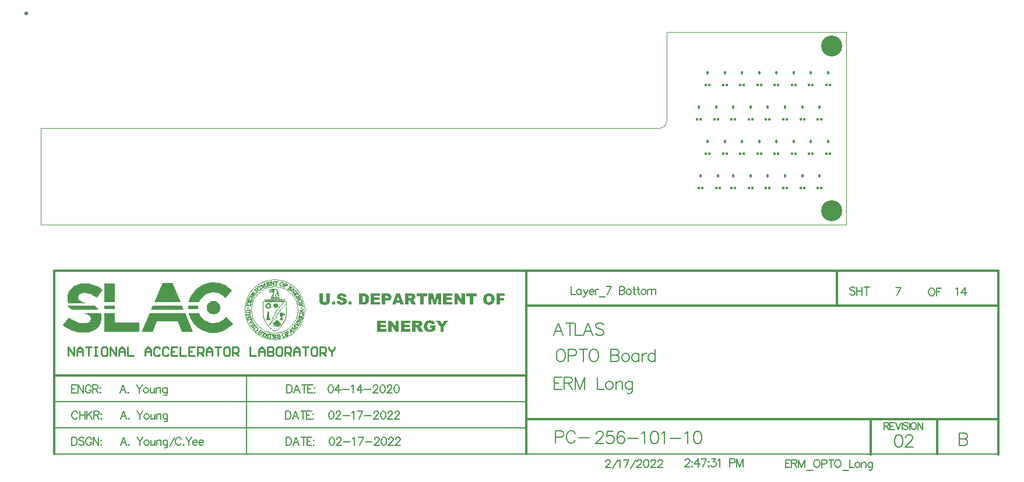
<source format=gbl>
G04*
G04 #@! TF.GenerationSoftware,Altium Limited,Altium Designer,21.3.2 (30)*
G04*
G04 Layer_Physical_Order=7*
G04 Layer_Color=16711680*
%FSLAX25Y25*%
%MOIN*%
G70*
G04*
G04 #@! TF.SameCoordinates,0BA03C88-78D3-4CE0-B3B6-7A37467246DB*
G04*
G04*
G04 #@! TF.FilePolarity,Positive*
G04*
G01*
G75*
%ADD10C,0.00500*%
%ADD11C,0.00300*%
%ADD12C,0.00800*%
%ADD13C,0.01200*%
%ADD14C,0.00026*%
%ADD15C,0.00043*%
%ADD16C,0.00195*%
%ADD17C,0.00061*%
%ADD18C,0.00087*%
%ADD19C,0.00104*%
%ADD20C,0.00052*%
%ADD21C,0.00049*%
%ADD22C,0.00183*%
%ADD23C,0.00174*%
%ADD24C,0.00244*%
%ADD25C,0.00035*%
%ADD26C,0.01000*%
%ADD27R,0.06131X0.10864*%
%ADD28R,0.06131X0.02042*%
%ADD35C,0.12000*%
%ADD36C,0.01800*%
%ADD37C,0.01600*%
G36*
X26368Y-33752D02*
X27377Y-33850D01*
X28659Y-34051D01*
X29751Y-34308D01*
X30805Y-34635D01*
X31823Y-35030D01*
X32803Y-35491D01*
X33746Y-36018D01*
X34651Y-36607D01*
X35518Y-37257D01*
X32333Y-41875D01*
X31340Y-41241D01*
X30805Y-40905D01*
X30278Y-40630D01*
X29393Y-40169D01*
X28659Y-39882D01*
X27942Y-39602D01*
X27222Y-39398D01*
X26864Y-39323D01*
X26437Y-39240D01*
X26046Y-39191D01*
X25795Y-39159D01*
X25481Y-39145D01*
X25167Y-39131D01*
X24752Y-39144D01*
X24379Y-39165D01*
X23701Y-39281D01*
X23124Y-39462D01*
X22812Y-39593D01*
X22645Y-39695D01*
X22415Y-39835D01*
X22090Y-40117D01*
X21829Y-40447D01*
X21639Y-40830D01*
X21536Y-41216D01*
X21505Y-41557D01*
X21536Y-42107D01*
X21639Y-42524D01*
X21835Y-42913D01*
X22098Y-43235D01*
X22477Y-43545D01*
X22970Y-43835D01*
X23588Y-44116D01*
X24341Y-44394D01*
X26296Y-44977D01*
X15810D01*
X15479Y-43405D01*
X15414Y-42114D01*
X15533Y-40650D01*
X15881Y-39299D01*
X16444Y-38070D01*
X17207Y-36973D01*
X18156Y-36018D01*
X19275Y-35215D01*
X20550Y-34573D01*
X21901Y-34124D01*
X23701Y-33802D01*
X25167Y-33714D01*
X26368Y-33752D01*
D02*
G37*
G36*
X99391Y-33119D02*
X100884Y-33248D01*
X102383Y-33540D01*
X103722Y-33941D01*
X105051Y-34490D01*
X106309Y-35164D01*
X107489Y-35954D01*
X108583Y-36854D01*
X109583Y-37855D01*
X105845Y-42174D01*
X104761Y-41040D01*
X104028Y-40444D01*
X103234Y-39928D01*
X102383Y-39500D01*
X101483Y-39164D01*
X100539Y-38927D01*
X99556Y-38796D01*
X98434Y-38782D01*
X97125Y-38947D01*
X95883Y-39298D01*
X94724Y-39820D01*
X93661Y-40498D01*
X92696Y-41333D01*
X91885Y-42263D01*
X91200Y-43321D01*
X90669Y-44477D01*
X84804D01*
X84866Y-44089D01*
X85197Y-42950D01*
X85616Y-41853D01*
X86120Y-40800D01*
X86704Y-39796D01*
X87035Y-39321D01*
X87365Y-38846D01*
X88098Y-37953D01*
X88898Y-37122D01*
X89763Y-36357D01*
X90687Y-35662D01*
X91666Y-35042D01*
X92711Y-34494D01*
X93774Y-34041D01*
X94894Y-33669D01*
X96053Y-33388D01*
X97246Y-33202D01*
X98434Y-33119D01*
X99391Y-33119D01*
D02*
G37*
G36*
X80045Y-44477D02*
X64977D01*
X69685Y-33414D01*
X75337D01*
X80045Y-44477D01*
D02*
G37*
G36*
X90170Y-46521D02*
X90144Y-46916D01*
X90119Y-47284D01*
Y-48003D01*
X90170Y-48542D01*
X84488D01*
X84469Y-47901D01*
X84451Y-47465D01*
X84454Y-47261D01*
X84488Y-46521D01*
X90170Y-46521D01*
D02*
G37*
G36*
X31849Y-47174D02*
X32165Y-47416D01*
X32482Y-47658D01*
X32863Y-48004D01*
X33375Y-48562D01*
X18203D01*
X17875Y-48392D01*
X17547Y-48222D01*
X17185Y-47998D01*
X16824Y-47774D01*
X16398Y-47436D01*
X15973Y-47097D01*
X15425Y-46520D01*
X30766D01*
X31849Y-47174D01*
D02*
G37*
G36*
X81784Y-48562D02*
X63238D01*
X64107Y-46520D01*
X80916D01*
X81784Y-48562D01*
D02*
G37*
G36*
X100020Y-43855D02*
X100717Y-44143D01*
X101343Y-44562D01*
X101876Y-45095D01*
X102295Y-45721D01*
X102583Y-46417D01*
X102730Y-47157D01*
Y-47533D01*
Y-47537D01*
Y-47913D01*
X102583Y-48652D01*
X102295Y-49349D01*
X101876Y-49975D01*
X101343Y-50508D01*
X100717Y-50927D01*
X100020Y-51215D01*
X99281Y-51362D01*
X98528D01*
X97790Y-51215D01*
X97095Y-50927D01*
X96469Y-50509D01*
X95937Y-49977D01*
X95519Y-49351D01*
X95231Y-48656D01*
X95085Y-47918D01*
Y-47542D01*
Y-47528D01*
Y-47152D01*
X95231Y-46414D01*
X95519Y-45719D01*
X95937Y-45093D01*
X96469Y-44561D01*
X97095Y-44143D01*
X97790Y-43855D01*
X98528Y-43708D01*
X99281D01*
X100020Y-43855D01*
D02*
G37*
G36*
X34673Y-51361D02*
X34760Y-51806D01*
X34820Y-52328D01*
X34837Y-52784D01*
X34854Y-53239D01*
X34790Y-54059D01*
X34730Y-54826D01*
X34550Y-55538D01*
X34367Y-56262D01*
X34000Y-57116D01*
X33781Y-57546D01*
X33382Y-58108D01*
X32984Y-58671D01*
X32489Y-59152D01*
X31993Y-59634D01*
X30821Y-60431D01*
X30152Y-60744D01*
X29484Y-61058D01*
X29123Y-61168D01*
X28621Y-61320D01*
X27976Y-61514D01*
X27693Y-61562D01*
X27119Y-61659D01*
X26717Y-61727D01*
X26335Y-61787D01*
X26123Y-61799D01*
X25464Y-61833D01*
X25103Y-61853D01*
X24588Y-61877D01*
X24195Y-61863D01*
X23803Y-61849D01*
X23356Y-61834D01*
X22895Y-61785D01*
X22494Y-61743D01*
X22014Y-61687D01*
X21587Y-61611D01*
X21160Y-61536D01*
X20840Y-61479D01*
X20328Y-61351D01*
X19964Y-61260D01*
X19517Y-61141D01*
X19120Y-61010D01*
X18723Y-60880D01*
X18382Y-60768D01*
X17945Y-60588D01*
X17567Y-60433D01*
X16806Y-60086D01*
X16422Y-59895D01*
X16030Y-59699D01*
X15469Y-59364D01*
X14908Y-59029D01*
X13829Y-58269D01*
X12799Y-57419D01*
X16422Y-53080D01*
X17190Y-53658D01*
X17567Y-53943D01*
X17945Y-54227D01*
X18382Y-54506D01*
X18723Y-54724D01*
X19120Y-54945D01*
X19601Y-55205D01*
X19964Y-55377D01*
X20328Y-55549D01*
X20584Y-55647D01*
X21000Y-55808D01*
X21587Y-55997D01*
X22094Y-56141D01*
X22494Y-56226D01*
X23125Y-56340D01*
X23580Y-56397D01*
X24195Y-56441D01*
X24682Y-56462D01*
X25103Y-56449D01*
X25464Y-56435D01*
X26123Y-56348D01*
X26352Y-56293D01*
X26717Y-56205D01*
X26997Y-56100D01*
X27387Y-55929D01*
X27693Y-55762D01*
X28070Y-55467D01*
X28368Y-55124D01*
X28546Y-54806D01*
X28621Y-54621D01*
X28728Y-54200D01*
X28763Y-53836D01*
X28738Y-53361D01*
X28621Y-52915D01*
X28438Y-52560D01*
X28278Y-52338D01*
X28033Y-52108D01*
X27825Y-51946D01*
X27534Y-51746D01*
X27241Y-51592D01*
X26857Y-51403D01*
X26543Y-51270D01*
X26229Y-51147D01*
X26123Y-51112D01*
X25464Y-50894D01*
X24622Y-50605D01*
X34485D01*
X34673Y-51361D01*
D02*
G37*
G36*
X42613Y-55906D02*
X56506D01*
Y-61479D01*
X36481D01*
Y-50605D01*
X42613D01*
Y-55906D01*
D02*
G37*
G36*
X87283Y-61480D02*
X80871D01*
X78324Y-55230D01*
X66540D01*
X63991Y-61480D01*
X57742D01*
X62369Y-50605D01*
X82654D01*
X87283Y-61480D01*
D02*
G37*
G36*
X90910Y-51195D02*
X91215Y-51750D01*
X91519Y-52306D01*
X91970Y-52903D01*
X92277Y-53312D01*
X92693Y-53727D01*
X93167Y-54198D01*
X93469Y-54423D01*
X93771Y-54648D01*
X94176Y-54950D01*
X94534Y-55144D01*
X94892Y-55338D01*
X95289Y-55553D01*
X95670Y-55692D01*
X96051Y-55831D01*
X96492Y-55992D01*
X97771Y-56253D01*
X98434Y-56312D01*
X98942Y-56305D01*
X99573Y-56296D01*
X100578Y-56159D01*
X101544Y-55910D01*
X102463Y-55558D01*
X103329Y-55109D01*
X103732Y-54839D01*
X104135Y-54569D01*
X104390Y-54355D01*
X104645Y-54141D01*
X104875Y-53946D01*
X105100Y-53711D01*
X105325Y-53475D01*
X105543Y-53246D01*
X105754Y-53003D01*
X105964Y-52760D01*
X109964Y-56798D01*
X108955Y-57888D01*
X107840Y-58868D01*
X106627Y-59732D01*
X105325Y-60469D01*
X104645Y-60787D01*
X103732Y-61129D01*
X103228Y-61318D01*
X101744Y-61699D01*
X100204Y-61923D01*
X99415Y-61974D01*
X98942Y-61975D01*
X98469Y-61977D01*
X98102Y-61951D01*
X97245Y-61891D01*
X96051Y-61705D01*
X95289Y-61520D01*
X94892Y-61424D01*
X93973Y-61119D01*
X93771Y-61052D01*
X93167Y-60794D01*
X92693Y-60592D01*
X91970Y-60211D01*
X91662Y-60049D01*
X91215Y-59766D01*
X90665Y-59415D01*
X90212Y-59074D01*
X89759Y-58733D01*
X89326Y-58350D01*
X88894Y-57967D01*
X88093Y-57135D01*
X87727Y-56688D01*
X87361Y-56242D01*
X87030Y-55766D01*
X86700Y-55290D01*
X86408Y-54788D01*
X86116Y-54286D01*
X85864Y-53759D01*
X85613Y-53232D01*
X85403Y-52682D01*
X85194Y-52133D01*
X84864Y-50993D01*
X84803Y-50605D01*
X90665D01*
X90910Y-51195D01*
D02*
G37*
G36*
X172474Y-39383D02*
X172578D01*
X172692Y-39393D01*
X172828Y-39414D01*
X172963Y-39424D01*
X173265Y-39487D01*
X173567Y-39570D01*
X173869Y-39674D01*
X174004Y-39747D01*
X174129Y-39830D01*
X174139D01*
X174160Y-39851D01*
X174191Y-39882D01*
X174233Y-39914D01*
X174285Y-39966D01*
X174337Y-40028D01*
X174400Y-40091D01*
X174472Y-40174D01*
X174535Y-40268D01*
X174597Y-40382D01*
X174670Y-40497D01*
X174722Y-40622D01*
X174785Y-40767D01*
X174826Y-40923D01*
X174868Y-41090D01*
X174899Y-41267D01*
X173057Y-41371D01*
Y-41350D01*
X173036Y-41298D01*
X173015Y-41225D01*
X172984Y-41132D01*
X172942Y-41028D01*
X172890Y-40923D01*
X172817Y-40830D01*
X172734Y-40747D01*
X172724Y-40736D01*
X172692Y-40715D01*
X172640Y-40684D01*
X172567Y-40642D01*
X172474Y-40611D01*
X172359Y-40580D01*
X172234Y-40559D01*
X172078Y-40549D01*
X172026D01*
X171964Y-40559D01*
X171880Y-40569D01*
X171714Y-40611D01*
X171631Y-40642D01*
X171558Y-40694D01*
X171547Y-40705D01*
X171537Y-40715D01*
X171506Y-40747D01*
X171474Y-40788D01*
X171422Y-40903D01*
X171402Y-40975D01*
X171391Y-41048D01*
Y-41059D01*
Y-41069D01*
X171412Y-41142D01*
X171453Y-41225D01*
X171485Y-41277D01*
X171537Y-41319D01*
X171547Y-41329D01*
X171568Y-41340D01*
X171610Y-41361D01*
X171672Y-41392D01*
X171755Y-41434D01*
X171870Y-41475D01*
X172016Y-41517D01*
X172193Y-41558D01*
X172203D01*
X172245Y-41569D01*
X172318Y-41590D01*
X172401Y-41600D01*
X172505Y-41631D01*
X172630Y-41662D01*
X172765Y-41694D01*
X172911Y-41725D01*
X173213Y-41819D01*
X173515Y-41912D01*
X173660Y-41964D01*
X173796Y-42017D01*
X173921Y-42068D01*
X174035Y-42121D01*
X174046D01*
X174056Y-42131D01*
X174087Y-42152D01*
X174129Y-42173D01*
X174223Y-42235D01*
X174347Y-42308D01*
X174483Y-42412D01*
X174618Y-42537D01*
X174743Y-42672D01*
X174847Y-42818D01*
X174858Y-42839D01*
X174889Y-42891D01*
X174931Y-42974D01*
X174983Y-43089D01*
X175024Y-43234D01*
X175066Y-43391D01*
X175097Y-43568D01*
X175107Y-43755D01*
Y-43765D01*
Y-43786D01*
Y-43817D01*
Y-43859D01*
X175087Y-43974D01*
X175066Y-44130D01*
X175024Y-44296D01*
X174962Y-44484D01*
X174878Y-44681D01*
X174764Y-44879D01*
Y-44890D01*
X174753Y-44900D01*
X174701Y-44962D01*
X174629Y-45056D01*
X174524Y-45171D01*
X174389Y-45296D01*
X174223Y-45421D01*
X174035Y-45546D01*
X173817Y-45660D01*
X173806D01*
X173785Y-45670D01*
X173754Y-45681D01*
X173713Y-45702D01*
X173650Y-45722D01*
X173577Y-45743D01*
X173494Y-45764D01*
X173400Y-45785D01*
X173296Y-45816D01*
X173182Y-45837D01*
X172921Y-45879D01*
X172619Y-45910D01*
X172286Y-45920D01*
X172130D01*
X172026Y-45910D01*
X171891Y-45899D01*
X171745Y-45889D01*
X171578Y-45868D01*
X171402Y-45847D01*
X171027Y-45774D01*
X170839Y-45722D01*
X170652Y-45660D01*
X170475Y-45587D01*
X170319Y-45504D01*
X170163Y-45410D01*
X170038Y-45306D01*
X170027Y-45296D01*
X170007Y-45275D01*
X169975Y-45244D01*
X169944Y-45191D01*
X169892Y-45129D01*
X169840Y-45056D01*
X169778Y-44973D01*
X169715Y-44869D01*
X169653Y-44765D01*
X169590Y-44640D01*
X169476Y-44380D01*
X169392Y-44067D01*
X169361Y-43901D01*
X169340Y-43724D01*
X171204Y-43599D01*
Y-43620D01*
X171214Y-43672D01*
X171235Y-43755D01*
X171256Y-43859D01*
X171287Y-43974D01*
X171329Y-44088D01*
X171381Y-44192D01*
X171443Y-44296D01*
X171453Y-44317D01*
X171506Y-44359D01*
X171568Y-44411D01*
X171672Y-44484D01*
X171797Y-44556D01*
X171943Y-44609D01*
X172120Y-44650D01*
X172318Y-44671D01*
X172390D01*
X172463Y-44661D01*
X172557Y-44650D01*
X172661Y-44629D01*
X172776Y-44588D01*
X172880Y-44546D01*
X172973Y-44484D01*
X172984Y-44473D01*
X173005Y-44452D01*
X173046Y-44411D01*
X173088Y-44348D01*
X173129Y-44286D01*
X173171Y-44203D01*
X173192Y-44119D01*
X173202Y-44026D01*
Y-44015D01*
Y-43984D01*
X173192Y-43932D01*
X173171Y-43880D01*
X173150Y-43807D01*
X173109Y-43734D01*
X173057Y-43661D01*
X172984Y-43588D01*
X172973Y-43578D01*
X172942Y-43557D01*
X172869Y-43516D01*
X172776Y-43464D01*
X172640Y-43411D01*
X172557Y-43380D01*
X172463Y-43349D01*
X172359Y-43318D01*
X172245Y-43276D01*
X172120Y-43245D01*
X171974Y-43214D01*
X171964D01*
X171922Y-43203D01*
X171849Y-43182D01*
X171766Y-43162D01*
X171662Y-43130D01*
X171537Y-43099D01*
X171402Y-43058D01*
X171256Y-43016D01*
X170954Y-42901D01*
X170652Y-42776D01*
X170506Y-42704D01*
X170371Y-42620D01*
X170246Y-42537D01*
X170132Y-42454D01*
X170121Y-42443D01*
X170111Y-42433D01*
X170079Y-42402D01*
X170048Y-42370D01*
X169955Y-42266D01*
X169861Y-42121D01*
X169757Y-41944D01*
X169663Y-41735D01*
X169600Y-41496D01*
X169590Y-41361D01*
X169580Y-41225D01*
Y-41215D01*
Y-41205D01*
Y-41142D01*
X169590Y-41048D01*
X169611Y-40923D01*
X169653Y-40788D01*
X169694Y-40632D01*
X169767Y-40476D01*
X169861Y-40309D01*
X169871Y-40288D01*
X169913Y-40236D01*
X169975Y-40153D01*
X170069Y-40059D01*
X170194Y-39945D01*
X170340Y-39830D01*
X170517Y-39726D01*
X170714Y-39622D01*
X170725D01*
X170746Y-39612D01*
X170777Y-39601D01*
X170818Y-39581D01*
X170881Y-39560D01*
X170943Y-39539D01*
X171027Y-39518D01*
X171120Y-39497D01*
X171235Y-39476D01*
X171349Y-39456D01*
X171474Y-39435D01*
X171620Y-39414D01*
X171766Y-39393D01*
X171922Y-39383D01*
X172276Y-39372D01*
X172390D01*
X172474Y-39383D01*
D02*
G37*
G36*
X242710Y-45816D02*
X240867D01*
X238494Y-42339D01*
Y-45816D01*
X236651D01*
Y-39476D01*
X238473D01*
X240867Y-42985D01*
Y-39476D01*
X242710D01*
Y-45816D01*
D02*
G37*
G36*
X228979D02*
X227376D01*
Y-40986D01*
X226137Y-45816D01*
X224680D01*
X223451Y-40986D01*
Y-45816D01*
X221848D01*
Y-39476D01*
X224430D01*
X225409Y-43339D01*
X226397Y-39476D01*
X228979D01*
Y-45816D01*
D02*
G37*
G36*
X165447Y-43255D02*
Y-43266D01*
Y-43276D01*
Y-43307D01*
Y-43349D01*
X165437Y-43464D01*
X165426Y-43599D01*
X165405Y-43765D01*
X165374Y-43942D01*
X165332Y-44130D01*
X165270Y-44317D01*
Y-44328D01*
X165260Y-44338D01*
X165239Y-44400D01*
X165197Y-44494D01*
X165135Y-44609D01*
X165062Y-44754D01*
X164968Y-44900D01*
X164854Y-45046D01*
X164718Y-45191D01*
X164697Y-45212D01*
X164656Y-45254D01*
X164583Y-45316D01*
X164479Y-45400D01*
X164364Y-45483D01*
X164229Y-45566D01*
X164083Y-45650D01*
X163927Y-45712D01*
X163917D01*
X163906Y-45722D01*
X163875Y-45733D01*
X163823Y-45743D01*
X163771Y-45764D01*
X163708Y-45774D01*
X163542Y-45816D01*
X163344Y-45858D01*
X163115Y-45889D01*
X162855Y-45910D01*
X162563Y-45920D01*
X162386D01*
X162261Y-45910D01*
X162105D01*
X161939Y-45889D01*
X161741Y-45879D01*
X161543Y-45858D01*
X161522D01*
X161491Y-45847D01*
X161450D01*
X161356Y-45827D01*
X161231Y-45806D01*
X161085Y-45764D01*
X160929Y-45722D01*
X160773Y-45670D01*
X160627Y-45608D01*
X160606Y-45597D01*
X160565Y-45566D01*
X160492Y-45525D01*
X160408Y-45462D01*
X160304Y-45389D01*
X160190Y-45296D01*
X160075Y-45181D01*
X159961Y-45056D01*
X159950Y-45035D01*
X159909Y-44994D01*
X159857Y-44921D01*
X159794Y-44827D01*
X159732Y-44723D01*
X159659Y-44598D01*
X159597Y-44463D01*
X159545Y-44328D01*
Y-44317D01*
X159534Y-44296D01*
X159524Y-44265D01*
X159513Y-44223D01*
X159492Y-44109D01*
X159461Y-43963D01*
X159420Y-43797D01*
X159399Y-43620D01*
X159378Y-43432D01*
X159368Y-43255D01*
Y-39476D01*
X161325D01*
Y-43349D01*
Y-43359D01*
Y-43370D01*
Y-43432D01*
X161335Y-43526D01*
X161356Y-43640D01*
X161398Y-43765D01*
X161439Y-43901D01*
X161512Y-44036D01*
X161606Y-44151D01*
X161616Y-44161D01*
X161658Y-44192D01*
X161720Y-44244D01*
X161814Y-44296D01*
X161928Y-44348D01*
X162064Y-44400D01*
X162230Y-44432D01*
X162407Y-44442D01*
X162490D01*
X162584Y-44432D01*
X162699Y-44411D01*
X162824Y-44369D01*
X162949Y-44328D01*
X163084Y-44255D01*
X163198Y-44161D01*
X163209Y-44151D01*
X163240Y-44109D01*
X163292Y-44036D01*
X163344Y-43953D01*
X163396Y-43838D01*
X163448Y-43692D01*
X163479Y-43536D01*
X163490Y-43349D01*
Y-39476D01*
X165447D01*
Y-43255D01*
D02*
G37*
G36*
X265612Y-40840D02*
X262728D01*
Y-41944D01*
X265196D01*
Y-43224D01*
X262728D01*
Y-45816D01*
X260761D01*
Y-39476D01*
X265612D01*
Y-40840D01*
D02*
G37*
G36*
X249529Y-41038D02*
X247530D01*
Y-45816D01*
X245573D01*
Y-41038D01*
X243574D01*
Y-39476D01*
X249529D01*
Y-41038D01*
D02*
G37*
G36*
X235485Y-40830D02*
X232196D01*
Y-41840D01*
X235246D01*
Y-43130D01*
X232196D01*
Y-44380D01*
X235579D01*
Y-45816D01*
X230228D01*
Y-39476D01*
X235485D01*
Y-40830D01*
D02*
G37*
G36*
X220984Y-41038D02*
X218986D01*
Y-45816D01*
X217028D01*
Y-41038D01*
X215030D01*
Y-39476D01*
X220984D01*
Y-41038D01*
D02*
G37*
G36*
X212177Y-39487D02*
X212386Y-39497D01*
X212604Y-39518D01*
X212844Y-39539D01*
X213062Y-39581D01*
X213260Y-39633D01*
X213270D01*
X213281Y-39643D01*
X213343Y-39664D01*
X213427Y-39706D01*
X213541Y-39768D01*
X213656Y-39841D01*
X213791Y-39945D01*
X213916Y-40070D01*
X214030Y-40216D01*
X214041Y-40236D01*
X214083Y-40288D01*
X214124Y-40382D01*
X214187Y-40497D01*
X214239Y-40653D01*
X214291Y-40830D01*
X214322Y-41028D01*
X214332Y-41246D01*
Y-41256D01*
Y-41267D01*
Y-41329D01*
X214322Y-41434D01*
X214301Y-41558D01*
X214280Y-41694D01*
X214239Y-41850D01*
X214176Y-42006D01*
X214103Y-42152D01*
X214093Y-42173D01*
X214062Y-42214D01*
X214010Y-42287D01*
X213937Y-42370D01*
X213854Y-42474D01*
X213739Y-42579D01*
X213624Y-42683D01*
X213479Y-42776D01*
X213468Y-42787D01*
X213437Y-42797D01*
X213375Y-42829D01*
X213302Y-42860D01*
X213198Y-42901D01*
X213083Y-42943D01*
X212948Y-42985D01*
X212792Y-43026D01*
X212802D01*
X212844Y-43047D01*
X212906Y-43068D01*
X212979Y-43099D01*
X213146Y-43172D01*
X213229Y-43214D01*
X213291Y-43255D01*
X213302D01*
X213312Y-43276D01*
X213343Y-43297D01*
X213375Y-43328D01*
X213416Y-43380D01*
X213468Y-43432D01*
X213531Y-43505D01*
X213604Y-43599D01*
X213614Y-43609D01*
X213635Y-43640D01*
X213677Y-43682D01*
X213718Y-43745D01*
X213812Y-43870D01*
X213854Y-43932D01*
X213885Y-43984D01*
X214842Y-45816D01*
X212625D01*
X211574Y-43890D01*
X211563Y-43870D01*
X211542Y-43828D01*
X211501Y-43765D01*
X211459Y-43682D01*
X211397Y-43599D01*
X211345Y-43526D01*
X211282Y-43453D01*
X211220Y-43401D01*
X211209Y-43391D01*
X211189Y-43380D01*
X211137Y-43349D01*
X211084Y-43318D01*
X211012Y-43297D01*
X210928Y-43266D01*
X210835Y-43255D01*
X210741Y-43245D01*
X210574D01*
Y-45816D01*
X208607D01*
Y-39476D01*
X212094D01*
X212177Y-39487D01*
D02*
G37*
G36*
X207951Y-45816D02*
X205890D01*
X205577Y-44765D01*
X203360D01*
X203048Y-45816D01*
X201049D01*
X203423Y-39476D01*
X205577D01*
X207951Y-45816D01*
D02*
G37*
G36*
X198707Y-39487D02*
X198790D01*
X198894Y-39508D01*
X199009Y-39518D01*
X199134Y-39539D01*
X199394Y-39601D01*
X199654Y-39695D01*
X199790Y-39747D01*
X199915Y-39820D01*
X200029Y-39893D01*
X200133Y-39987D01*
X200144Y-39997D01*
X200154Y-40007D01*
X200185Y-40039D01*
X200216Y-40080D01*
X200258Y-40132D01*
X200300Y-40195D01*
X200352Y-40268D01*
X200404Y-40361D01*
X200445Y-40455D01*
X200497Y-40559D01*
X200539Y-40684D01*
X200581Y-40809D01*
X200643Y-41090D01*
X200654Y-41256D01*
X200664Y-41423D01*
Y-41434D01*
Y-41465D01*
Y-41517D01*
X200654Y-41579D01*
X200643Y-41662D01*
X200633Y-41756D01*
X200612Y-41860D01*
X200591Y-41975D01*
X200518Y-42214D01*
X200414Y-42464D01*
X200352Y-42589D01*
X200279Y-42714D01*
X200185Y-42829D01*
X200081Y-42933D01*
X200071Y-42943D01*
X200050Y-42953D01*
X200019Y-42985D01*
X199977Y-43016D01*
X199915Y-43058D01*
X199842Y-43099D01*
X199748Y-43151D01*
X199644Y-43193D01*
X199529Y-43245D01*
X199404Y-43297D01*
X199259Y-43339D01*
X199102Y-43380D01*
X198925Y-43411D01*
X198738Y-43443D01*
X198540Y-43453D01*
X198322Y-43464D01*
X197249D01*
Y-45816D01*
X195282D01*
Y-39476D01*
X198634D01*
X198707Y-39487D01*
D02*
G37*
G36*
X194137Y-40830D02*
X190847D01*
Y-41840D01*
X193897D01*
Y-43130D01*
X190847D01*
Y-44380D01*
X194231D01*
Y-45816D01*
X188880D01*
Y-39476D01*
X194137D01*
Y-40830D01*
D02*
G37*
G36*
X185143Y-39487D02*
X185226D01*
X185413Y-39508D01*
X185642Y-39539D01*
X185871Y-39581D01*
X186100Y-39633D01*
X186309Y-39716D01*
X186319D01*
X186329Y-39726D01*
X186402Y-39757D01*
X186496Y-39810D01*
X186621Y-39882D01*
X186756Y-39976D01*
X186902Y-40091D01*
X187048Y-40226D01*
X187183Y-40382D01*
X187204Y-40403D01*
X187246Y-40455D01*
X187308Y-40549D01*
X187381Y-40674D01*
X187464Y-40819D01*
X187547Y-40996D01*
X187631Y-41194D01*
X187693Y-41402D01*
Y-41413D01*
X187704Y-41423D01*
Y-41465D01*
X187714Y-41506D01*
X187735Y-41558D01*
X187745Y-41621D01*
X187776Y-41777D01*
X187797Y-41954D01*
X187829Y-42162D01*
X187839Y-42391D01*
X187849Y-42631D01*
Y-42641D01*
Y-42672D01*
Y-42724D01*
Y-42797D01*
X187839Y-42880D01*
Y-42985D01*
X187829Y-43089D01*
X187818Y-43214D01*
X187787Y-43464D01*
X187745Y-43724D01*
X187693Y-43984D01*
X187652Y-44098D01*
X187610Y-44213D01*
Y-44223D01*
X187599Y-44234D01*
X187589Y-44265D01*
X187568Y-44307D01*
X187516Y-44411D01*
X187443Y-44536D01*
X187350Y-44681D01*
X187246Y-44838D01*
X187110Y-44994D01*
X186964Y-45150D01*
X186944Y-45171D01*
X186892Y-45212D01*
X186808Y-45275D01*
X186704Y-45348D01*
X186569Y-45441D01*
X186423Y-45514D01*
X186267Y-45587D01*
X186090Y-45650D01*
X186080D01*
X186059Y-45660D01*
X186028D01*
X185986Y-45670D01*
X185923Y-45691D01*
X185861Y-45702D01*
X185705Y-45733D01*
X185517Y-45764D01*
X185330Y-45785D01*
X185122Y-45806D01*
X184924Y-45816D01*
X182020D01*
Y-39476D01*
X185070D01*
X185143Y-39487D01*
D02*
G37*
G36*
X177866Y-45816D02*
X175982D01*
Y-44046D01*
X177866D01*
Y-45816D01*
D02*
G37*
G36*
X168518D02*
X166634D01*
Y-44046D01*
X168518D01*
Y-45816D01*
D02*
G37*
G36*
X256555Y-39383D02*
X256659D01*
X256795Y-39393D01*
X256941Y-39414D01*
X257117Y-39445D01*
X257294Y-39476D01*
X257492Y-39529D01*
X257690Y-39581D01*
X257888Y-39653D01*
X258096Y-39737D01*
X258294Y-39830D01*
X258481Y-39945D01*
X258668Y-40080D01*
X258835Y-40226D01*
X258845Y-40236D01*
X258877Y-40268D01*
X258918Y-40309D01*
X258970Y-40382D01*
X259033Y-40465D01*
X259106Y-40580D01*
X259189Y-40705D01*
X259272Y-40840D01*
X259345Y-41007D01*
X259428Y-41184D01*
X259501Y-41371D01*
X259564Y-41590D01*
X259616Y-41819D01*
X259658Y-42058D01*
X259689Y-42318D01*
X259699Y-42599D01*
Y-42610D01*
Y-42652D01*
Y-42704D01*
X259689Y-42787D01*
Y-42880D01*
X259678Y-42985D01*
X259668Y-43110D01*
X259658Y-43245D01*
X259605Y-43536D01*
X259543Y-43838D01*
X259449Y-44151D01*
X259324Y-44432D01*
Y-44442D01*
X259303Y-44463D01*
X259283Y-44494D01*
X259251Y-44546D01*
X259220Y-44609D01*
X259168Y-44671D01*
X259054Y-44838D01*
X258897Y-45015D01*
X258710Y-45191D01*
X258491Y-45379D01*
X258242Y-45535D01*
X258231D01*
X258210Y-45556D01*
X258169Y-45566D01*
X258117Y-45597D01*
X258044Y-45629D01*
X257961Y-45660D01*
X257867Y-45691D01*
X257752Y-45722D01*
X257638Y-45764D01*
X257503Y-45795D01*
X257357Y-45827D01*
X257201Y-45858D01*
X256857Y-45899D01*
X256472Y-45920D01*
X256368D01*
X256295Y-45910D01*
X256201D01*
X256097Y-45899D01*
X255972Y-45889D01*
X255847Y-45879D01*
X255566Y-45837D01*
X255264Y-45774D01*
X254973Y-45702D01*
X254692Y-45587D01*
X254681D01*
X254661Y-45566D01*
X254629Y-45546D01*
X254577Y-45525D01*
X254515Y-45483D01*
X254452Y-45441D01*
X254286Y-45327D01*
X254109Y-45171D01*
X253922Y-44983D01*
X253734Y-44765D01*
X253557Y-44504D01*
Y-44494D01*
X253536Y-44473D01*
X253516Y-44432D01*
X253495Y-44369D01*
X253464Y-44296D01*
X253422Y-44213D01*
X253380Y-44109D01*
X253349Y-43994D01*
X253307Y-43870D01*
X253266Y-43724D01*
X253235Y-43578D01*
X253193Y-43411D01*
X253172Y-43234D01*
X253151Y-43047D01*
X253130Y-42652D01*
Y-42631D01*
Y-42579D01*
X253141Y-42506D01*
Y-42391D01*
X253162Y-42266D01*
X253172Y-42110D01*
X253203Y-41944D01*
X253235Y-41767D01*
X253287Y-41579D01*
X253339Y-41381D01*
X253412Y-41184D01*
X253495Y-40975D01*
X253599Y-40778D01*
X253713Y-40590D01*
X253838Y-40403D01*
X253994Y-40236D01*
X254005Y-40226D01*
X254036Y-40195D01*
X254088Y-40153D01*
X254151Y-40101D01*
X254244Y-40039D01*
X254348Y-39966D01*
X254473Y-39882D01*
X254619Y-39799D01*
X254786Y-39726D01*
X254963Y-39643D01*
X255160Y-39570D01*
X255379Y-39508D01*
X255608Y-39456D01*
X255858Y-39414D01*
X256118Y-39383D01*
X256399Y-39372D01*
X256472D01*
X256555Y-39383D01*
D02*
G37*
G36*
X222879Y-54883D02*
X222983D01*
X223087Y-54893D01*
X223212D01*
X223462Y-54924D01*
X223722Y-54956D01*
X223972Y-55008D01*
X224087Y-55039D01*
X224191Y-55070D01*
X224201D01*
X224212Y-55080D01*
X224285Y-55101D01*
X224378Y-55153D01*
X224503Y-55216D01*
X224639Y-55299D01*
X224784Y-55403D01*
X224930Y-55518D01*
X225065Y-55664D01*
X225076Y-55684D01*
X225117Y-55736D01*
X225180Y-55820D01*
X225263Y-55934D01*
X225346Y-56080D01*
X225430Y-56257D01*
X225513Y-56455D01*
X225586Y-56673D01*
X223691Y-57006D01*
X223681Y-56986D01*
X223670Y-56944D01*
X223639Y-56881D01*
X223598Y-56809D01*
X223535Y-56715D01*
X223473Y-56632D01*
X223379Y-56538D01*
X223285Y-56465D01*
X223275Y-56455D01*
X223233Y-56434D01*
X223181Y-56403D01*
X223098Y-56361D01*
X222994Y-56330D01*
X222869Y-56299D01*
X222733Y-56278D01*
X222577Y-56267D01*
X222515D01*
X222473Y-56278D01*
X222348Y-56288D01*
X222203Y-56319D01*
X222046Y-56371D01*
X221869Y-56455D01*
X221703Y-56569D01*
X221620Y-56632D01*
X221547Y-56715D01*
X221526Y-56736D01*
X221515Y-56767D01*
X221484Y-56798D01*
X221463Y-56850D01*
X221432Y-56902D01*
X221391Y-56975D01*
X221359Y-57058D01*
X221328Y-57152D01*
X221287Y-57256D01*
X221255Y-57371D01*
X221234Y-57496D01*
X221203Y-57641D01*
X221193Y-57787D01*
X221172Y-57954D01*
Y-58131D01*
Y-58141D01*
Y-58172D01*
Y-58224D01*
X221182Y-58297D01*
Y-58381D01*
X221193Y-58485D01*
X221224Y-58703D01*
X221266Y-58943D01*
X221339Y-59182D01*
X221432Y-59411D01*
X221495Y-59505D01*
X221557Y-59598D01*
X221578Y-59619D01*
X221630Y-59671D01*
X221713Y-59734D01*
X221838Y-59817D01*
X221984Y-59900D01*
X222171Y-59963D01*
X222390Y-60015D01*
X222629Y-60036D01*
X222681D01*
X222754Y-60025D01*
X222838D01*
X222931Y-60015D01*
X223035Y-59994D01*
X223254Y-59942D01*
X223264D01*
X223306Y-59921D01*
X223369Y-59900D01*
X223452Y-59869D01*
X223556Y-59817D01*
X223681Y-59765D01*
X223806Y-59703D01*
X223952Y-59619D01*
Y-59026D01*
X222640D01*
Y-57704D01*
X225669D01*
Y-60410D01*
X225659Y-60421D01*
X225627Y-60431D01*
X225586Y-60462D01*
X225523Y-60504D01*
X225450Y-60556D01*
X225357Y-60608D01*
X225253Y-60671D01*
X225149Y-60733D01*
X224909Y-60858D01*
X224649Y-60993D01*
X224378Y-61118D01*
X224118Y-61212D01*
X224108D01*
X224087Y-61222D01*
X224056Y-61233D01*
X224004Y-61243D01*
X223941Y-61264D01*
X223858Y-61274D01*
X223775Y-61295D01*
X223670Y-61316D01*
X223556Y-61337D01*
X223441Y-61358D01*
X223171Y-61389D01*
X222869Y-61410D01*
X222536Y-61420D01*
X222432D01*
X222348Y-61410D01*
X222255D01*
X222140Y-61399D01*
X222015Y-61389D01*
X221880Y-61368D01*
X221588Y-61326D01*
X221287Y-61264D01*
X220974Y-61170D01*
X220693Y-61045D01*
X220683D01*
X220662Y-61025D01*
X220631Y-61004D01*
X220579Y-60973D01*
X220516Y-60931D01*
X220454Y-60879D01*
X220287Y-60754D01*
X220110Y-60598D01*
X219933Y-60400D01*
X219746Y-60171D01*
X219590Y-59900D01*
Y-59890D01*
X219569Y-59869D01*
X219558Y-59828D01*
X219527Y-59765D01*
X219496Y-59692D01*
X219465Y-59609D01*
X219433Y-59505D01*
X219402Y-59401D01*
X219361Y-59276D01*
X219329Y-59140D01*
X219267Y-58838D01*
X219225Y-58505D01*
X219204Y-58152D01*
Y-58141D01*
Y-58110D01*
Y-58047D01*
X219215Y-57974D01*
Y-57891D01*
X219225Y-57777D01*
X219236Y-57662D01*
X219257Y-57537D01*
X219309Y-57256D01*
X219381Y-56954D01*
X219486Y-56642D01*
X219631Y-56351D01*
X219642Y-56340D01*
X219652Y-56319D01*
X219673Y-56278D01*
X219715Y-56226D01*
X219756Y-56163D01*
X219808Y-56090D01*
X219944Y-55913D01*
X220121Y-55726D01*
X220339Y-55528D01*
X220589Y-55351D01*
X220881Y-55185D01*
X220891D01*
X220912Y-55174D01*
X220943Y-55153D01*
X220995Y-55133D01*
X221068Y-55112D01*
X221141Y-55080D01*
X221234Y-55060D01*
X221339Y-55028D01*
X221463Y-54997D01*
X221588Y-54966D01*
X221734Y-54945D01*
X221890Y-54924D01*
X222057Y-54904D01*
X222234Y-54883D01*
X222421Y-54872D01*
X222796D01*
X222879Y-54883D01*
D02*
G37*
G36*
X230624Y-58662D02*
Y-61316D01*
X228657D01*
Y-58662D01*
X226190Y-54976D01*
X228365D01*
X229646Y-57121D01*
X230916Y-54976D01*
X233091D01*
X230624Y-58662D01*
D02*
G37*
G36*
X204849Y-61316D02*
X203007D01*
X200633Y-57839D01*
Y-61316D01*
X198791D01*
Y-54976D01*
X200612D01*
X203007Y-58485D01*
Y-54976D01*
X204849D01*
Y-61316D01*
D02*
G37*
G36*
X216154Y-54987D02*
X216363Y-54997D01*
X216581Y-55018D01*
X216821Y-55039D01*
X217039Y-55080D01*
X217237Y-55133D01*
X217247D01*
X217258Y-55143D01*
X217320Y-55164D01*
X217404Y-55206D01*
X217518Y-55268D01*
X217633Y-55341D01*
X217768Y-55445D01*
X217893Y-55570D01*
X218007Y-55716D01*
X218018Y-55736D01*
X218059Y-55788D01*
X218101Y-55882D01*
X218163Y-55997D01*
X218215Y-56153D01*
X218268Y-56330D01*
X218299Y-56528D01*
X218309Y-56746D01*
Y-56757D01*
Y-56767D01*
Y-56829D01*
X218299Y-56933D01*
X218278Y-57058D01*
X218257Y-57194D01*
X218215Y-57350D01*
X218153Y-57506D01*
X218080Y-57652D01*
X218070Y-57673D01*
X218039Y-57714D01*
X217986Y-57787D01*
X217914Y-57870D01*
X217830Y-57974D01*
X217716Y-58079D01*
X217601Y-58183D01*
X217456Y-58276D01*
X217445Y-58287D01*
X217414Y-58297D01*
X217352Y-58328D01*
X217279Y-58360D01*
X217175Y-58401D01*
X217060Y-58443D01*
X216925Y-58485D01*
X216769Y-58526D01*
X216779D01*
X216821Y-58547D01*
X216883Y-58568D01*
X216956Y-58599D01*
X217123Y-58672D01*
X217206Y-58714D01*
X217268Y-58755D01*
X217279D01*
X217289Y-58776D01*
X217320Y-58797D01*
X217352Y-58828D01*
X217393Y-58880D01*
X217445Y-58932D01*
X217508Y-59005D01*
X217581Y-59099D01*
X217591Y-59109D01*
X217612Y-59140D01*
X217653Y-59182D01*
X217695Y-59245D01*
X217789Y-59369D01*
X217830Y-59432D01*
X217862Y-59484D01*
X218819Y-61316D01*
X216602D01*
X215551Y-59390D01*
X215540Y-59369D01*
X215519Y-59328D01*
X215478Y-59265D01*
X215436Y-59182D01*
X215374Y-59099D01*
X215322Y-59026D01*
X215259Y-58953D01*
X215197Y-58901D01*
X215186Y-58891D01*
X215165Y-58880D01*
X215113Y-58849D01*
X215061Y-58818D01*
X214988Y-58797D01*
X214905Y-58766D01*
X214811Y-58755D01*
X214718Y-58745D01*
X214551D01*
Y-61316D01*
X212584D01*
Y-54976D01*
X216071D01*
X216154Y-54987D01*
D02*
G37*
G36*
X211407Y-56330D02*
X208118D01*
Y-57340D01*
X211168D01*
Y-58630D01*
X208118D01*
Y-59879D01*
X211501D01*
Y-61316D01*
X206150D01*
Y-54976D01*
X211407D01*
Y-56330D01*
D02*
G37*
G36*
X197625D02*
X194335D01*
Y-57340D01*
X197385D01*
Y-58630D01*
X194335D01*
Y-59879D01*
X197718D01*
Y-61316D01*
X192367D01*
Y-54976D01*
X197625D01*
Y-56330D01*
D02*
G37*
%LPC*%
G36*
X211428Y-40757D02*
X210574D01*
Y-42048D01*
X211459D01*
X211511Y-42037D01*
X211584Y-42027D01*
X211678Y-42017D01*
X211782Y-41996D01*
X211917Y-41964D01*
X211928D01*
X211948Y-41954D01*
X211990Y-41944D01*
X212032Y-41923D01*
X212136Y-41860D01*
X212188Y-41819D01*
X212240Y-41767D01*
X212250Y-41756D01*
X212261Y-41735D01*
X212282Y-41704D01*
X212302Y-41662D01*
X212344Y-41548D01*
X212365Y-41475D01*
Y-41402D01*
Y-41392D01*
Y-41350D01*
X212354Y-41298D01*
X212344Y-41225D01*
X212313Y-41152D01*
X212282Y-41069D01*
X212229Y-40996D01*
X212167Y-40923D01*
X212157Y-40913D01*
X212125Y-40892D01*
X212073Y-40871D01*
X212000Y-40840D01*
X211896Y-40809D01*
X211771Y-40778D01*
X211615Y-40767D01*
X211428Y-40757D01*
D02*
G37*
G36*
X204474Y-41121D02*
X203787Y-43391D01*
X205161D01*
X204474Y-41121D01*
D02*
G37*
G36*
X197801Y-40767D02*
X197249D01*
Y-42183D01*
X197822D01*
X197916Y-42173D01*
X198041Y-42162D01*
X198166Y-42141D01*
X198301Y-42100D01*
X198415Y-42058D01*
X198520Y-41996D01*
X198530Y-41985D01*
X198561Y-41964D01*
X198592Y-41912D01*
X198644Y-41860D01*
X198686Y-41787D01*
X198717Y-41694D01*
X198749Y-41600D01*
X198759Y-41486D01*
Y-41475D01*
Y-41434D01*
X198749Y-41381D01*
X198738Y-41309D01*
X198707Y-41225D01*
X198676Y-41142D01*
X198624Y-41059D01*
X198551Y-40975D01*
X198540Y-40965D01*
X198509Y-40944D01*
X198457Y-40913D01*
X198384Y-40871D01*
X198280Y-40830D01*
X198155Y-40799D01*
X197989Y-40778D01*
X197801Y-40767D01*
D02*
G37*
G36*
X184456Y-40913D02*
X183977D01*
Y-44380D01*
X184549D01*
X184664Y-44369D01*
X184789Y-44359D01*
X184934Y-44348D01*
X185080Y-44317D01*
X185205Y-44286D01*
X185320Y-44244D01*
X185330Y-44234D01*
X185361Y-44213D01*
X185413Y-44182D01*
X185465Y-44130D01*
X185538Y-44067D01*
X185601Y-43984D01*
X185663Y-43890D01*
X185726Y-43776D01*
X185736Y-43755D01*
X185747Y-43713D01*
X185778Y-43630D01*
X185809Y-43505D01*
X185830Y-43359D01*
X185861Y-43162D01*
X185871Y-42933D01*
X185882Y-42672D01*
Y-42662D01*
Y-42631D01*
Y-42579D01*
Y-42506D01*
X185871Y-42423D01*
X185861Y-42329D01*
X185840Y-42121D01*
X185799Y-41892D01*
X185747Y-41662D01*
X185663Y-41454D01*
X185611Y-41361D01*
X185549Y-41288D01*
X185538Y-41267D01*
X185486Y-41225D01*
X185403Y-41173D01*
X185288Y-41100D01*
X185132Y-41028D01*
X184945Y-40975D01*
X184726Y-40934D01*
X184456Y-40913D01*
D02*
G37*
G36*
X256399Y-40861D02*
X256347D01*
X256305Y-40871D01*
X256191Y-40882D01*
X256056Y-40913D01*
X255910Y-40965D01*
X255743Y-41038D01*
X255587Y-41142D01*
X255441Y-41288D01*
X255431Y-41309D01*
X255410Y-41329D01*
X255389Y-41371D01*
X255358Y-41413D01*
X255327Y-41465D01*
X255296Y-41538D01*
X255264Y-41611D01*
X255233Y-41704D01*
X255202Y-41808D01*
X255171Y-41923D01*
X255139Y-42048D01*
X255119Y-42183D01*
X255098Y-42329D01*
X255087Y-42485D01*
Y-42662D01*
Y-42672D01*
Y-42704D01*
Y-42756D01*
X255098Y-42818D01*
Y-42901D01*
X255108Y-42985D01*
X255129Y-43193D01*
X255171Y-43422D01*
X255233Y-43640D01*
X255327Y-43859D01*
X255379Y-43953D01*
X255441Y-44036D01*
X255462Y-44057D01*
X255504Y-44098D01*
X255587Y-44171D01*
X255691Y-44244D01*
X255837Y-44317D01*
X256003Y-44390D01*
X256191Y-44432D01*
X256410Y-44452D01*
X256472D01*
X256514Y-44442D01*
X256628Y-44432D01*
X256774Y-44400D01*
X256930Y-44348D01*
X257086Y-44286D01*
X257253Y-44182D01*
X257388Y-44046D01*
X257399Y-44026D01*
X257419Y-44005D01*
X257440Y-43963D01*
X257471Y-43922D01*
X257503Y-43859D01*
X257534Y-43797D01*
X257565Y-43713D01*
X257596Y-43620D01*
X257628Y-43505D01*
X257659Y-43391D01*
X257690Y-43255D01*
X257711Y-43110D01*
X257732Y-42943D01*
X257742Y-42766D01*
Y-42579D01*
Y-42568D01*
Y-42537D01*
Y-42495D01*
X257732Y-42433D01*
Y-42360D01*
X257721Y-42277D01*
X257700Y-42079D01*
X257648Y-41871D01*
X257586Y-41652D01*
X257503Y-41454D01*
X257440Y-41361D01*
X257378Y-41277D01*
X257357Y-41256D01*
X257315Y-41215D01*
X257232Y-41142D01*
X257117Y-41069D01*
X256982Y-40996D01*
X256816Y-40923D01*
X256618Y-40882D01*
X256399Y-40861D01*
D02*
G37*
G36*
X215405Y-56257D02*
X214551D01*
Y-57548D01*
X215436D01*
X215488Y-57537D01*
X215561Y-57527D01*
X215655Y-57516D01*
X215759Y-57496D01*
X215894Y-57464D01*
X215904D01*
X215925Y-57454D01*
X215967Y-57444D01*
X216009Y-57423D01*
X216113Y-57360D01*
X216165Y-57319D01*
X216217Y-57267D01*
X216227Y-57256D01*
X216238Y-57235D01*
X216259Y-57204D01*
X216279Y-57162D01*
X216321Y-57048D01*
X216342Y-56975D01*
Y-56902D01*
Y-56892D01*
Y-56850D01*
X216331Y-56798D01*
X216321Y-56725D01*
X216290Y-56652D01*
X216259Y-56569D01*
X216206Y-56496D01*
X216144Y-56423D01*
X216134Y-56413D01*
X216102Y-56392D01*
X216050Y-56371D01*
X215977Y-56340D01*
X215873Y-56309D01*
X215748Y-56278D01*
X215592Y-56267D01*
X215405Y-56257D01*
D02*
G37*
%LPD*%
D10*
X303400Y-35468D02*
Y-39967D01*
X305971D01*
X309034Y-36968D02*
Y-39967D01*
Y-37611D02*
X308606Y-37182D01*
X308178Y-36968D01*
X307535D01*
X307106Y-37182D01*
X306678Y-37611D01*
X306464Y-38254D01*
Y-38682D01*
X306678Y-39325D01*
X307106Y-39753D01*
X307535Y-39967D01*
X308178D01*
X308606Y-39753D01*
X309034Y-39325D01*
X310449Y-36968D02*
X311734Y-39967D01*
X313019Y-36968D02*
X311734Y-39967D01*
X311305Y-40824D01*
X310877Y-41253D01*
X310449Y-41467D01*
X310234D01*
X313769Y-38254D02*
X316340D01*
Y-37825D01*
X316126Y-37396D01*
X315912Y-37182D01*
X315483Y-36968D01*
X314840D01*
X314412Y-37182D01*
X313983Y-37611D01*
X313769Y-38254D01*
Y-38682D01*
X313983Y-39325D01*
X314412Y-39753D01*
X314840Y-39967D01*
X315483D01*
X315912Y-39753D01*
X316340Y-39325D01*
X317304Y-36968D02*
Y-39967D01*
Y-38254D02*
X317518Y-37611D01*
X317947Y-37182D01*
X318375Y-36968D01*
X319018D01*
X319425Y-41467D02*
X322853D01*
X326431Y-35468D02*
X324288Y-39967D01*
X323431Y-35468D02*
X326431D01*
X330973D02*
Y-39967D01*
Y-35468D02*
X332901D01*
X333543Y-35683D01*
X333758Y-35897D01*
X333972Y-36325D01*
Y-36754D01*
X333758Y-37182D01*
X333543Y-37396D01*
X332901Y-37611D01*
X330973D02*
X332901D01*
X333543Y-37825D01*
X333758Y-38039D01*
X333972Y-38468D01*
Y-39110D01*
X333758Y-39539D01*
X333543Y-39753D01*
X332901Y-39967D01*
X330973D01*
X336050Y-36968D02*
X335622Y-37182D01*
X335193Y-37611D01*
X334979Y-38254D01*
Y-38682D01*
X335193Y-39325D01*
X335622Y-39753D01*
X336050Y-39967D01*
X336693D01*
X337121Y-39753D01*
X337550Y-39325D01*
X337764Y-38682D01*
Y-38254D01*
X337550Y-37611D01*
X337121Y-37182D01*
X336693Y-36968D01*
X336050D01*
X339392Y-35468D02*
Y-39110D01*
X339606Y-39753D01*
X340035Y-39967D01*
X340463D01*
X338750Y-36968D02*
X340249D01*
X341749Y-35468D02*
Y-39110D01*
X341963Y-39753D01*
X342392Y-39967D01*
X342820D01*
X341106Y-36968D02*
X342606D01*
X344534D02*
X344106Y-37182D01*
X343677Y-37611D01*
X343463Y-38254D01*
Y-38682D01*
X343677Y-39325D01*
X344106Y-39753D01*
X344534Y-39967D01*
X345177D01*
X345605Y-39753D01*
X346034Y-39325D01*
X346248Y-38682D01*
Y-38254D01*
X346034Y-37611D01*
X345605Y-37182D01*
X345177Y-36968D01*
X344534D01*
X347234D02*
Y-39967D01*
Y-37825D02*
X347876Y-37182D01*
X348305Y-36968D01*
X348947D01*
X349376Y-37182D01*
X349590Y-37825D01*
Y-39967D01*
Y-37825D02*
X350233Y-37182D01*
X350661Y-36968D01*
X351304D01*
X351732Y-37182D01*
X351947Y-37825D01*
Y-39967D01*
X491999Y-36008D02*
X489857Y-40507D01*
X489000Y-36008D02*
X491999D01*
X368725Y-135134D02*
Y-134920D01*
X368939Y-134491D01*
X369153Y-134277D01*
X369582Y-134063D01*
X370439D01*
X370867Y-134277D01*
X371082Y-134491D01*
X371296Y-134920D01*
Y-135348D01*
X371082Y-135777D01*
X370653Y-136420D01*
X368511Y-138562D01*
X371510D01*
X372731Y-135563D02*
X372517Y-135777D01*
X372731Y-135991D01*
X372946Y-135777D01*
X372731Y-135563D01*
Y-138134D02*
X372517Y-138348D01*
X372731Y-138562D01*
X372946Y-138348D01*
X372731Y-138134D01*
X376074Y-134063D02*
X373931Y-137062D01*
X377145D01*
X376074Y-134063D02*
Y-138562D01*
X380937Y-134063D02*
X378794Y-138562D01*
X377937Y-134063D02*
X380937D01*
X382158Y-135563D02*
X381944Y-135777D01*
X382158Y-135991D01*
X382372Y-135777D01*
X382158Y-135563D01*
Y-138134D02*
X381944Y-138348D01*
X382158Y-138562D01*
X382372Y-138348D01*
X382158Y-138134D01*
X383786Y-134063D02*
X386143D01*
X384857Y-135777D01*
X385500D01*
X385929Y-135991D01*
X386143Y-136205D01*
X386357Y-136848D01*
Y-137276D01*
X386143Y-137919D01*
X385714Y-138348D01*
X385071Y-138562D01*
X384429D01*
X383786Y-138348D01*
X383572Y-138134D01*
X383358Y-137705D01*
X387364Y-134920D02*
X387792Y-134706D01*
X388435Y-134063D01*
Y-138562D01*
X394198Y-136420D02*
X396126D01*
X396769Y-136205D01*
X396983Y-135991D01*
X397198Y-135563D01*
Y-134920D01*
X396983Y-134491D01*
X396769Y-134277D01*
X396126Y-134063D01*
X394198D01*
Y-138562D01*
X398204Y-134063D02*
Y-138562D01*
Y-134063D02*
X399918Y-138562D01*
X401632Y-134063D02*
X399918Y-138562D01*
X401632Y-134063D02*
Y-138562D01*
X323225Y-135634D02*
Y-135420D01*
X323439Y-134991D01*
X323654Y-134777D01*
X324082Y-134563D01*
X324939D01*
X325367Y-134777D01*
X325582Y-134991D01*
X325796Y-135420D01*
Y-135848D01*
X325582Y-136277D01*
X325153Y-136920D01*
X323011Y-139062D01*
X326010D01*
X327017Y-139705D02*
X330016Y-134563D01*
X330316Y-135420D02*
X330745Y-135206D01*
X331388Y-134563D01*
Y-139062D01*
X336615Y-134563D02*
X334473Y-139062D01*
X333616Y-134563D02*
X336615D01*
X337622Y-139705D02*
X340621Y-134563D01*
X341136Y-135634D02*
Y-135420D01*
X341350Y-134991D01*
X341564Y-134777D01*
X341992Y-134563D01*
X342849D01*
X343278Y-134777D01*
X343492Y-134991D01*
X343706Y-135420D01*
Y-135848D01*
X343492Y-136277D01*
X343064Y-136920D01*
X340921Y-139062D01*
X343921D01*
X346213Y-134563D02*
X345570Y-134777D01*
X345142Y-135420D01*
X344928Y-136491D01*
Y-137134D01*
X345142Y-138205D01*
X345570Y-138848D01*
X346213Y-139062D01*
X346641D01*
X347284Y-138848D01*
X347713Y-138205D01*
X347927Y-137134D01*
Y-136491D01*
X347713Y-135420D01*
X347284Y-134777D01*
X346641Y-134563D01*
X346213D01*
X349148Y-135634D02*
Y-135420D01*
X349362Y-134991D01*
X349576Y-134777D01*
X350005Y-134563D01*
X350862D01*
X351290Y-134777D01*
X351505Y-134991D01*
X351719Y-135420D01*
Y-135848D01*
X351505Y-136277D01*
X351076Y-136920D01*
X348934Y-139062D01*
X351933D01*
X353154Y-135634D02*
Y-135420D01*
X353369Y-134991D01*
X353583Y-134777D01*
X354011Y-134563D01*
X354868D01*
X355297Y-134777D01*
X355511Y-134991D01*
X355725Y-135420D01*
Y-135848D01*
X355511Y-136277D01*
X355083Y-136920D01*
X352940Y-139062D01*
X355939D01*
X166453Y-121817D02*
X165810Y-122031D01*
X165382Y-122674D01*
X165167Y-123745D01*
Y-124388D01*
X165382Y-125459D01*
X165810Y-126102D01*
X166453Y-126316D01*
X166881D01*
X167524Y-126102D01*
X167953Y-125459D01*
X168167Y-124388D01*
Y-123745D01*
X167953Y-122674D01*
X167524Y-122031D01*
X166881Y-121817D01*
X166453D01*
X169388Y-122888D02*
Y-122674D01*
X169602Y-122246D01*
X169817Y-122031D01*
X170245Y-121817D01*
X171102D01*
X171530Y-122031D01*
X171745Y-122246D01*
X171959Y-122674D01*
Y-123102D01*
X171745Y-123531D01*
X171316Y-124174D01*
X169174Y-126316D01*
X172173D01*
X173180Y-124388D02*
X177036D01*
X178365Y-122674D02*
X178793Y-122460D01*
X179436Y-121817D01*
Y-126316D01*
X184663Y-121817D02*
X182521Y-126316D01*
X181664Y-121817D02*
X184663D01*
X185670Y-124388D02*
X189526D01*
X191069Y-122888D02*
Y-122674D01*
X191283Y-122246D01*
X191498Y-122031D01*
X191926Y-121817D01*
X192783D01*
X193211Y-122031D01*
X193426Y-122246D01*
X193640Y-122674D01*
Y-123102D01*
X193426Y-123531D01*
X192997Y-124174D01*
X190855Y-126316D01*
X193854D01*
X196147Y-121817D02*
X195504Y-122031D01*
X195075Y-122674D01*
X194861Y-123745D01*
Y-124388D01*
X195075Y-125459D01*
X195504Y-126102D01*
X196147Y-126316D01*
X196575D01*
X197218Y-126102D01*
X197646Y-125459D01*
X197860Y-124388D01*
Y-123745D01*
X197646Y-122674D01*
X197218Y-122031D01*
X196575Y-121817D01*
X196147D01*
X199082Y-122888D02*
Y-122674D01*
X199296Y-122246D01*
X199510Y-122031D01*
X199939Y-121817D01*
X200796D01*
X201224Y-122031D01*
X201438Y-122246D01*
X201653Y-122674D01*
Y-123102D01*
X201438Y-123531D01*
X201010Y-124174D01*
X198867Y-126316D01*
X201867D01*
X203088Y-122888D02*
Y-122674D01*
X203302Y-122246D01*
X203516Y-122031D01*
X203945Y-121817D01*
X204802D01*
X205230Y-122031D01*
X205445Y-122246D01*
X205659Y-122674D01*
Y-123102D01*
X205445Y-123531D01*
X205016Y-124174D01*
X202874Y-126316D01*
X205873D01*
X166053Y-106817D02*
X165410Y-107031D01*
X164982Y-107674D01*
X164768Y-108745D01*
Y-109388D01*
X164982Y-110459D01*
X165410Y-111102D01*
X166053Y-111316D01*
X166481D01*
X167124Y-111102D01*
X167553Y-110459D01*
X167767Y-109388D01*
Y-108745D01*
X167553Y-107674D01*
X167124Y-107031D01*
X166481Y-106817D01*
X166053D01*
X168988Y-107888D02*
Y-107674D01*
X169202Y-107246D01*
X169416Y-107031D01*
X169845Y-106817D01*
X170702D01*
X171130Y-107031D01*
X171345Y-107246D01*
X171559Y-107674D01*
Y-108103D01*
X171345Y-108531D01*
X170916Y-109174D01*
X168774Y-111316D01*
X171773D01*
X172780Y-109388D02*
X176636D01*
X177965Y-107674D02*
X178393Y-107460D01*
X179036Y-106817D01*
Y-111316D01*
X184263Y-106817D02*
X182121Y-111316D01*
X181264Y-106817D02*
X184263D01*
X185270Y-109388D02*
X189127D01*
X190669Y-107888D02*
Y-107674D01*
X190883Y-107246D01*
X191097Y-107031D01*
X191526Y-106817D01*
X192383D01*
X192811Y-107031D01*
X193026Y-107246D01*
X193240Y-107674D01*
Y-108103D01*
X193026Y-108531D01*
X192597Y-109174D01*
X190455Y-111316D01*
X193454D01*
X195747Y-106817D02*
X195104Y-107031D01*
X194675Y-107674D01*
X194461Y-108745D01*
Y-109388D01*
X194675Y-110459D01*
X195104Y-111102D01*
X195747Y-111316D01*
X196175D01*
X196818Y-111102D01*
X197246Y-110459D01*
X197460Y-109388D01*
Y-108745D01*
X197246Y-107674D01*
X196818Y-107031D01*
X196175Y-106817D01*
X195747D01*
X198682Y-107888D02*
Y-107674D01*
X198896Y-107246D01*
X199110Y-107031D01*
X199539Y-106817D01*
X200395D01*
X200824Y-107031D01*
X201038Y-107246D01*
X201253Y-107674D01*
Y-108103D01*
X201038Y-108531D01*
X200610Y-109174D01*
X198467Y-111316D01*
X201467D01*
X202688Y-107888D02*
Y-107674D01*
X202902Y-107246D01*
X203116Y-107031D01*
X203545Y-106817D01*
X204402D01*
X204830Y-107031D01*
X205045Y-107246D01*
X205259Y-107674D01*
Y-108103D01*
X205045Y-108531D01*
X204616Y-109174D01*
X202474Y-111316D01*
X205473D01*
X140167Y-106817D02*
Y-111316D01*
Y-106817D02*
X141667D01*
X142310Y-107031D01*
X142738Y-107460D01*
X142953Y-107888D01*
X143167Y-108531D01*
Y-109602D01*
X142953Y-110245D01*
X142738Y-110673D01*
X142310Y-111102D01*
X141667Y-111316D01*
X140167D01*
X147602D02*
X145888Y-106817D01*
X144174Y-111316D01*
X144817Y-109816D02*
X146959D01*
X150151Y-106817D02*
Y-111316D01*
X148651Y-106817D02*
X151651D01*
X154971D02*
X152186D01*
Y-111316D01*
X154971D01*
X152186Y-108959D02*
X153900D01*
X155936Y-108317D02*
X155721Y-108531D01*
X155936Y-108745D01*
X156150Y-108531D01*
X155936Y-108317D01*
Y-110888D02*
X155721Y-111102D01*
X155936Y-111316D01*
X156150Y-111102D01*
X155936Y-110888D01*
X49195Y-111316D02*
X47481Y-106817D01*
X45768Y-111316D01*
X46410Y-109816D02*
X48553D01*
X50459Y-110888D02*
X50245Y-111102D01*
X50459Y-111316D01*
X50674Y-111102D01*
X50459Y-110888D01*
X55194Y-106817D02*
X56908Y-108959D01*
Y-111316D01*
X58622Y-106817D02*
X56908Y-108959D01*
X60272Y-108317D02*
X59843Y-108531D01*
X59414Y-108959D01*
X59200Y-109602D01*
Y-110031D01*
X59414Y-110673D01*
X59843Y-111102D01*
X60272Y-111316D01*
X60914D01*
X61343Y-111102D01*
X61771Y-110673D01*
X61985Y-110031D01*
Y-109602D01*
X61771Y-108959D01*
X61343Y-108531D01*
X60914Y-108317D01*
X60272D01*
X62971D02*
Y-110459D01*
X63185Y-111102D01*
X63614Y-111316D01*
X64256D01*
X64685Y-111102D01*
X65328Y-110459D01*
Y-108317D02*
Y-111316D01*
X66506Y-108317D02*
Y-111316D01*
Y-109174D02*
X67149Y-108531D01*
X67577Y-108317D01*
X68220D01*
X68648Y-108531D01*
X68862Y-109174D01*
Y-111316D01*
X72612Y-108317D02*
Y-111745D01*
X72398Y-112387D01*
X72183Y-112601D01*
X71755Y-112816D01*
X71112D01*
X70684Y-112601D01*
X72612Y-108959D02*
X72183Y-108531D01*
X71755Y-108317D01*
X71112D01*
X70684Y-108531D01*
X70255Y-108959D01*
X70041Y-109602D01*
Y-110031D01*
X70255Y-110673D01*
X70684Y-111102D01*
X71112Y-111316D01*
X71755D01*
X72183Y-111102D01*
X72612Y-110673D01*
X21081Y-107888D02*
X20867Y-107460D01*
X20438Y-107031D01*
X20010Y-106817D01*
X19153D01*
X18724Y-107031D01*
X18296Y-107460D01*
X18082Y-107888D01*
X17867Y-108531D01*
Y-109602D01*
X18082Y-110245D01*
X18296Y-110673D01*
X18724Y-111102D01*
X19153Y-111316D01*
X20010D01*
X20438Y-111102D01*
X20867Y-110673D01*
X21081Y-110245D01*
X22345Y-106817D02*
Y-111316D01*
X25344Y-106817D02*
Y-111316D01*
X22345Y-108959D02*
X25344D01*
X26587Y-106817D02*
Y-111316D01*
X29586Y-106817D02*
X26587Y-109816D01*
X27658Y-108745D02*
X29586Y-111316D01*
X30593Y-106817D02*
Y-111316D01*
Y-106817D02*
X32522D01*
X33164Y-107031D01*
X33378Y-107246D01*
X33593Y-107674D01*
Y-108103D01*
X33378Y-108531D01*
X33164Y-108745D01*
X32522Y-108959D01*
X30593D01*
X32093D02*
X33593Y-111316D01*
X34814Y-108317D02*
X34600Y-108531D01*
X34814Y-108745D01*
X35028Y-108531D01*
X34814Y-108317D01*
Y-110888D02*
X34600Y-111102D01*
X34814Y-111316D01*
X35028Y-111102D01*
X34814Y-110888D01*
X140468Y-121817D02*
Y-126316D01*
Y-121817D02*
X141967D01*
X142610Y-122031D01*
X143038Y-122460D01*
X143253Y-122888D01*
X143467Y-123531D01*
Y-124602D01*
X143253Y-125245D01*
X143038Y-125673D01*
X142610Y-126102D01*
X141967Y-126316D01*
X140468D01*
X147902D02*
X146188Y-121817D01*
X144474Y-126316D01*
X145116Y-124816D02*
X147259D01*
X150451Y-121817D02*
Y-126316D01*
X148951Y-121817D02*
X151951D01*
X155271D02*
X152486D01*
Y-126316D01*
X155271D01*
X152486Y-123959D02*
X154200D01*
X156236Y-123317D02*
X156021Y-123531D01*
X156236Y-123745D01*
X156450Y-123531D01*
X156236Y-123317D01*
Y-125888D02*
X156021Y-126102D01*
X156236Y-126316D01*
X156450Y-126102D01*
X156236Y-125888D01*
X428796Y-134563D02*
X426011D01*
Y-139062D01*
X428796D01*
X426011Y-136705D02*
X427725D01*
X429546Y-134563D02*
Y-139062D01*
Y-134563D02*
X431474D01*
X432117Y-134777D01*
X432331Y-134991D01*
X432545Y-135420D01*
Y-135848D01*
X432331Y-136277D01*
X432117Y-136491D01*
X431474Y-136705D01*
X429546D01*
X431045D02*
X432545Y-139062D01*
X433552Y-134563D02*
Y-139062D01*
Y-134563D02*
X435266Y-139062D01*
X436980Y-134563D02*
X435266Y-139062D01*
X436980Y-134563D02*
Y-139062D01*
X438265Y-140562D02*
X441693D01*
X443557Y-134563D02*
X443129Y-134777D01*
X442700Y-135206D01*
X442486Y-135634D01*
X442272Y-136277D01*
Y-137348D01*
X442486Y-137991D01*
X442700Y-138419D01*
X443129Y-138848D01*
X443557Y-139062D01*
X444414D01*
X444842Y-138848D01*
X445271Y-138419D01*
X445485Y-137991D01*
X445700Y-137348D01*
Y-136277D01*
X445485Y-135634D01*
X445271Y-135206D01*
X444842Y-134777D01*
X444414Y-134563D01*
X443557D01*
X446749Y-136919D02*
X448677D01*
X449320Y-136705D01*
X449534Y-136491D01*
X449749Y-136063D01*
Y-135420D01*
X449534Y-134991D01*
X449320Y-134777D01*
X448677Y-134563D01*
X446749D01*
Y-139062D01*
X452255Y-134563D02*
Y-139062D01*
X450756Y-134563D02*
X453755D01*
X455576D02*
X455147Y-134777D01*
X454719Y-135206D01*
X454505Y-135634D01*
X454290Y-136277D01*
Y-137348D01*
X454505Y-137991D01*
X454719Y-138419D01*
X455147Y-138848D01*
X455576Y-139062D01*
X456433D01*
X456861Y-138848D01*
X457290Y-138419D01*
X457504Y-137991D01*
X457718Y-137348D01*
Y-136277D01*
X457504Y-135634D01*
X457290Y-135206D01*
X456861Y-134777D01*
X456433Y-134563D01*
X455576D01*
X458768Y-140562D02*
X462196D01*
X462774Y-134563D02*
Y-139062D01*
X465345D01*
X466909Y-136063D02*
X466481Y-136277D01*
X466052Y-136705D01*
X465838Y-137348D01*
Y-137777D01*
X466052Y-138419D01*
X466481Y-138848D01*
X466909Y-139062D01*
X467552D01*
X467980Y-138848D01*
X468409Y-138419D01*
X468623Y-137777D01*
Y-137348D01*
X468409Y-136705D01*
X467980Y-136277D01*
X467552Y-136063D01*
X466909D01*
X469609D02*
Y-139062D01*
Y-136919D02*
X470251Y-136277D01*
X470680Y-136063D01*
X471322D01*
X471751Y-136277D01*
X471965Y-136919D01*
Y-139062D01*
X475714Y-136063D02*
Y-139490D01*
X475500Y-140133D01*
X475286Y-140347D01*
X474858Y-140562D01*
X474215D01*
X473786Y-140347D01*
X475714Y-136705D02*
X475286Y-136277D01*
X474858Y-136063D01*
X474215D01*
X473786Y-136277D01*
X473358Y-136705D01*
X473144Y-137348D01*
Y-137777D01*
X473358Y-138419D01*
X473786Y-138848D01*
X474215Y-139062D01*
X474858D01*
X475286Y-138848D01*
X475714Y-138419D01*
X165753Y-91817D02*
X165110Y-92031D01*
X164682Y-92674D01*
X164468Y-93745D01*
Y-94388D01*
X164682Y-95459D01*
X165110Y-96102D01*
X165753Y-96316D01*
X166181D01*
X166824Y-96102D01*
X167253Y-95459D01*
X167467Y-94388D01*
Y-93745D01*
X167253Y-92674D01*
X166824Y-92031D01*
X166181Y-91817D01*
X165753D01*
X170616D02*
X168474Y-94816D01*
X171687D01*
X170616Y-91817D02*
Y-96316D01*
X172480Y-94388D02*
X176336D01*
X177665Y-92674D02*
X178093Y-92460D01*
X178736Y-91817D01*
Y-96316D01*
X183106Y-91817D02*
X180964Y-94816D01*
X184177D01*
X183106Y-91817D02*
Y-96316D01*
X184970Y-94388D02*
X188827D01*
X190369Y-92888D02*
Y-92674D01*
X190583Y-92246D01*
X190797Y-92031D01*
X191226Y-91817D01*
X192083D01*
X192511Y-92031D01*
X192726Y-92246D01*
X192940Y-92674D01*
Y-93103D01*
X192726Y-93531D01*
X192297Y-94174D01*
X190155Y-96316D01*
X193154D01*
X195447Y-91817D02*
X194804Y-92031D01*
X194375Y-92674D01*
X194161Y-93745D01*
Y-94388D01*
X194375Y-95459D01*
X194804Y-96102D01*
X195447Y-96316D01*
X195875D01*
X196518Y-96102D01*
X196946Y-95459D01*
X197160Y-94388D01*
Y-93745D01*
X196946Y-92674D01*
X196518Y-92031D01*
X195875Y-91817D01*
X195447D01*
X198382Y-92888D02*
Y-92674D01*
X198596Y-92246D01*
X198810Y-92031D01*
X199239Y-91817D01*
X200096D01*
X200524Y-92031D01*
X200738Y-92246D01*
X200953Y-92674D01*
Y-93103D01*
X200738Y-93531D01*
X200310Y-94174D01*
X198167Y-96316D01*
X201167D01*
X203459Y-91817D02*
X202816Y-92031D01*
X202388Y-92674D01*
X202174Y-93745D01*
Y-94388D01*
X202388Y-95459D01*
X202816Y-96102D01*
X203459Y-96316D01*
X203888D01*
X204530Y-96102D01*
X204959Y-95459D01*
X205173Y-94388D01*
Y-93745D01*
X204959Y-92674D01*
X204530Y-92031D01*
X203888Y-91817D01*
X203459D01*
X49195Y-126316D02*
X47481Y-121817D01*
X45768Y-126316D01*
X46410Y-124816D02*
X48553D01*
X50459Y-125888D02*
X50245Y-126102D01*
X50459Y-126316D01*
X50674Y-126102D01*
X50459Y-125888D01*
X55194Y-121817D02*
X56908Y-123959D01*
Y-126316D01*
X58622Y-121817D02*
X56908Y-123959D01*
X60272Y-123317D02*
X59843Y-123531D01*
X59414Y-123959D01*
X59200Y-124602D01*
Y-125031D01*
X59414Y-125673D01*
X59843Y-126102D01*
X60272Y-126316D01*
X60914D01*
X61343Y-126102D01*
X61771Y-125673D01*
X61985Y-125031D01*
Y-124602D01*
X61771Y-123959D01*
X61343Y-123531D01*
X60914Y-123317D01*
X60272D01*
X62971D02*
Y-125459D01*
X63185Y-126102D01*
X63614Y-126316D01*
X64256D01*
X64685Y-126102D01*
X65328Y-125459D01*
Y-123317D02*
Y-126316D01*
X66506Y-123317D02*
Y-126316D01*
Y-124174D02*
X67149Y-123531D01*
X67577Y-123317D01*
X68220D01*
X68648Y-123531D01*
X68862Y-124174D01*
Y-126316D01*
X72612Y-123317D02*
Y-126745D01*
X72398Y-127387D01*
X72183Y-127602D01*
X71755Y-127816D01*
X71112D01*
X70684Y-127602D01*
X72612Y-123959D02*
X72183Y-123531D01*
X71755Y-123317D01*
X71112D01*
X70684Y-123531D01*
X70255Y-123959D01*
X70041Y-124602D01*
Y-125031D01*
X70255Y-125673D01*
X70684Y-126102D01*
X71112Y-126316D01*
X71755D01*
X72183Y-126102D01*
X72612Y-125673D01*
X73812Y-126959D02*
X76811Y-121817D01*
X80324Y-122888D02*
X80110Y-122460D01*
X79682Y-122031D01*
X79253Y-121817D01*
X78396D01*
X77968Y-122031D01*
X77539Y-122460D01*
X77325Y-122888D01*
X77111Y-123531D01*
Y-124602D01*
X77325Y-125245D01*
X77539Y-125673D01*
X77968Y-126102D01*
X78396Y-126316D01*
X79253D01*
X79682Y-126102D01*
X80110Y-125673D01*
X80324Y-125245D01*
X81803Y-125888D02*
X81588Y-126102D01*
X81803Y-126316D01*
X82017Y-126102D01*
X81803Y-125888D01*
X83002Y-121817D02*
X84716Y-123959D01*
Y-126316D01*
X86430Y-121817D02*
X84716Y-123959D01*
X87009Y-124602D02*
X89579D01*
Y-124174D01*
X89365Y-123745D01*
X89151Y-123531D01*
X88722Y-123317D01*
X88080D01*
X87651Y-123531D01*
X87223Y-123959D01*
X87009Y-124602D01*
Y-125031D01*
X87223Y-125673D01*
X87651Y-126102D01*
X88080Y-126316D01*
X88722D01*
X89151Y-126102D01*
X89579Y-125673D01*
X90544Y-124602D02*
X93115D01*
Y-124174D01*
X92900Y-123745D01*
X92686Y-123531D01*
X92257Y-123317D01*
X91615D01*
X91186Y-123531D01*
X90758Y-123959D01*
X90544Y-124602D01*
Y-125031D01*
X90758Y-125673D01*
X91186Y-126102D01*
X91615Y-126316D01*
X92257D01*
X92686Y-126102D01*
X93115Y-125673D01*
X48895Y-96316D02*
X47181Y-91817D01*
X45467Y-96316D01*
X46110Y-94816D02*
X48253D01*
X50159Y-95888D02*
X49945Y-96102D01*
X50159Y-96316D01*
X50374Y-96102D01*
X50159Y-95888D01*
X54894Y-91817D02*
X56608Y-93959D01*
Y-96316D01*
X58322Y-91817D02*
X56608Y-93959D01*
X59971Y-93317D02*
X59543Y-93531D01*
X59114Y-93959D01*
X58900Y-94602D01*
Y-95031D01*
X59114Y-95673D01*
X59543Y-96102D01*
X59971Y-96316D01*
X60614D01*
X61043Y-96102D01*
X61471Y-95673D01*
X61685Y-95031D01*
Y-94602D01*
X61471Y-93959D01*
X61043Y-93531D01*
X60614Y-93317D01*
X59971D01*
X62671D02*
Y-95459D01*
X62885Y-96102D01*
X63314Y-96316D01*
X63956D01*
X64385Y-96102D01*
X65028Y-95459D01*
Y-93317D02*
Y-96316D01*
X66206Y-93317D02*
Y-96316D01*
Y-94174D02*
X66849Y-93531D01*
X67277Y-93317D01*
X67920D01*
X68348Y-93531D01*
X68563Y-94174D01*
Y-96316D01*
X72312Y-93317D02*
Y-96745D01*
X72097Y-97387D01*
X71883Y-97601D01*
X71455Y-97816D01*
X70812D01*
X70384Y-97601D01*
X72312Y-93959D02*
X71883Y-93531D01*
X71455Y-93317D01*
X70812D01*
X70384Y-93531D01*
X69955Y-93959D01*
X69741Y-94602D01*
Y-95031D01*
X69955Y-95673D01*
X70384Y-96102D01*
X70812Y-96316D01*
X71455D01*
X71883Y-96102D01*
X72312Y-95673D01*
X509153Y-36317D02*
X508724Y-36531D01*
X508296Y-36960D01*
X508082Y-37388D01*
X507867Y-38031D01*
Y-39102D01*
X508082Y-39745D01*
X508296Y-40173D01*
X508724Y-40602D01*
X509153Y-40816D01*
X510010D01*
X510438Y-40602D01*
X510867Y-40173D01*
X511081Y-39745D01*
X511295Y-39102D01*
Y-38031D01*
X511081Y-37388D01*
X510867Y-36960D01*
X510438Y-36531D01*
X510010Y-36317D01*
X509153D01*
X512345D02*
Y-40816D01*
Y-36317D02*
X515130D01*
X512345Y-38460D02*
X514059D01*
X465867Y-36460D02*
X465438Y-36031D01*
X464796Y-35817D01*
X463939D01*
X463296Y-36031D01*
X462867Y-36460D01*
Y-36888D01*
X463082Y-37317D01*
X463296Y-37531D01*
X463725Y-37745D01*
X465010Y-38174D01*
X465438Y-38388D01*
X465653Y-38602D01*
X465867Y-39031D01*
Y-39673D01*
X465438Y-40102D01*
X464796Y-40316D01*
X463939D01*
X463296Y-40102D01*
X462867Y-39673D01*
X466874Y-35817D02*
Y-40316D01*
X469873Y-35817D02*
Y-40316D01*
X466874Y-37960D02*
X469873D01*
X472615Y-35817D02*
Y-40316D01*
X471116Y-35817D02*
X474115D01*
X317701Y-119984D02*
Y-119651D01*
X318034Y-118984D01*
X318367Y-118651D01*
X319034Y-118318D01*
X320367D01*
X321033Y-118651D01*
X321367Y-118984D01*
X321700Y-119651D01*
Y-120317D01*
X321367Y-120984D01*
X320700Y-121984D01*
X317368Y-125316D01*
X322033D01*
X327599Y-118318D02*
X324266D01*
X323933Y-121317D01*
X324266Y-120984D01*
X325266Y-120650D01*
X326266D01*
X327265Y-120984D01*
X327932Y-121650D01*
X328265Y-122650D01*
Y-123317D01*
X327932Y-124316D01*
X327265Y-124983D01*
X326266Y-125316D01*
X325266D01*
X324266Y-124983D01*
X323933Y-124650D01*
X323600Y-123983D01*
X333831Y-119317D02*
X333497Y-118651D01*
X332498Y-118318D01*
X331831D01*
X330831Y-118651D01*
X330165Y-119651D01*
X329832Y-121317D01*
Y-122983D01*
X330165Y-124316D01*
X330831Y-124983D01*
X331831Y-125316D01*
X332164D01*
X333164Y-124983D01*
X333831Y-124316D01*
X334164Y-123317D01*
Y-122983D01*
X333831Y-121984D01*
X333164Y-121317D01*
X332164Y-120984D01*
X331831D01*
X330831Y-121317D01*
X330165Y-121984D01*
X329832Y-122983D01*
X335697Y-122317D02*
X341696D01*
X343762Y-119651D02*
X344428Y-119317D01*
X345428Y-118318D01*
Y-125316D01*
X350894Y-118318D02*
X349894Y-118651D01*
X349227Y-119651D01*
X348894Y-121317D01*
Y-122317D01*
X349227Y-123983D01*
X349894Y-124983D01*
X350894Y-125316D01*
X351560D01*
X352560Y-124983D01*
X353226Y-123983D01*
X353560Y-122317D01*
Y-121317D01*
X353226Y-119651D01*
X352560Y-118651D01*
X351560Y-118318D01*
X350894D01*
X355126Y-119651D02*
X355793Y-119317D01*
X356792Y-118318D01*
Y-125316D01*
X360258Y-122317D02*
X366257D01*
X368323Y-119651D02*
X368990Y-119317D01*
X369990Y-118318D01*
Y-125316D01*
X375455Y-118318D02*
X374455Y-118651D01*
X373789Y-119651D01*
X373456Y-121317D01*
Y-122317D01*
X373789Y-123983D01*
X374455Y-124983D01*
X375455Y-125316D01*
X376122D01*
X377121Y-124983D01*
X377788Y-123983D01*
X378121Y-122317D01*
Y-121317D01*
X377788Y-119651D01*
X377121Y-118651D01*
X376122Y-118318D01*
X375455D01*
X140867Y-91817D02*
Y-96316D01*
Y-91817D02*
X142367D01*
X143010Y-92031D01*
X143438Y-92460D01*
X143653Y-92888D01*
X143867Y-93531D01*
Y-94602D01*
X143653Y-95245D01*
X143438Y-95673D01*
X143010Y-96102D01*
X142367Y-96316D01*
X140867D01*
X148302D02*
X146588Y-91817D01*
X144874Y-96316D01*
X145517Y-94816D02*
X147659D01*
X150851Y-91817D02*
Y-96316D01*
X149351Y-91817D02*
X152351D01*
X155671D02*
X152886D01*
Y-96316D01*
X155671D01*
X152886Y-93959D02*
X154600D01*
X156635Y-93317D02*
X156421Y-93531D01*
X156635Y-93745D01*
X156850Y-93531D01*
X156635Y-93317D01*
Y-95888D02*
X156421Y-96102D01*
X156635Y-96316D01*
X156850Y-96102D01*
X156635Y-95888D01*
X20653Y-91817D02*
X17867D01*
Y-96316D01*
X20653D01*
X17867Y-93959D02*
X19581D01*
X21402Y-91817D02*
Y-96316D01*
Y-91817D02*
X24402Y-96316D01*
Y-91817D02*
Y-96316D01*
X28858Y-92888D02*
X28644Y-92460D01*
X28215Y-92031D01*
X27787Y-91817D01*
X26930D01*
X26501Y-92031D01*
X26073Y-92460D01*
X25859Y-92888D01*
X25644Y-93531D01*
Y-94602D01*
X25859Y-95245D01*
X26073Y-95673D01*
X26501Y-96102D01*
X26930Y-96316D01*
X27787D01*
X28215Y-96102D01*
X28644Y-95673D01*
X28858Y-95245D01*
Y-94602D01*
X27787D02*
X28858D01*
X29886Y-91817D02*
Y-96316D01*
Y-91817D02*
X31815D01*
X32457Y-92031D01*
X32671Y-92246D01*
X32886Y-92674D01*
Y-93103D01*
X32671Y-93531D01*
X32457Y-93745D01*
X31815Y-93959D01*
X29886D01*
X31386D02*
X32886Y-96316D01*
X34107Y-93317D02*
X33893Y-93531D01*
X34107Y-93745D01*
X34321Y-93531D01*
X34107Y-93317D01*
Y-95888D02*
X33893Y-96102D01*
X34107Y-96316D01*
X34321Y-96102D01*
X34107Y-95888D01*
X17867Y-121817D02*
Y-126316D01*
Y-121817D02*
X19367D01*
X20010Y-122031D01*
X20438Y-122460D01*
X20653Y-122888D01*
X20867Y-123531D01*
Y-124602D01*
X20653Y-125245D01*
X20438Y-125673D01*
X20010Y-126102D01*
X19367Y-126316D01*
X17867D01*
X24873Y-122460D02*
X24445Y-122031D01*
X23802Y-121817D01*
X22945D01*
X22302Y-122031D01*
X21874Y-122460D01*
Y-122888D01*
X22088Y-123317D01*
X22302Y-123531D01*
X22731Y-123745D01*
X24016Y-124174D01*
X24445Y-124388D01*
X24659Y-124602D01*
X24873Y-125031D01*
Y-125673D01*
X24445Y-126102D01*
X23802Y-126316D01*
X22945D01*
X22302Y-126102D01*
X21874Y-125673D01*
X29094Y-122888D02*
X28879Y-122460D01*
X28451Y-122031D01*
X28022Y-121817D01*
X27165D01*
X26737Y-122031D01*
X26309Y-122460D01*
X26094Y-122888D01*
X25880Y-123531D01*
Y-124602D01*
X26094Y-125245D01*
X26309Y-125673D01*
X26737Y-126102D01*
X27165Y-126316D01*
X28022D01*
X28451Y-126102D01*
X28879Y-125673D01*
X29094Y-125245D01*
Y-124602D01*
X28022D02*
X29094D01*
X30122Y-121817D02*
Y-126316D01*
Y-121817D02*
X33121Y-126316D01*
Y-121817D02*
Y-126316D01*
X34578Y-123317D02*
X34364Y-123531D01*
X34578Y-123745D01*
X34792Y-123531D01*
X34578Y-123317D01*
Y-125888D02*
X34364Y-126102D01*
X34578Y-126316D01*
X34792Y-126102D01*
X34578Y-125888D01*
X298700Y-63316D02*
X296034Y-56318D01*
X293368Y-63316D01*
X294367Y-60983D02*
X297700D01*
X302665Y-56318D02*
Y-63316D01*
X300333Y-56318D02*
X304998D01*
X305832D02*
Y-63316D01*
X309831D01*
X315929D02*
X313263Y-56318D01*
X310597Y-63316D01*
X311597Y-60983D02*
X314930D01*
X322228Y-57317D02*
X321562Y-56651D01*
X320562Y-56318D01*
X319229D01*
X318229Y-56651D01*
X317562Y-57317D01*
Y-57984D01*
X317896Y-58650D01*
X318229Y-58984D01*
X318895Y-59317D01*
X320895Y-59983D01*
X321562Y-60317D01*
X321895Y-60650D01*
X322228Y-61317D01*
Y-62316D01*
X321562Y-62983D01*
X320562Y-63316D01*
X319229D01*
X318229Y-62983D01*
X317562Y-62316D01*
X296960Y-71230D02*
X296294Y-71563D01*
X295627Y-72230D01*
X295294Y-72896D01*
X294961Y-73896D01*
Y-75562D01*
X295294Y-76562D01*
X295627Y-77229D01*
X296294Y-77895D01*
X296960Y-78228D01*
X298293D01*
X298960Y-77895D01*
X299626Y-77229D01*
X299960Y-76562D01*
X300293Y-75562D01*
Y-73896D01*
X299960Y-72896D01*
X299626Y-72230D01*
X298960Y-71563D01*
X298293Y-71230D01*
X296960D01*
X301926Y-74896D02*
X304925D01*
X305925Y-74563D01*
X306258Y-74229D01*
X306592Y-73563D01*
Y-72563D01*
X306258Y-71896D01*
X305925Y-71563D01*
X304925Y-71230D01*
X301926D01*
Y-78228D01*
X310491Y-71230D02*
Y-78228D01*
X308158Y-71230D02*
X312824D01*
X315656D02*
X314990Y-71563D01*
X314323Y-72230D01*
X313990Y-72896D01*
X313657Y-73896D01*
Y-75562D01*
X313990Y-76562D01*
X314323Y-77229D01*
X314990Y-77895D01*
X315656Y-78228D01*
X316989D01*
X317656Y-77895D01*
X318322Y-77229D01*
X318655Y-76562D01*
X318989Y-75562D01*
Y-73896D01*
X318655Y-72896D01*
X318322Y-72230D01*
X317656Y-71563D01*
X316989Y-71230D01*
X315656D01*
X326121D02*
Y-78228D01*
Y-71230D02*
X329120D01*
X330120Y-71563D01*
X330453Y-71896D01*
X330786Y-72563D01*
Y-73229D01*
X330453Y-73896D01*
X330120Y-74229D01*
X329120Y-74563D01*
X326121D02*
X329120D01*
X330120Y-74896D01*
X330453Y-75229D01*
X330786Y-75896D01*
Y-76895D01*
X330453Y-77562D01*
X330120Y-77895D01*
X329120Y-78228D01*
X326121D01*
X334019Y-73563D02*
X333352Y-73896D01*
X332686Y-74563D01*
X332353Y-75562D01*
Y-76229D01*
X332686Y-77229D01*
X333352Y-77895D01*
X334019Y-78228D01*
X335019D01*
X335685Y-77895D01*
X336352Y-77229D01*
X336685Y-76229D01*
Y-75562D01*
X336352Y-74563D01*
X335685Y-73896D01*
X335019Y-73563D01*
X334019D01*
X342217D02*
Y-78228D01*
Y-74563D02*
X341551Y-73896D01*
X340884Y-73563D01*
X339884D01*
X339218Y-73896D01*
X338551Y-74563D01*
X338218Y-75562D01*
Y-76229D01*
X338551Y-77229D01*
X339218Y-77895D01*
X339884Y-78228D01*
X340884D01*
X341551Y-77895D01*
X342217Y-77229D01*
X344083Y-73563D02*
Y-78228D01*
Y-75562D02*
X344417Y-74563D01*
X345083Y-73896D01*
X345750Y-73563D01*
X346749D01*
X351382Y-71230D02*
Y-78228D01*
Y-74563D02*
X350715Y-73896D01*
X350049Y-73563D01*
X349049D01*
X348382Y-73896D01*
X347716Y-74563D01*
X347383Y-75562D01*
Y-76229D01*
X347716Y-77229D01*
X348382Y-77895D01*
X349049Y-78228D01*
X350049D01*
X350715Y-77895D01*
X351382Y-77229D01*
X298232Y-87249D02*
X293900D01*
Y-94247D01*
X298232D01*
X293900Y-90582D02*
X296566D01*
X299399Y-87249D02*
Y-94247D01*
Y-87249D02*
X302398D01*
X303398Y-87582D01*
X303731Y-87915D01*
X304064Y-88582D01*
Y-89249D01*
X303731Y-89915D01*
X303398Y-90248D01*
X302398Y-90582D01*
X299399D01*
X301732D02*
X304064Y-94247D01*
X305631Y-87249D02*
Y-94247D01*
Y-87249D02*
X308297Y-94247D01*
X310963Y-87249D02*
X308297Y-94247D01*
X310963Y-87249D02*
Y-94247D01*
X318461Y-87249D02*
Y-94247D01*
X322461D01*
X324893Y-89582D02*
X324227Y-89915D01*
X323560Y-90582D01*
X323227Y-91581D01*
Y-92248D01*
X323560Y-93248D01*
X324227Y-93914D01*
X324893Y-94247D01*
X325893D01*
X326560Y-93914D01*
X327226Y-93248D01*
X327559Y-92248D01*
Y-91581D01*
X327226Y-90582D01*
X326560Y-89915D01*
X325893Y-89582D01*
X324893D01*
X329093D02*
Y-94247D01*
Y-90915D02*
X330092Y-89915D01*
X330759Y-89582D01*
X331759D01*
X332425Y-89915D01*
X332758Y-90915D01*
Y-94247D01*
X338590Y-89582D02*
Y-94914D01*
X338257Y-95914D01*
X337924Y-96247D01*
X337257Y-96580D01*
X336258D01*
X335591Y-96247D01*
X338590Y-90582D02*
X337924Y-89915D01*
X337257Y-89582D01*
X336258D01*
X335591Y-89915D01*
X334925Y-90582D01*
X334591Y-91581D01*
Y-92248D01*
X334925Y-93248D01*
X335591Y-93914D01*
X336258Y-94247D01*
X337257D01*
X337924Y-93914D01*
X338590Y-93248D01*
X525367Y-119318D02*
Y-126316D01*
Y-119318D02*
X528367D01*
X529367Y-119651D01*
X529700Y-119984D01*
X530033Y-120651D01*
Y-121317D01*
X529700Y-121984D01*
X529367Y-122317D01*
X528367Y-122650D01*
X525367D02*
X528367D01*
X529367Y-122984D01*
X529700Y-123317D01*
X530033Y-123983D01*
Y-124983D01*
X529700Y-125650D01*
X529367Y-125983D01*
X528367Y-126316D01*
X525367D01*
X490367Y-120318D02*
X489367Y-120651D01*
X488701Y-121651D01*
X488368Y-123317D01*
Y-124317D01*
X488701Y-125983D01*
X489367Y-126983D01*
X490367Y-127316D01*
X491034D01*
X492033Y-126983D01*
X492700Y-125983D01*
X493033Y-124317D01*
Y-123317D01*
X492700Y-121651D01*
X492033Y-120651D01*
X491034Y-120318D01*
X490367D01*
X494933Y-121984D02*
Y-121651D01*
X495266Y-120984D01*
X495599Y-120651D01*
X496266Y-120318D01*
X497599D01*
X498265Y-120651D01*
X498599Y-120984D01*
X498932Y-121651D01*
Y-122317D01*
X498599Y-122984D01*
X497932Y-123984D01*
X494599Y-127316D01*
X499265D01*
X482368Y-113317D02*
Y-117316D01*
Y-113317D02*
X484081D01*
X484653Y-113507D01*
X484843Y-113698D01*
X485034Y-114079D01*
Y-114460D01*
X484843Y-114840D01*
X484653Y-115031D01*
X484081Y-115221D01*
X482368D01*
X483701D02*
X485034Y-117316D01*
X488404Y-113317D02*
X485929D01*
Y-117316D01*
X488404D01*
X485929Y-115221D02*
X487452D01*
X489071Y-113317D02*
X490594Y-117316D01*
X492118Y-113317D02*
X490594Y-117316D01*
X492632Y-113317D02*
Y-117316D01*
X496136Y-113888D02*
X495755Y-113507D01*
X495184Y-113317D01*
X494422D01*
X493851Y-113507D01*
X493470Y-113888D01*
Y-114269D01*
X493660Y-114650D01*
X493851Y-114840D01*
X494232Y-115031D01*
X495374Y-115412D01*
X495755Y-115602D01*
X495946Y-115793D01*
X496136Y-116174D01*
Y-116745D01*
X495755Y-117126D01*
X495184Y-117316D01*
X494422D01*
X493851Y-117126D01*
X493470Y-116745D01*
X497031Y-113317D02*
Y-117316D01*
X499012Y-113317D02*
X498631Y-113507D01*
X498250Y-113888D01*
X498059Y-114269D01*
X497869Y-114840D01*
Y-115793D01*
X498059Y-116364D01*
X498250Y-116745D01*
X498631Y-117126D01*
X499012Y-117316D01*
X499773D01*
X500154Y-117126D01*
X500535Y-116745D01*
X500726Y-116364D01*
X500916Y-115793D01*
Y-114840D01*
X500726Y-114269D01*
X500535Y-113888D01*
X500154Y-113507D01*
X499773Y-113317D01*
X499012D01*
X501849D02*
Y-117316D01*
Y-113317D02*
X504515Y-117316D01*
Y-113317D02*
Y-117316D01*
X294560Y-121795D02*
X297559D01*
X298559Y-121461D01*
X298892Y-121128D01*
X299226Y-120462D01*
Y-119462D01*
X298892Y-118795D01*
X298559Y-118462D01*
X297559Y-118129D01*
X294560D01*
Y-125127D01*
X305791Y-119795D02*
X305458Y-119129D01*
X304791Y-118462D01*
X304125Y-118129D01*
X302792D01*
X302125Y-118462D01*
X301459Y-119129D01*
X301125Y-119795D01*
X300792Y-120795D01*
Y-122461D01*
X301125Y-123461D01*
X301459Y-124128D01*
X302125Y-124794D01*
X302792Y-125127D01*
X304125D01*
X304791Y-124794D01*
X305458Y-124128D01*
X305791Y-123461D01*
X307757Y-122128D02*
X313756D01*
X523300Y-36865D02*
X523729Y-36651D01*
X524371Y-36008D01*
Y-40507D01*
X528742Y-36008D02*
X526599Y-39008D01*
X529813D01*
X528742Y-36008D02*
Y-40507D01*
D11*
X353937Y55118D02*
G03*
X358268Y59808I-404J4718D01*
G01*
X0Y-0D02*
X460630D01*
Y110236D01*
X358268Y110236D02*
X460630Y110236D01*
X358268Y59836D02*
Y110236D01*
X0Y55118D02*
X353937D01*
X0Y-0D02*
Y55118D01*
D12*
X8367Y-131316D02*
X278367D01*
X117868D02*
Y-86316D01*
X7868Y-101316D02*
X277868D01*
X7868Y-116316D02*
X277868D01*
Y-131316D02*
X547867D01*
D13*
Y-131816D02*
Y-26816D01*
X7868Y-86316D02*
X277868D01*
X455368Y-46316D02*
Y-26316D01*
X277868Y-131316D02*
Y-26316D01*
X7868D02*
X547867D01*
X7868Y-131316D02*
Y-26316D01*
X277868Y-46316D02*
X547867D01*
X277868Y-111316D02*
X547867D01*
X512867Y-131316D02*
Y-111316D01*
X474867Y-131816D02*
Y-111816D01*
D14*
X136248Y-56805D02*
X136314Y-56998D01*
X136218Y-56468D02*
X136248Y-56805D01*
X136218Y-56468D02*
X136254Y-56095D01*
X136362Y-55939D01*
X136434Y-56035D01*
X136507Y-56276D01*
D15*
X136410Y-56613D02*
X136700D01*
X135254Y-56853D02*
X135495Y-56805D01*
X135013Y-54640D02*
X135061Y-54735D01*
X135013Y-54640D02*
X135061Y-54495D01*
Y-54640D02*
Y-54495D01*
Y-54735D02*
Y-54640D01*
X134244Y-47462D02*
X134386Y-47564D01*
X134121Y-47185D02*
X134244Y-47462D01*
X134034Y-46772D02*
X134121Y-47185D01*
X134000Y-46264D02*
X134034Y-46772D01*
X134000Y-46264D02*
X134034Y-45757D01*
X134121Y-45344D01*
X134244Y-45066D01*
X134386Y-44965D01*
X134528Y-45066D01*
X134651Y-45344D01*
X134739Y-45757D01*
X134772Y-46264D01*
X134739Y-46772D02*
X134772Y-46264D01*
X134651Y-47185D02*
X134739Y-46772D01*
X134528Y-47462D02*
X134651Y-47185D01*
X134386Y-47564D02*
X134528Y-47462D01*
X134217D02*
X134386Y-47564D01*
X134079Y-47185D02*
X134217Y-47462D01*
X133986Y-46772D02*
X134079Y-47185D01*
X133952Y-46264D02*
X133986Y-46772D01*
X133952Y-46264D02*
X133986Y-45757D01*
X134079Y-45344D01*
X134217Y-45066D01*
X134386Y-44965D01*
X134520Y-45066D01*
X134627Y-45344D01*
X134698Y-45757D01*
X134724Y-46264D01*
X134698Y-46772D02*
X134724Y-46264D01*
X134627Y-47185D02*
X134698Y-46772D01*
X134520Y-47462D02*
X134627Y-47185D01*
X134386Y-47564D02*
X134520Y-47462D01*
X133440Y-47005D02*
X133470Y-47179D01*
X133440Y-47005D02*
X133549Y-46727D01*
X133775Y-46387D01*
X134097Y-46023D01*
X134489Y-45674D01*
X134844Y-45434D01*
X135127Y-45320D01*
X135302Y-45350D01*
X135333Y-45531D01*
X135224Y-45825D02*
X135333Y-45531D01*
X134997Y-46182D02*
X135224Y-45825D01*
X134675Y-46553D02*
X134997Y-46182D01*
X134284Y-46874D02*
X134675Y-46553D01*
X133928Y-47100D02*
X134284Y-46874D01*
X133645Y-47210D02*
X133928Y-47100D01*
X133470Y-47179D02*
X133645Y-47210D01*
X133433Y-46997D02*
X133470Y-47179D01*
X133433Y-46997D02*
X133531Y-46703D01*
X133755Y-46346D01*
X134097Y-45976D01*
X134461Y-45654D01*
X134808Y-45428D01*
X135100Y-45319D01*
X135302Y-45350D01*
X135332Y-45523D01*
X135218Y-45801D02*
X135332Y-45523D01*
X134976Y-46142D02*
X135218Y-45801D01*
X134627Y-46505D02*
X134976Y-46142D01*
X134263Y-46854D02*
X134627Y-46505D01*
X133922Y-47095D02*
X134263Y-46854D01*
X133644Y-47209D02*
X133922Y-47095D01*
X133470Y-47179D02*
X133644Y-47209D01*
X135586Y-46406D02*
X135688Y-46264D01*
X135308Y-46529D02*
X135586Y-46406D01*
X134895Y-46616D02*
X135308Y-46529D01*
X134386Y-46649D02*
X134895Y-46616D01*
X133878D02*
X134386Y-46649D01*
X133464Y-46529D02*
X133878Y-46616D01*
X133186Y-46406D02*
X133464Y-46529D01*
X133085Y-46264D02*
X133186Y-46406D01*
X133085Y-46264D02*
X133186Y-46095D01*
X133464Y-45957D01*
X133878Y-45865D01*
X134386Y-45831D01*
X134895Y-45865D01*
X135308Y-45957D01*
X135586Y-46095D01*
X135688Y-46264D01*
X135586Y-46433D02*
X135688Y-46264D01*
X135308Y-46571D02*
X135586Y-46433D01*
X134895Y-46663D02*
X135308Y-46571D01*
X134386Y-46698D02*
X134895Y-46663D01*
X133878D02*
X134386Y-46698D01*
X133464Y-46571D02*
X133878Y-46663D01*
X133186Y-46433D02*
X133464Y-46571D01*
X133085Y-46264D02*
X133186Y-46433D01*
X133085Y-46264D02*
X133186Y-46123D01*
X133464Y-46000D01*
X133878Y-45912D01*
X134386Y-45879D01*
X134895Y-45912D01*
X135308Y-46000D01*
X135586Y-46123D01*
X135688Y-46264D01*
X135127Y-47209D02*
X135302Y-47179D01*
X134844Y-47095D02*
X135127Y-47209D01*
X134489Y-46854D02*
X134844Y-47095D01*
X134097Y-46505D02*
X134489Y-46854D01*
X133775Y-46142D02*
X134097Y-46505D01*
X133549Y-45801D02*
X133775Y-46142D01*
X133440Y-45523D02*
X133549Y-45801D01*
X133440Y-45523D02*
X133470Y-45350D01*
X133645Y-45319D01*
X133928Y-45428D01*
X134284Y-45654D01*
X134675Y-45976D01*
X134997Y-46346D01*
X135224Y-46703D01*
X135333Y-46997D01*
X135302Y-47179D02*
X135333Y-46997D01*
X135100Y-47210D02*
X135302Y-47179D01*
X134808Y-47100D02*
X135100Y-47210D01*
X134461Y-46874D02*
X134808Y-47100D01*
X134097Y-46553D02*
X134461Y-46874D01*
X133755Y-46182D02*
X134097Y-46553D01*
X133531Y-45825D02*
X133755Y-46182D01*
X133433Y-45531D02*
X133531Y-45825D01*
X133433Y-45531D02*
X133470Y-45350D01*
X133644Y-45320D01*
X133922Y-45434D01*
X134263Y-45674D01*
X134627Y-46023D01*
X134976Y-46387D01*
X135218Y-46727D01*
X135332Y-47005D01*
X135302Y-47179D02*
X135332Y-47005D01*
D16*
X136459Y-56805D02*
X136700D01*
Y-57094D02*
Y-56805D01*
X136459Y-57094D02*
X136700D01*
X136459D02*
Y-56805D01*
X136218Y-57287D02*
X136507Y-56661D01*
X135977Y-57287D02*
X136218D01*
X135832Y-56853D02*
X135977Y-57287D01*
X135832Y-56853D02*
X135880D01*
X135977D01*
X135989Y-56938D01*
X136073Y-57094D01*
X136158Y-57154D01*
X136314Y-57142D01*
X136459Y-56998D01*
X136501Y-56866D01*
X136507Y-56661D01*
X136170Y-56468D02*
X136748Y-56516D01*
X136170Y-56468D02*
X136194Y-56577D01*
X136218Y-56757D01*
X136362Y-56950D01*
X136453Y-56853D01*
X136507Y-56757D01*
Y-56661D01*
X136362D02*
X136507D01*
X136314Y-56589D02*
X136362Y-56661D01*
X136266Y-56516D02*
X136314Y-56589D01*
X136266Y-56516D02*
X136748D01*
X134820Y-57527D02*
Y-56661D01*
Y-57527D02*
X135157Y-57239D01*
X135073Y-57257D02*
X135157Y-57239D01*
X134916Y-57094D02*
X135073Y-57257D01*
X134832Y-56823D02*
X134916Y-57094D01*
X134820Y-56661D02*
X134832Y-56823D01*
X134338Y-57479D02*
Y-56613D01*
Y-57479D02*
X134483Y-57383D01*
X134452Y-57317D02*
X134483Y-57383D01*
X134386Y-57142D02*
X134452Y-57317D01*
X134344Y-56805D02*
X134386Y-57142D01*
X134338Y-56613D02*
X134344Y-56805D01*
X136748Y-57142D02*
Y-56661D01*
X136459D02*
X136748D01*
X136459Y-57094D02*
Y-56661D01*
Y-57094D02*
X136748Y-57142D01*
X136314Y-56950D02*
X136362D01*
X136218Y-56661D02*
X136314Y-56950D01*
X136025Y-56661D02*
X136218D01*
X136025D02*
X136103Y-56926D01*
X136218Y-57046D01*
X136362Y-56950D01*
X135630Y-55449D02*
X135832Y-55217D01*
X135513Y-55771D02*
X135630Y-55449D01*
X135459Y-56056D02*
X135513Y-55771D01*
X135447Y-56180D02*
X135459Y-56056D01*
X135447Y-56180D02*
X135484Y-56731D01*
X135567Y-57052D01*
X135650Y-57202D01*
X135688Y-57239D01*
X135639Y-57257D02*
X135688Y-57239D01*
X135591D02*
X135639Y-57257D01*
X135444Y-57178D02*
X135591Y-57239D01*
X135350Y-57004D02*
X135444Y-57178D01*
X135293Y-56731D02*
X135350Y-57004D01*
X135254Y-56372D02*
X135293Y-56731D01*
X135254Y-56372D02*
X135288Y-55933D01*
X135380Y-55530D01*
X135518Y-55235D01*
X135688Y-55121D01*
X135832Y-55217D01*
X136989Y-56613D02*
X137085Y-56516D01*
X136844Y-56661D02*
X136989Y-56613D01*
X136796Y-56516D02*
X136844Y-56661D01*
X136796Y-56516D02*
X136844Y-56372D01*
Y-56516D02*
Y-56372D01*
Y-56516D02*
X137085D01*
X134772Y-39092D02*
X134820Y-39381D01*
X134868Y-39267D01*
X134772Y-38900D02*
X134868Y-39267D01*
X134754Y-38960D02*
X134772Y-38900D01*
X134754Y-38960D02*
X134772Y-39092D01*
X134290Y-41162D02*
X134296Y-41024D01*
X134338Y-40777D01*
X134320Y-40657D02*
X134338Y-40777D01*
X134320Y-40657D02*
X134338Y-40536D01*
X134386Y-40621D01*
X134434Y-40777D01*
X134362Y-41006D02*
X134434Y-40777D01*
X134290Y-41162D02*
X134362Y-41006D01*
X135157Y-39429D02*
X135212Y-39483D01*
X135302Y-39574D01*
X135404Y-39869D01*
X135398Y-40055D02*
X135404Y-39869D01*
X135314Y-39971D02*
X135398Y-40055D01*
X135302Y-39814D02*
X135314Y-39971D01*
X135212Y-39586D02*
X135302Y-39814D01*
X135157Y-39429D02*
X135212Y-39586D01*
X133229Y-40873D02*
Y-40681D01*
Y-41066D02*
Y-40873D01*
X133181Y-41258D02*
X133229Y-41066D01*
X133085Y-41306D02*
X133181Y-41258D01*
X133061Y-41325D02*
X133085Y-41306D01*
X133037D02*
X133061Y-41325D01*
X133037Y-41306D02*
Y-41210D01*
X133067Y-41198D01*
X133133Y-41114D01*
X133181Y-40879D01*
X133229Y-40681D01*
X134290Y-39959D02*
X134332Y-39995D01*
X134338Y-40103D01*
X134332Y-40139D02*
X134338Y-40103D01*
X134290Y-40248D02*
X134332Y-40139D01*
X134229Y-40338D02*
X134290Y-40248D01*
X134229Y-40338D02*
X134241Y-40103D01*
X134290Y-39959D01*
X132506Y-37696D02*
Y-37552D01*
X132410Y-37636D02*
X132506Y-37696D01*
X132313Y-37504D02*
X132410Y-37636D01*
X132313Y-37504D02*
X132392Y-37528D01*
X132506Y-37552D01*
X132651Y-37408D02*
X132844Y-37504D01*
X133085Y-37955D01*
X133326Y-38226D01*
X133314Y-38388D02*
X133326Y-38226D01*
X133258Y-38476D02*
X133314Y-38388D01*
X133229Y-38515D02*
X133258Y-38476D01*
X133229Y-38515D02*
X133410Y-38298D01*
X133338Y-38118D02*
X133410Y-38298D01*
X133175Y-37919D02*
X133338Y-38118D01*
X133085Y-37648D02*
X133175Y-37919D01*
X133085Y-37648D02*
X133145Y-37534D01*
X133277Y-37600D01*
X133259Y-37552D02*
X133277Y-37600D01*
X133259Y-37552D02*
X133277Y-37504D01*
X133374Y-37552D01*
X133283Y-37498D02*
X133374Y-37552D01*
X133229Y-37408D02*
X133283Y-37498D01*
X133229Y-37408D02*
X133320Y-37330D01*
X133374Y-37215D01*
X133597Y-37119D01*
X133856Y-37167D01*
X133760Y-37071D02*
X133856Y-37167D01*
X133760Y-37071D02*
X133826Y-37059D01*
X133711Y-37119D02*
X133826Y-37059D01*
X133537Y-37077D02*
X133711Y-37119D01*
X133470Y-37071D02*
X133537Y-37077D01*
X133314Y-37023D02*
X133470Y-37071D01*
X133085Y-36975D02*
X133314Y-37023D01*
X132976Y-36987D02*
X133085Y-36975D01*
X132796Y-37071D02*
X132976Y-36987D01*
X132579Y-37131D02*
X132796Y-37071D01*
X132506Y-36975D02*
X132579Y-37131D01*
X132506Y-36975D02*
X132707Y-36829D01*
X132998Y-36750D01*
X133349Y-36733D01*
X133729Y-36770D01*
X134107Y-36857D01*
X134452Y-36988D01*
X134732Y-37157D01*
X134916Y-37360D01*
X135139Y-37811D01*
X135254Y-38370D01*
X135302Y-38400D01*
X135350Y-38467D01*
X135362Y-38605D01*
X135302Y-38707D02*
X135362Y-38605D01*
X135254Y-38659D02*
X135302Y-38707D01*
X135254Y-38659D02*
X135356Y-39034D01*
X135531Y-39381D01*
X135688Y-39729D01*
X135736Y-40103D01*
X135591Y-40199D02*
X135736Y-40103D01*
X135591Y-40199D02*
X135736Y-40488D01*
X135784Y-40440D01*
X135989Y-41234D01*
X136266Y-42028D01*
X135892Y-41704D02*
X136266Y-42028D01*
X135591Y-41306D02*
X135892Y-41704D01*
X135442Y-41774D02*
X135591Y-41306D01*
X135302Y-42046D02*
X135442Y-41774D01*
X135157Y-42173D02*
X135302Y-42046D01*
X134983Y-41764D02*
X135157Y-42173D01*
X134627Y-41355D02*
X134983Y-41764D01*
X134536Y-41721D02*
X134627Y-41355D01*
X134368Y-41974D02*
X134536Y-41721D01*
X134173Y-42147D02*
X134368Y-41974D01*
X134000Y-42269D02*
X134173Y-42147D01*
X133966Y-42208D02*
X134000Y-42269D01*
X133904Y-41998D02*
X133966Y-42208D01*
X133770Y-41707D02*
X133904Y-41998D01*
X133519Y-41403D02*
X133770Y-41707D01*
X133485Y-41467D02*
X133519Y-41403D01*
X133398Y-41625D02*
X133485Y-41467D01*
X133274Y-41829D02*
X133398Y-41625D01*
X133133Y-42028D02*
X133274Y-41829D01*
X133032Y-42114D02*
X133133Y-42028D01*
X132904Y-42203D02*
X133032Y-42114D01*
X132747Y-42269D02*
X132904Y-42203D01*
X132699Y-41902D02*
X132747Y-42269D01*
X132651Y-41499D02*
X132699Y-41902D01*
X132507Y-41614D02*
X132651Y-41499D01*
X132404Y-41698D02*
X132507Y-41614D01*
X132292Y-41790D02*
X132404Y-41698D01*
X132121Y-41932D02*
X132292Y-41790D01*
X131880Y-42041D02*
X132121Y-41932D01*
X131783Y-42077D02*
X131880Y-42041D01*
X131783Y-42077D02*
X132121Y-41419D01*
X132458Y-40789D01*
X132759Y-40141D01*
X132988Y-39429D01*
Y-39279D01*
Y-39092D01*
X133017Y-39070D01*
X133165Y-39079D01*
X133085Y-38948D02*
X133165Y-39079D01*
X132801Y-38593D02*
X133085Y-38948D01*
X132410Y-38274D02*
X132801Y-38593D01*
X132410Y-38274D02*
X132717Y-38232D01*
X132988Y-38370D01*
X133063Y-38449D01*
X133104Y-38391D01*
X132988Y-38226D02*
X133104Y-38391D01*
X132559Y-38094D02*
X132988Y-38226D01*
X131976Y-38034D02*
X132559Y-38094D01*
X131429Y-38118D02*
X131976Y-38034D01*
X131109Y-38419D02*
X131429Y-38118D01*
X130929D02*
X131109Y-38419D01*
X130929Y-38118D02*
X130940Y-37781D01*
X131095Y-37498D01*
X131349Y-37360D01*
X131964Y-37330D01*
X132651Y-37408D01*
X135109Y-42462D02*
X135218Y-42341D01*
X135398Y-42221D01*
X135489Y-42101D01*
X135543Y-41980D01*
X135676Y-41722D01*
X135736Y-41643D01*
X135920Y-41883D01*
X136163Y-42113D01*
X136434Y-42253D01*
X136700Y-42221D01*
X136260Y-41619D02*
X136700Y-42221D01*
X136073Y-40873D02*
X136260Y-41619D01*
X135676Y-39195D02*
X136073Y-40873D01*
X135205Y-37552D02*
X135676Y-39195D01*
X134916Y-37167D02*
X135205Y-37552D01*
X134506Y-36847D02*
X134916Y-37167D01*
X134025Y-36662D02*
X134506Y-36847D01*
X133506Y-36585D02*
X134025Y-36662D01*
X132988Y-36590D02*
X133506Y-36585D01*
X132572Y-36740D02*
X132988Y-36590D01*
X132265Y-37071D02*
X132572Y-36740D01*
X132157Y-37137D02*
X132265Y-37071D01*
X131976Y-37167D02*
X132157Y-37137D01*
X131392Y-37173D02*
X131976Y-37167D01*
X130916Y-37504D02*
X131392Y-37173D01*
X130770Y-37815D02*
X130916Y-37504D01*
X130759Y-38148D02*
X130770Y-37815D01*
X130759Y-38148D02*
X130875Y-38472D01*
X131109Y-38756D01*
X131241Y-38449D01*
X131446Y-38322D01*
X131915Y-38259D01*
X132343Y-38394D01*
X132673Y-38674D01*
X132844Y-39044D01*
X132783Y-39754D02*
X132844Y-39044D01*
X132506Y-40392D02*
X132783Y-39754D01*
X131735Y-41788D02*
X132506Y-40392D01*
X131633Y-42022D02*
X131735Y-41788D01*
X131494Y-42221D02*
X131633Y-42022D01*
X131494Y-42221D02*
X132078Y-42095D01*
X132554Y-41788D01*
X132603Y-42149D01*
X132651Y-42510D01*
X133217Y-42095D01*
X133567Y-41643D01*
X133645Y-41772D01*
X133687Y-41842D01*
X133729Y-41921D01*
X133808Y-42077D01*
X133898Y-42287D01*
X133952Y-42462D01*
X134012Y-42417D01*
X134145Y-42317D01*
X134278Y-42218D01*
X134338Y-42173D01*
X134500Y-41989D01*
X134585Y-41890D01*
X134643Y-41800D01*
X134724Y-41643D01*
X134802Y-41770D01*
X134916Y-41932D01*
X135049Y-42197D01*
X135109Y-42462D01*
X148702Y-47516D02*
X148792Y-47714D01*
X148991Y-47805D01*
X149190Y-47714D01*
X149280Y-47516D01*
X149190Y-47317D02*
X149280Y-47516D01*
X148991Y-47227D02*
X149190Y-47317D01*
X148792D02*
X148991Y-47227D01*
X148702Y-47516D02*
X148792Y-47317D01*
X118191Y-47516D02*
X118281Y-47714D01*
X118480Y-47805D01*
X118679Y-47714D01*
X118769Y-47516D01*
X118679Y-47317D02*
X118769Y-47516D01*
X118480Y-47227D02*
X118679Y-47317D01*
X118281D02*
X118480Y-47227D01*
X118191Y-47516D02*
X118281Y-47317D01*
X145810Y-59790D02*
X145906Y-59693D01*
X144990Y-57720D02*
X145906Y-59693D01*
X144990Y-57720D02*
X146051Y-58731D01*
X146292Y-58971D01*
X146195Y-59212D02*
X146292Y-58971D01*
X146195Y-59212D02*
X146244Y-59308D01*
X146870Y-58635D01*
X146822Y-58538D02*
X146870Y-58635D01*
X146774Y-58586D02*
X146822Y-58538D01*
X146515Y-58665D02*
X146774Y-58586D01*
X146292Y-58490D02*
X146515Y-58665D01*
X145376Y-57672D02*
X146292Y-58490D01*
X145183Y-57479D02*
X145376Y-57672D01*
X145183Y-57479D02*
X145280Y-57239D01*
Y-57191D01*
X145231Y-57142D02*
X145280Y-57191D01*
X144701Y-57672D02*
X145231Y-57142D01*
X144701Y-57672D02*
X145472Y-59308D01*
X143833Y-58635D02*
X145472Y-59308D01*
X143303Y-59212D02*
X143833Y-58635D01*
X143303Y-59212D02*
X143351Y-59308D01*
X143400Y-59260D01*
X143659Y-59182D01*
X143882Y-59356D01*
X144798Y-60175D01*
X144990Y-60415D01*
X144978Y-60536D02*
X144990Y-60415D01*
X144894Y-60656D02*
X144978Y-60536D01*
X144894Y-60656D02*
X144942Y-60752D01*
X145520Y-60126D01*
X145424Y-60030D02*
X145520Y-60126D01*
X145376Y-60078D02*
X145424Y-60030D01*
X145292Y-60181D02*
X145376Y-60078D01*
X145135Y-60175D02*
X145292Y-60181D01*
X145032Y-60120D02*
X145135Y-60175D01*
X144894Y-60030D02*
X145032Y-60120D01*
X143737Y-58971D02*
X144894Y-60030D01*
X143737Y-58971D02*
X145810Y-59790D01*
X149184Y-49778D02*
X149232Y-49056D01*
X148268Y-49345D02*
X149184Y-49778D01*
X148268Y-49345D02*
X149232Y-49056D01*
X147979Y-49104D02*
X149762Y-48526D01*
X147979Y-49393D02*
Y-49104D01*
Y-49393D02*
X149328Y-50019D01*
X149810Y-50307D01*
X149961Y-50434D01*
X150003Y-50596D01*
Y-50644D02*
Y-50596D01*
Y-50644D02*
X150100D01*
X150196Y-49778D01*
X150100D02*
X150196D01*
X150015Y-49970D02*
X150100Y-49778D01*
X149859Y-50019D02*
X150015Y-49970D01*
X149569Y-49922D02*
X149859Y-50019D01*
X149328Y-49826D02*
X149569Y-49922D01*
X149328Y-49826D02*
X149377Y-49008D01*
X149810Y-48863D01*
X149955Y-48815D01*
X150087Y-48942D01*
X150148Y-49104D01*
X150244D01*
X150292Y-48190D01*
X150196D02*
X150292D01*
X150033Y-48430D02*
X150196Y-48190D01*
X149762Y-48526D02*
X150033Y-48430D01*
X147979Y-50452D02*
X148798Y-50500D01*
X147930Y-50548D02*
X147979Y-50452D01*
X147930Y-50548D02*
X148075Y-50692D01*
X147852Y-50945D02*
X148075Y-50692D01*
X147738Y-51270D02*
X147852Y-50945D01*
X147731Y-51724D02*
X147738Y-51270D01*
X147731Y-51724D02*
X147900Y-52118D01*
X148205Y-52414D01*
X148605Y-52570D01*
X149088Y-52590D01*
X149503Y-52443D01*
X149819Y-52143D01*
X150003Y-51703D01*
X149997Y-51095D02*
X150003Y-51703D01*
X149666Y-50596D02*
X149997Y-51095D01*
X149569Y-50740D02*
X149666Y-50596D01*
X149569Y-50740D02*
X149840Y-51138D01*
X149859Y-51607D01*
X149714Y-51950D02*
X149859Y-51607D01*
X149425Y-52185D02*
X149714Y-51950D01*
X149087Y-52263D02*
X149425Y-52185D01*
X148750Y-52233D02*
X149087Y-52263D01*
X148075Y-51896D02*
X148750Y-52233D01*
X147888Y-51601D02*
X148075Y-51896D01*
X147882Y-51270D02*
X147888Y-51601D01*
X147882Y-51270D02*
X147997Y-50975D01*
X148220Y-50789D01*
X148750Y-50596D01*
X148798Y-50500D01*
X147882Y-53051D02*
X149039Y-53388D01*
X149316Y-53502D01*
X149377Y-53725D01*
Y-53773D02*
Y-53725D01*
Y-53773D02*
X149473Y-53821D01*
X149714Y-52955D01*
X149617D02*
X149714D01*
X149617Y-53003D02*
Y-52955D01*
X149431Y-53141D02*
X149617Y-53003D01*
X149135Y-53099D02*
X149431Y-53141D01*
X147979Y-52762D02*
X149135Y-53099D01*
X147720Y-52624D02*
X147979Y-52762D01*
X147641Y-52377D02*
X147720Y-52624D01*
X147641Y-52377D02*
X147690D01*
X147593Y-52329D02*
X147690Y-52377D01*
X147304Y-53195D02*
X147593Y-52329D01*
X147304Y-53195D02*
X147400D01*
X147449Y-53147D01*
X147629Y-52991D01*
X147882Y-53051D01*
X147641Y-55024D02*
X147834Y-54591D01*
X147015Y-54735D02*
X147641Y-55024D01*
X146918Y-54591D02*
X147015Y-54735D01*
X146918Y-54591D02*
X146930Y-54399D01*
X147015Y-54206D01*
X147134Y-54025D01*
X147280Y-53875D01*
X147462Y-53807D01*
X147690Y-53869D01*
X147864Y-53977D01*
X147930Y-54158D01*
X147936Y-54393D01*
X147834Y-54591D02*
X147936Y-54393D01*
X148075Y-54351D02*
X148991Y-54158D01*
X148075Y-54351D02*
X148135Y-53869D01*
X147834Y-53532D02*
X148135Y-53869D01*
X147563Y-53479D02*
X147834Y-53532D01*
X147328Y-53574D02*
X147563Y-53479D01*
X147129Y-53769D02*
X147328Y-53574D01*
X146966Y-54014D02*
X147129Y-53769D01*
X146436Y-55169D02*
X146966Y-54014D01*
X146436Y-55169D02*
X146484Y-55217D01*
X146533Y-55169D01*
X146756Y-55018D01*
X147015Y-55121D01*
X148123Y-55650D01*
X148244Y-55704D01*
X148364Y-55795D01*
Y-56035D02*
Y-55795D01*
Y-56083D02*
Y-56035D01*
Y-56083D02*
X148413Y-56132D01*
X148846Y-55265D01*
X148750Y-55217D02*
X148846Y-55265D01*
X148750D02*
Y-55217D01*
X148527Y-55440D02*
X148750Y-55265D01*
X148268Y-55361D02*
X148527Y-55440D01*
X147738Y-55121D02*
X148268Y-55361D01*
X147738Y-55121D02*
X147979Y-54688D01*
X149232Y-54495D01*
X149473Y-54014D01*
X149377Y-53966D02*
X149473Y-54014D01*
X149220Y-54116D02*
X149377Y-53966D01*
X148991Y-54158D02*
X149220Y-54116D01*
X146388Y-55361D02*
X147015Y-55506D01*
X145376Y-56950D02*
X146388Y-55361D01*
X145376Y-56950D02*
X145424Y-56998D01*
X145472Y-56950D01*
X145695Y-56847D01*
X145954Y-56998D01*
X146966Y-57624D01*
X147207Y-57864D01*
X147220Y-57967D01*
X147159Y-58105D02*
X147220Y-57967D01*
X147159Y-58105D02*
X147256Y-58153D01*
X148268Y-56565D01*
X147882Y-55939D02*
X148268Y-56565D01*
X147786Y-55987D02*
X147882Y-55939D01*
X147786Y-55987D02*
X147882Y-56649D01*
X147690Y-57239D02*
X147882Y-56649D01*
X147545Y-57395D02*
X147690Y-57239D01*
X147400Y-57479D02*
X147545Y-57395D01*
X147207Y-57383D02*
X147400Y-57479D01*
X146629Y-57046D02*
X147207Y-57383D01*
X146629Y-57046D02*
X146774Y-56853D01*
X146882Y-56721D01*
X147063Y-56661D01*
X147352Y-56709D01*
X147400Y-56613D01*
X146581Y-56083D02*
X147400Y-56613D01*
X146533Y-56180D02*
X146581Y-56083D01*
X146533Y-56180D02*
X146744Y-56468D01*
X146629Y-56757D02*
X146744Y-56468D01*
X146533Y-56950D02*
X146629Y-56757D01*
X146099Y-56661D02*
X146533Y-56950D01*
X145966Y-56583D02*
X146099Y-56661D01*
X145906Y-56468D02*
X145966Y-56583D01*
X145906Y-56468D02*
X145960Y-56306D01*
X146051Y-56180D01*
X146454Y-55765D01*
X146966Y-55602D01*
X147015Y-55506D01*
X142966Y-61089D02*
X143544Y-60656D01*
X142629Y-60078D02*
X142966Y-61089D01*
X142629Y-60078D02*
X143544Y-60656D01*
X142629Y-59741D02*
X144219Y-60656D01*
X142387Y-59934D02*
X142629Y-59741D01*
X142387Y-59934D02*
X142821Y-61378D01*
X142912Y-61643D01*
X142966Y-61908D01*
X142972Y-62076D01*
X142870Y-62244D02*
X142972Y-62076D01*
X142870Y-62293D02*
Y-62244D01*
Y-62293D02*
X142918Y-62341D01*
X143593Y-61811D01*
X143544Y-61715D02*
X143593Y-61811D01*
X143358D02*
X143544Y-61715D01*
X143207Y-61763D02*
X143358Y-61811D01*
X143062Y-61474D02*
X143207Y-61763D01*
X143014Y-61234D02*
X143062Y-61474D01*
X143014Y-61234D02*
X143689Y-60704D01*
X144026Y-60945D01*
X144171Y-61041D01*
X144195Y-61185D01*
X144074Y-61330D02*
X144195Y-61185D01*
X144074Y-61330D02*
X144123Y-61426D01*
X144846Y-60849D01*
X144798Y-60752D02*
X144846Y-60849D01*
X144508Y-60812D02*
X144798Y-60752D01*
X144219Y-60656D02*
X144508Y-60812D01*
X141231Y-60849D02*
X141713Y-61234D01*
X139640Y-61667D02*
X141231Y-60849D01*
X139640Y-61763D02*
Y-61667D01*
Y-61763D02*
X139688D01*
X139864Y-61713D01*
X139977Y-61757D01*
X140054Y-61865D01*
X140122Y-62004D01*
X140652Y-63063D01*
X140718Y-63225D01*
X140749Y-63352D01*
X140604Y-63544D02*
X140749Y-63352D01*
X140604Y-63592D02*
Y-63544D01*
Y-63592D02*
X140652Y-63688D01*
X141472Y-63255D01*
X141423Y-63159D02*
X141472Y-63255D01*
X141375Y-63159D02*
X141423D01*
X141104Y-63165D02*
X141375Y-63159D01*
X140942Y-62918D02*
X141104Y-63165D01*
X140700Y-62389D02*
X140942Y-62918D01*
X140700Y-62389D02*
X140845Y-62293D01*
X141188Y-62226D01*
X141423Y-62485D01*
X141520Y-62437D01*
X141086Y-61570D02*
X141520Y-62437D01*
X140989Y-61619D02*
X141086Y-61570D01*
X140989Y-61619D02*
X141056Y-61938D01*
X140797Y-62148D02*
X141056Y-61938D01*
X140604Y-62244D02*
X140797Y-62148D01*
X140411Y-61860D02*
X140604Y-62244D01*
X140327Y-61697D02*
X140411Y-61860D01*
X140315Y-61570D02*
X140327Y-61697D01*
X140315Y-61570D02*
X140417Y-61432D01*
X140556Y-61330D01*
X141104Y-61221D01*
X141616Y-61330D01*
X141713Y-61234D01*
X138256Y-62940D02*
X138339Y-63352D01*
X138256Y-62940D02*
X138296Y-62587D01*
X138454Y-62316D01*
X138724Y-62148D01*
X139093Y-62105D01*
X139399Y-62238D01*
X139632Y-62507D01*
X139785Y-62870D01*
X139873Y-63234D01*
X139839Y-63580D02*
X139873Y-63234D01*
X139669Y-63872D02*
X139839Y-63580D01*
X139351Y-64073D02*
X139669Y-63872D01*
X138989Y-64082D02*
X139351Y-64073D01*
X138700Y-63929D02*
X138989Y-64082D01*
X138483Y-63667D02*
X138700Y-63929D01*
X138339Y-63352D02*
X138483Y-63667D01*
X139951Y-62335D02*
X140170Y-62774D01*
X139610Y-62040D02*
X139951Y-62335D01*
X139187Y-61908D02*
X139610Y-62040D01*
X138724Y-61955D02*
X139187Y-61908D01*
X138312Y-62202D02*
X138724Y-61955D01*
X138031Y-62557D02*
X138312Y-62202D01*
X137904Y-62984D02*
X138031Y-62557D01*
X137904Y-62984D02*
X137953Y-63448D01*
X138172Y-63859D01*
X138513Y-64140D01*
X138936Y-64267D01*
X139399Y-64218D01*
X139811Y-63999D01*
X140092Y-63658D01*
X140219Y-63236D01*
X140170Y-62774D02*
X140219Y-63236D01*
X136459Y-62678D02*
X136748Y-63255D01*
X136362Y-62678D02*
X136459D01*
X136314Y-62822D02*
X136362Y-62678D01*
X136019Y-62720D02*
X136314Y-62822D01*
X135688Y-62726D02*
X136019Y-62720D01*
X135447Y-62768D02*
X135688Y-62726D01*
X135205Y-62918D02*
X135447Y-62768D01*
X135055Y-63141D02*
X135205Y-62918D01*
X135013Y-63399D02*
X135055Y-63141D01*
X135013Y-63399D02*
X135121Y-63646D01*
X135302Y-63785D01*
X135543Y-63875D01*
X135784Y-63929D01*
X136170Y-63977D01*
X136507Y-64037D01*
X136700Y-64314D01*
X136561Y-64669D02*
X136700Y-64314D01*
X136170Y-64844D02*
X136561Y-64669D01*
X135855Y-64821D02*
X136170Y-64844D01*
X135573Y-64699D02*
X135855Y-64821D01*
X135336Y-64505D02*
X135573Y-64699D01*
X135157Y-64266D02*
X135336Y-64505D01*
X135013Y-64362D02*
X135157Y-64266D01*
X135013Y-64362D02*
X135350Y-65084D01*
X135447Y-65036D01*
X135495Y-64892D01*
X135838Y-64994D01*
X136218Y-64988D01*
X136535Y-64907D01*
X136802Y-64741D01*
X136970Y-64494D01*
X136989Y-64170D01*
X136896Y-63911D02*
X136989Y-64170D01*
X136712Y-63761D02*
X136896Y-63911D01*
X136474Y-63682D02*
X136712Y-63761D01*
X136218Y-63640D02*
X136474Y-63682D01*
X135880Y-63592D02*
X136218Y-63640D01*
X135696Y-63560D02*
X135880Y-63592D01*
X135525Y-63514D02*
X135696Y-63560D01*
X135399Y-63423D02*
X135525Y-63514D01*
X135350Y-63255D02*
X135399Y-63423D01*
X135350Y-63255D02*
X135459Y-62972D01*
X135784Y-62870D01*
X136254Y-62960D01*
X136652Y-63303D01*
X136748Y-63255D01*
X132410Y-62870D02*
X132458Y-63496D01*
X130530Y-62533D02*
X132410Y-62870D01*
X130241Y-63111D02*
X130530Y-62533D01*
X130241Y-63111D02*
X130337Y-63159D01*
X130693Y-62840D01*
X131157Y-62774D01*
X131241Y-62852D01*
X131253Y-62966D01*
X131012Y-64410D02*
X131253Y-62966D01*
X130964Y-64537D02*
X131012Y-64410D01*
X130916Y-64699D02*
X130964Y-64537D01*
X130626Y-64747D02*
X130916Y-64699D01*
X130578Y-64747D02*
X130626D01*
X130578Y-64844D02*
Y-64747D01*
Y-64844D02*
X131590Y-64988D01*
Y-64892D01*
X131542D02*
X131590D01*
X131386Y-64855D02*
X131542Y-64892D01*
X131301Y-64747D02*
X131386Y-64855D01*
X131283Y-64585D02*
X131301Y-64747D01*
X131283Y-64585D02*
X131301Y-64459D01*
X131542Y-63063D01*
X131603Y-62930D01*
X131735Y-62870D01*
X132121Y-63111D01*
X132362Y-63496D01*
X132458D01*
X128891Y-63399D02*
X129614Y-63640D01*
X128891Y-63399D02*
X129566Y-62581D01*
X129614Y-63640D01*
X129855Y-62389D02*
X130000Y-64218D01*
X129566Y-62293D02*
X129855Y-62389D01*
X128602Y-63448D02*
X129566Y-62293D01*
X128433Y-63682D02*
X128602Y-63448D01*
X128265Y-63881D02*
X128433Y-63682D01*
X128096Y-63983D02*
X128265Y-63881D01*
X127927Y-63977D02*
X128096Y-63983D01*
X127879Y-63977D02*
X127927D01*
X127831Y-64073D02*
X127879Y-63977D01*
X127831Y-64073D02*
X128699Y-64362D01*
Y-64266D01*
X128530Y-64158D02*
X128699Y-64266D01*
X128506Y-63977D02*
X128530Y-64158D01*
X128506Y-63977D02*
X128560Y-63839D01*
X128650Y-63737D01*
X128795Y-63544D01*
X129614Y-63785D01*
X129663Y-64170D01*
Y-64362D02*
Y-64170D01*
X129530Y-64465D02*
X129663Y-64362D01*
X129325Y-64459D02*
X129530Y-64465D01*
X129325Y-64555D02*
Y-64459D01*
Y-64555D02*
X130193Y-64844D01*
X130241Y-64747D01*
X130030Y-64537D02*
X130241Y-64747D01*
X130000Y-64218D02*
X130030Y-64537D01*
X128747Y-62678D02*
X128843Y-62052D01*
X127108Y-61234D02*
X128843Y-62052D01*
X126674Y-61715D02*
X127108Y-61234D01*
X126674Y-61715D02*
X126770Y-61763D01*
X127186Y-61565D01*
X127638Y-61619D01*
X127734Y-61739D01*
X127686Y-61860D02*
X127734Y-61739D01*
X127108Y-63159D02*
X127686Y-61860D01*
X127030Y-63279D02*
X127108Y-63159D01*
X126915Y-63399D02*
X127030Y-63279D01*
X126674Y-63399D02*
X126915D01*
X126626Y-63352D02*
X126674Y-63399D01*
X126578Y-63448D02*
X126626Y-63352D01*
X126578Y-63448D02*
X127493Y-63881D01*
X127542Y-63785D01*
X127445D02*
X127542D01*
X127355Y-63700D02*
X127445Y-63785D01*
X127301Y-63544D02*
X127355Y-63700D01*
X127301Y-63544D02*
X127331Y-63424D01*
X127397Y-63303D01*
X127975Y-62004D01*
X128054Y-61883D01*
X128168Y-61908D01*
X128500Y-62196D01*
X128650Y-62629D01*
X128747Y-62678D01*
X126578Y-61667D02*
X126722Y-61089D01*
X126626Y-60993D02*
X126722Y-61089D01*
X126529D02*
X126626Y-60993D01*
X126373Y-60812D02*
X126529Y-61089D01*
X126144Y-60608D02*
X126373Y-60812D01*
X125897Y-60482D02*
X126144Y-60608D01*
X125614Y-60464D02*
X125897Y-60482D01*
X125361Y-60530D02*
X125614Y-60464D01*
X125180Y-60704D02*
X125361Y-60530D01*
X125101Y-60945D02*
X125180Y-60704D01*
X125101Y-60945D02*
X125132Y-61185D01*
X125258Y-61396D01*
X125421Y-61570D01*
X125662Y-61860D01*
X125903Y-62130D01*
X125855Y-62437D02*
X125903Y-62130D01*
X125707Y-62594D02*
X125855Y-62437D01*
X125505Y-62647D02*
X125707Y-62594D01*
X125285Y-62620D02*
X125505Y-62647D01*
X125083Y-62533D02*
X125285Y-62620D01*
X124746Y-62058D02*
X125083Y-62533D01*
X124698Y-61474D02*
X124746Y-62058D01*
X124553Y-61426D02*
X124698Y-61474D01*
X124312Y-62148D02*
X124553Y-61426D01*
X124312Y-62148D02*
X124457Y-62244D01*
X124601Y-62148D01*
X124764Y-62449D01*
X125035Y-62678D01*
X125345Y-62818D01*
X125668Y-62864D01*
X125964Y-62793D01*
X126192Y-62581D01*
X126290Y-62309D01*
X126252Y-62064D02*
X126290Y-62309D01*
X126124Y-61837D02*
X126252Y-62064D01*
X125951Y-61619D02*
X126124Y-61837D01*
X125710Y-61378D02*
X125951Y-61619D01*
X125481Y-61107D02*
X125710Y-61378D01*
X125469Y-60800D02*
X125481Y-61107D01*
X125469Y-60800D02*
X125764Y-60668D01*
X126095Y-60752D01*
X126397Y-61137D01*
X126481Y-61667D01*
X126578D01*
X122239Y-59790D02*
X123155Y-58875D01*
X123258Y-58785D01*
X123396Y-58731D01*
X123559Y-58809D01*
X123686Y-58923D01*
X123926Y-59242D01*
X124023Y-59597D01*
X123902Y-59952D02*
X124023Y-59597D01*
X123637Y-60271D02*
X123902Y-59952D01*
X123304Y-60522D02*
X123637Y-60271D01*
X122962Y-60620D02*
X123304Y-60522D01*
X122621Y-60555D02*
X122962Y-60620D01*
X122288Y-60319D02*
X122621Y-60555D01*
X122173Y-60175D02*
X122288Y-60319D01*
X122095Y-60030D02*
X122173Y-60175D01*
X122095Y-60030D02*
X122149Y-59892D01*
X122239Y-59790D01*
X121468Y-59693D02*
X121517Y-59597D01*
X121468Y-59693D02*
X122143Y-60367D01*
X122523Y-60704D01*
X123011Y-60897D01*
X123505Y-60836D01*
X123927Y-60560D01*
X124204Y-60157D01*
X124264Y-59645D01*
X124071Y-59176D02*
X124264Y-59645D01*
X123734Y-58779D02*
X124071Y-59176D01*
X123059Y-58105D02*
X123734Y-58779D01*
X123011Y-58153D02*
X123059Y-58105D01*
X123011Y-58201D02*
Y-58153D01*
Y-58201D02*
X123089Y-58460D01*
X122914Y-58683D02*
X123089Y-58460D01*
X122047Y-59501D02*
X122914Y-58683D01*
X121944Y-59633D02*
X122047Y-59501D01*
X121806Y-59693D02*
X121944Y-59633D01*
X121667Y-59699D02*
X121806Y-59693D01*
X121565Y-59597D02*
X121667Y-59699D01*
X121517Y-59597D02*
X121565D01*
X122480Y-58297D02*
X122866Y-57816D01*
X121758Y-56276D02*
X122866Y-57816D01*
X121709Y-56324D02*
X121758Y-56276D01*
X121709Y-56372D02*
Y-56324D01*
Y-56372D02*
X121739Y-56607D01*
X121517Y-56805D02*
X121739Y-56607D01*
X120504Y-57479D02*
X121517Y-56805D01*
X120402Y-57570D02*
X120504Y-57479D01*
X120263Y-57624D02*
X120402Y-57570D01*
X120022Y-57527D02*
X120263Y-57624D01*
X120022Y-57527D02*
Y-57479D01*
X119926Y-57527D02*
X120022Y-57479D01*
X119926Y-57527D02*
X121035Y-59116D01*
X121758Y-58923D01*
Y-58827D01*
X121131Y-58706D02*
X121758Y-58827D01*
X120649Y-58297D02*
X121131Y-58706D01*
X120504Y-57960D02*
X120649Y-58297D01*
X120504Y-57960D02*
X120697Y-57768D01*
X121227Y-57383D01*
X121324Y-57576D01*
X121426Y-57750D01*
X121420Y-57960D02*
X121426Y-57750D01*
X121227Y-58201D02*
X121420Y-57960D01*
X121227Y-58201D02*
X121324Y-58249D01*
X122095Y-57720D01*
X122047Y-57624D02*
X122095Y-57720D01*
X121721Y-57714D02*
X122047Y-57624D01*
X121468Y-57479D02*
X121721Y-57714D01*
X121324Y-57335D02*
X121468Y-57479D01*
X121324Y-57335D02*
X121758Y-57046D01*
X121878Y-56944D01*
X121999Y-56950D01*
X122239Y-57191D01*
X122456Y-57702D01*
X122384Y-58249D02*
X122456Y-57702D01*
X122384Y-58249D02*
X122480Y-58297D01*
X121179Y-56516D02*
X121613Y-56083D01*
X120745Y-54399D02*
X121613Y-56083D01*
X120167Y-54495D02*
X120745Y-54399D01*
X120167Y-54591D02*
Y-54495D01*
Y-54591D02*
X120625Y-54700D01*
X120938Y-55024D01*
X120944Y-55157D01*
X120842Y-55217D02*
X120944Y-55157D01*
X119588Y-55891D02*
X120842Y-55217D01*
X119299Y-55987D02*
X119588Y-55891D01*
X119185Y-55927D02*
X119299Y-55987D01*
X119107Y-55795D02*
X119185Y-55927D01*
X119058Y-55746D02*
X119107Y-55795D01*
X118962D02*
X119058Y-55746D01*
X118962Y-55795D02*
X119444Y-56709D01*
X119492Y-56661D01*
Y-56613D01*
X119438Y-56468D02*
X119492Y-56613D01*
X119438Y-56468D02*
X119492Y-56324D01*
X119595Y-56234D01*
X119733Y-56180D01*
X120986Y-55554D01*
X121107Y-55482D01*
X121227Y-55554D01*
X121282Y-56005D01*
X121083Y-56420D02*
X121282Y-56005D01*
X121083Y-56420D02*
X121179Y-56516D01*
X118817Y-54158D02*
X119926Y-53677D01*
X118558Y-54218D02*
X118817Y-54158D01*
X118335Y-54062D02*
X118558Y-54218D01*
X118335Y-54062D02*
Y-54014D01*
X118239Y-54062D02*
X118335Y-54014D01*
X118239Y-54062D02*
X118576Y-54880D01*
X118673Y-54832D01*
X118624Y-54784D02*
X118673Y-54832D01*
X118624Y-54784D02*
X118685Y-54561D01*
X118962Y-54447D01*
X120071Y-53966D01*
X120330Y-53905D01*
X120553Y-54062D01*
Y-54110D02*
Y-54062D01*
Y-54110D02*
X120649Y-54062D01*
X120311Y-53243D02*
X120649Y-54062D01*
X120215Y-53292D02*
X120311Y-53243D01*
X120197Y-53538D02*
X120215Y-53292D01*
X119926Y-53677D02*
X120197Y-53538D01*
X118143Y-51655D02*
X119588Y-51366D01*
X117902Y-53003D02*
X119588Y-51366D01*
X117902Y-53003D02*
X117950Y-53243D01*
X119637Y-52907D01*
X119974Y-52858D01*
X120064Y-52961D01*
X120119Y-53099D01*
X120215D01*
X120022Y-52329D02*
X120215Y-53099D01*
X119926Y-52329D02*
X120022D01*
X119926D02*
X119974Y-52377D01*
X119968Y-52545D02*
X119974Y-52377D01*
X119890Y-52636D02*
X119968Y-52545D01*
X119757Y-52682D02*
X119890Y-52636D01*
X119588Y-52714D02*
X119757Y-52682D01*
X118384Y-53003D02*
X119588Y-52714D01*
X118384Y-53003D02*
X119878Y-51559D01*
X119733Y-50837D02*
X119878Y-51559D01*
X119637Y-50885D02*
X119733Y-50837D01*
X119637Y-50933D02*
Y-50885D01*
X119558Y-51174D02*
X119637Y-50933D01*
X119299Y-51270D02*
X119558Y-51174D01*
X118094Y-51511D02*
X119299Y-51270D01*
X117968Y-51529D02*
X118094Y-51511D01*
X117805D02*
X117968Y-51529D01*
X117697Y-51451D02*
X117805Y-51511D01*
X117660Y-51318D02*
X117697Y-51451D01*
X117564Y-51318D02*
X117660D01*
X117564D02*
X117709Y-52088D01*
X117805D01*
Y-51992D01*
X117883Y-51751D01*
X118143Y-51655D01*
X134531Y-62918D02*
X134772Y-63496D01*
X132651Y-62870D02*
X134531Y-62918D01*
X132651Y-62966D02*
Y-62870D01*
Y-62966D02*
X132699D01*
X132928Y-63111D01*
X132940Y-63399D01*
X132892Y-64603D02*
X132940Y-63399D01*
X132892Y-64892D02*
Y-64603D01*
X132790Y-64976D02*
X132892Y-64892D01*
X132651Y-64988D02*
X132790Y-64976D01*
X132603Y-64988D02*
X132651D01*
X132603Y-65084D02*
Y-64988D01*
Y-65084D02*
X134531Y-65132D01*
X134820Y-64459D01*
X134724Y-64410D02*
X134820Y-64459D01*
X134241Y-64844D02*
X134724Y-64410D01*
X133615Y-64988D02*
X134241Y-64844D01*
X133428Y-64976D02*
X133615Y-64988D01*
X133277Y-64892D02*
X133428Y-64976D01*
X133235Y-64771D02*
X133277Y-64892D01*
X133229Y-64651D02*
X133235Y-64771D01*
X133229Y-64651D02*
X133277Y-63977D01*
X133470Y-64025D01*
X133675Y-64043D01*
X133808Y-64170D01*
X133904Y-64459D01*
X134000D01*
X134049Y-63448D01*
X133904D02*
X134049D01*
X133863Y-63657D02*
X133904Y-63448D01*
X133796Y-63785D02*
X133863Y-63657D01*
X133674Y-63840D02*
X133796Y-63785D01*
X133470Y-63833D02*
X133674Y-63840D01*
X133277Y-63833D02*
X133470D01*
X133277D02*
Y-63352D01*
X133290Y-63213D01*
X133374Y-63111D01*
X133525Y-63026D01*
X133711Y-63015D01*
X134241Y-63171D01*
X134627Y-63544D01*
X134772Y-63496D01*
X119685Y-50692D02*
Y-49874D01*
X119540D02*
X119685D01*
X119540Y-49970D02*
Y-49874D01*
X119438Y-50199D02*
X119540Y-49970D01*
X119155Y-50211D02*
X119438Y-50199D01*
X118384Y-50259D02*
X119155Y-50211D01*
X118052Y-50265D02*
X118384Y-50259D01*
X117757Y-50163D02*
X118052Y-50265D01*
X117564Y-49934D02*
X117757Y-50163D01*
X117516Y-49634D02*
X117564Y-49934D01*
X117516Y-49634D02*
X117558Y-49327D01*
X117709Y-49056D01*
X118022Y-48972D01*
X118335Y-48960D01*
X119107D01*
X119275Y-48941D01*
X119444Y-48960D01*
X119528Y-49062D01*
X119540Y-49200D01*
Y-49248D02*
Y-49200D01*
Y-49248D02*
X119637D01*
X119588Y-48286D02*
X119637Y-49248D01*
X119492Y-48286D02*
X119588D01*
X119492Y-48382D02*
Y-48286D01*
X119390Y-48593D02*
X119492Y-48382D01*
X119107Y-48623D02*
X119390Y-48593D01*
X118094Y-48671D02*
X119107Y-48623D01*
X117745Y-48725D02*
X118094Y-48671D01*
X117468Y-48960D02*
X117745Y-48725D01*
X117383Y-49273D02*
X117468Y-48960D01*
X117371Y-49585D02*
X117383Y-49273D01*
X117371Y-49585D02*
X117413Y-49940D01*
X117564Y-50259D01*
X117817Y-50428D01*
X118143Y-50452D01*
X119155Y-50404D01*
X119492Y-50452D01*
X119588Y-50644D01*
Y-50692D02*
Y-50644D01*
Y-50692D02*
X119685D01*
X131687Y-32787D02*
X131832Y-34231D01*
X131687Y-32787D02*
X133133Y-34616D01*
X133374D01*
X133229Y-32883D02*
X133374Y-34616D01*
X133211Y-32721D02*
X133229Y-32883D01*
X133211Y-32721D02*
X133229Y-32594D01*
X133470Y-32450D01*
Y-32354D01*
X132699Y-32450D02*
X133470Y-32354D01*
X132699Y-32546D02*
Y-32450D01*
Y-32546D02*
X132747Y-32498D01*
X133000Y-32625D01*
X133037Y-32931D01*
X133181Y-34183D01*
X131928Y-32498D02*
X133181Y-34183D01*
X131205Y-32594D02*
X131928Y-32498D01*
X131205Y-32691D02*
Y-32594D01*
Y-32691D02*
X131253D01*
X131420Y-32697D01*
X131506Y-32775D01*
X131538Y-32907D01*
X131542Y-33076D01*
X131639Y-34279D01*
X131675Y-34405D01*
X131639Y-34568D02*
X131675Y-34405D01*
X131578Y-34658D02*
X131639Y-34568D01*
X131446Y-34712D02*
X131578Y-34658D01*
X131398Y-34712D02*
X131446D01*
X131398Y-34808D02*
Y-34712D01*
Y-34808D02*
X132217Y-34712D01*
Y-34616D01*
X132121D02*
X132217D01*
X131904Y-34514D02*
X132121Y-34616D01*
X131832Y-34231D02*
X131904Y-34514D01*
X130675Y-32642D02*
X131012Y-33124D01*
X128843D02*
X130675Y-32642D01*
X128843Y-33172D02*
Y-33124D01*
Y-33172D02*
X128891D01*
X129059Y-33177D01*
X129150Y-33250D01*
X129196Y-33368D01*
X129229Y-33509D01*
X129566Y-34712D01*
X129584Y-34839D01*
X129566Y-35001D02*
X129584Y-34839D01*
X129506Y-35109D02*
X129566Y-35001D01*
X129373Y-35146D02*
X129506Y-35109D01*
X129373Y-35242D02*
Y-35146D01*
Y-35242D02*
X131253Y-34808D01*
X131349Y-34038D01*
X131253D02*
X131349D01*
X130904Y-34574D02*
X131253Y-34038D01*
X130337Y-34857D02*
X130904Y-34574D01*
X130150Y-34911D02*
X130337Y-34857D01*
X130000D02*
X130150Y-34911D01*
X129910Y-34760D02*
X130000Y-34857D01*
X129855Y-34664D02*
X129910Y-34760D01*
X129711Y-34038D02*
X129855Y-34664D01*
X129711Y-34038D02*
X129903Y-33990D01*
X130114Y-33942D01*
X130289Y-34038D01*
X130434Y-34279D01*
X130578Y-34231D01*
X130337Y-33316D02*
X130578Y-34231D01*
X130193Y-33316D02*
X130337D01*
X130175Y-33665D02*
X130193Y-33316D01*
X129903Y-33798D02*
X130175Y-33665D01*
X129663Y-33894D02*
X129903Y-33798D01*
X129566Y-33364D02*
X129663Y-33894D01*
X129566Y-33364D02*
Y-33124D01*
X129692Y-33015D01*
X129855Y-32979D01*
X130422Y-32973D01*
X130916Y-33220D01*
X131012Y-33124D01*
X127734Y-36012D02*
X127879Y-35964D01*
X127734Y-33798D02*
X127879Y-35964D01*
X127734Y-33798D02*
X128409Y-35146D01*
X128476Y-35272D01*
X128506Y-35434D01*
X128451Y-35549D02*
X128506Y-35434D01*
X128361Y-35627D02*
X128451Y-35549D01*
X128313Y-35627D02*
X128361D01*
X128313D02*
X128361Y-35723D01*
X129180Y-35338D01*
X129132Y-35242D02*
X129180Y-35338D01*
X129084Y-35242D02*
X129132D01*
X128837Y-35230D02*
X129084Y-35242D01*
X128699Y-35001D02*
X128837Y-35230D01*
X128168Y-33894D02*
X128699Y-35001D01*
X128072Y-33605D02*
X128168Y-33894D01*
X128072Y-33605D02*
X128216Y-33413D01*
X128265D01*
X128216Y-33316D02*
X128265Y-33413D01*
X127542Y-33653D02*
X128216Y-33316D01*
X127542Y-33653D02*
X127638Y-35434D01*
X126337Y-34231D02*
X127638Y-35434D01*
X125662Y-34568D02*
X126337Y-34231D01*
X125662Y-34568D02*
X125710Y-34616D01*
X125758D01*
X126005Y-34628D01*
X126144Y-34857D01*
X126674Y-35964D01*
X126770Y-36253D01*
X126716Y-36367D02*
X126770Y-36253D01*
X126626Y-36445D02*
X126716Y-36367D01*
X126578Y-36445D02*
X126626D01*
X126578D02*
X126626Y-36541D01*
X127349Y-36204D01*
Y-36108D01*
X127252D02*
X127349D01*
X127150Y-36162D02*
X127252Y-36108D01*
X127011D02*
X127150Y-36162D01*
X126921Y-36006D02*
X127011Y-36108D01*
X126867Y-35868D02*
X126921Y-36006D01*
X126144Y-34472D02*
X126867Y-35868D01*
X126144Y-34472D02*
X127734Y-36012D01*
X125469Y-34712D02*
X125951Y-35049D01*
X123878Y-35771D02*
X125469Y-34712D01*
X123878Y-35771D02*
X124071Y-36349D01*
X124168Y-36301D01*
X124210Y-35855D01*
X124505Y-35482D01*
X124619Y-35476D01*
X124698Y-35579D01*
X125517Y-36734D01*
X125662Y-37023D01*
X125608Y-37137D02*
X125662Y-37023D01*
X125517Y-37215D02*
X125608Y-37137D01*
X125469Y-37263D02*
X125517Y-37215D01*
X125469Y-37263D02*
X125517Y-37360D01*
X126337Y-36782D01*
X126288Y-36686D02*
X126337Y-36782D01*
X126240Y-36734D02*
X126288Y-36686D01*
X125951Y-36782D02*
X126240Y-36734D01*
X125758Y-36541D02*
X125951Y-36782D01*
X124987Y-35386D02*
X125758Y-36541D01*
X124933Y-35266D02*
X124987Y-35386D01*
X124933Y-35266D02*
X124987Y-35146D01*
X125421Y-35037D01*
X125855Y-35146D01*
X125951Y-35049D01*
X123155Y-37793D02*
X123541Y-37456D01*
X122722Y-37311D02*
X123155Y-37793D01*
X122655Y-37215D02*
X122722Y-37311D01*
X122625Y-37119D02*
X122655Y-37215D01*
X122625Y-37119D02*
X122746Y-36950D01*
X122866Y-36782D01*
X123054Y-36645D01*
X123252Y-36553D01*
X123449Y-36552D01*
X123637Y-36686D01*
X123782Y-36860D01*
Y-37071D02*
Y-36860D01*
X123679Y-37299D02*
X123782Y-37071D01*
X123541Y-37456D02*
X123679Y-37299D01*
X123878Y-37263D02*
X124746Y-37456D01*
X123878Y-37263D02*
X124047Y-36854D01*
X123927Y-36445D02*
X124047Y-36854D01*
X123667Y-36285D02*
X123927Y-36445D01*
X123408Y-36283D02*
X123667Y-36285D01*
X123167Y-36398D02*
X123408Y-36283D01*
X122963Y-36590D02*
X123167Y-36398D01*
X121999Y-37456D02*
X122963Y-36590D01*
X121999Y-37456D02*
X122047Y-37552D01*
X122095Y-37504D01*
X122372Y-37432D01*
X122577Y-37648D01*
X123396Y-38515D01*
X123511Y-38617D01*
X123589Y-38756D01*
X123577Y-38876D02*
X123589Y-38756D01*
X123493Y-38996D02*
X123577Y-38876D01*
X123444Y-38996D02*
X123493D01*
X123444D02*
X123541Y-39092D01*
X124216Y-38419D01*
X124168Y-38370D02*
X124216Y-38419D01*
X124119D02*
X124168Y-38370D01*
X123860Y-38455D02*
X124119Y-38419D01*
X123637Y-38274D02*
X123860Y-38455D01*
X123252Y-37889D02*
X123637Y-38274D01*
X123252Y-37889D02*
X123589Y-37552D01*
X124842Y-37841D01*
X125276Y-37456D01*
X125180Y-37408D02*
X125276Y-37456D01*
X124981Y-37486D02*
X125180Y-37408D01*
X124746Y-37456D02*
X124981Y-37486D01*
X121661Y-39911D02*
X122095Y-39333D01*
X121083Y-39044D02*
X121661Y-39911D01*
X121083Y-39044D02*
X122095Y-39333D01*
X120986Y-38707D02*
X122770Y-39189D01*
X120794Y-38948D02*
X120986Y-38707D01*
X120794Y-38948D02*
X121613Y-40248D01*
X121751Y-40446D01*
X121854Y-40681D01*
X121926Y-40873D01*
X121854Y-41066D02*
X121926Y-40873D01*
X121854Y-41114D02*
Y-41066D01*
Y-41114D02*
X121950Y-41162D01*
X122480Y-40440D01*
X122384Y-40392D02*
X122480Y-40440D01*
X122233Y-40512D02*
X122384Y-40392D01*
X122047Y-40488D02*
X122233Y-40512D01*
X121854Y-40296D02*
X122047Y-40488D01*
X121709Y-40055D02*
X121854Y-40296D01*
X121709Y-40055D02*
X122239Y-39381D01*
X122625Y-39477D01*
X122818Y-39574D01*
X122848Y-39700D01*
X122770Y-39862D02*
X122848Y-39700D01*
X122770Y-39862D02*
X122866Y-39911D01*
X123396Y-39189D01*
X123348Y-39141D02*
X123396Y-39189D01*
X123077Y-39255D02*
X123348Y-39141D01*
X122770Y-39189D02*
X123077Y-39255D01*
X120601Y-41210D02*
X120794Y-40873D01*
X119926D02*
X120601Y-41210D01*
X119781Y-40729D02*
X119926Y-40873D01*
X119781Y-40729D02*
X119836Y-40536D01*
X119926Y-40344D01*
X120034Y-40187D01*
X120215Y-40103D01*
X120649Y-40151D01*
X120890Y-40440D01*
X120794Y-40873D02*
X120890Y-40440D01*
X120697Y-41258D02*
X121083Y-41499D01*
X120697Y-41258D02*
X120938Y-40873D01*
X121065Y-40602D01*
X121083Y-40296D01*
X120992Y-40043D02*
X121083Y-40296D01*
X120794Y-39862D02*
X120992Y-40043D01*
X120504Y-39754D02*
X120794Y-39862D01*
X120215D02*
X120504Y-39754D01*
X119986Y-40037D02*
X120215Y-39862D01*
X119829Y-40248D02*
X119986Y-40037D01*
X119299Y-41210D02*
X119829Y-40248D01*
X119299Y-41210D02*
X119396Y-41258D01*
Y-41210D01*
X119619Y-41084D01*
X119878Y-41210D01*
X120938Y-41788D01*
X121179Y-41980D01*
Y-42221D02*
Y-41980D01*
Y-42269D02*
Y-42221D01*
Y-42269D02*
X121227Y-42317D01*
X121709Y-41451D01*
X121613Y-41403D02*
X121709Y-41451D01*
X121613D02*
Y-41403D01*
X121511Y-41583D02*
X121613Y-41451D01*
X121372Y-41643D02*
X121511Y-41583D01*
X121083Y-41499D02*
X121372Y-41643D01*
X118866Y-41884D02*
X119492D01*
X118239Y-43665D02*
X118866Y-41884D01*
X118239Y-43665D02*
X118287Y-43713D01*
X118335Y-43665D01*
X118522Y-43491D01*
X118817Y-43569D01*
X119926Y-44002D01*
X120089Y-44038D01*
X120215Y-44146D01*
Y-44387D02*
Y-44146D01*
Y-44387D02*
X120311Y-44435D01*
X120986Y-42654D01*
X120456Y-42125D02*
X120986Y-42654D01*
X120360Y-42221D02*
X120456Y-42125D01*
X120360Y-42221D02*
X120601Y-42811D01*
X120553Y-43472D02*
X120601Y-42811D01*
X120468Y-43629D02*
X120553Y-43472D01*
X120311Y-43713D02*
X120468Y-43629D01*
X120209Y-43731D02*
X120311Y-43713D01*
X120071D02*
X120209Y-43731D01*
X119492Y-43472D02*
X120071Y-43713D01*
X119492Y-43472D02*
X119540Y-43280D01*
X119631Y-43099D01*
X119829Y-42991D01*
X120119D01*
X120167Y-42895D01*
X119203Y-42558D02*
X120167Y-42895D01*
X119203Y-42654D02*
Y-42558D01*
Y-42654D02*
X119462Y-42865D01*
X119396Y-43184D02*
X119462Y-42865D01*
X119347Y-43424D02*
X119396Y-43184D01*
X118866Y-43232D02*
X119347Y-43424D01*
X118733Y-43178D02*
X118866Y-43232D01*
X118673Y-43088D02*
X118733Y-43178D01*
X118661Y-42919D02*
X118673Y-43088D01*
X118661Y-42919D02*
X118721Y-42750D01*
X119016Y-42263D01*
X119492Y-42028D01*
Y-41884D01*
X118191Y-45735D02*
X119444Y-46023D01*
X118070Y-45705D02*
X118191Y-45735D01*
X117950Y-45638D02*
X118070Y-45705D01*
X117895Y-45470D02*
X117950Y-45638D01*
X117895Y-45470D02*
X117950Y-45302D01*
X118064Y-44929D01*
X118287Y-44628D01*
X118673Y-44507D01*
X119058Y-44531D01*
X119464Y-44685D01*
X119739Y-44929D01*
X119878Y-45263D01*
X119878Y-45687D02*
X119878Y-45263D01*
X119805Y-45831D02*
X119878Y-45687D01*
X119733Y-45976D02*
X119805Y-45831D01*
X119444Y-46023D02*
X119733Y-45976D01*
X119685Y-46698D02*
X119781D01*
X119974Y-45735D01*
X120064Y-45254D01*
X119974Y-44772D02*
X120064Y-45254D01*
X119643Y-44375D02*
X119974Y-44772D01*
X119203Y-44195D02*
X119643Y-44375D01*
X118661Y-44188D02*
X119203Y-44195D01*
X118191Y-44435D02*
X118661Y-44188D01*
X117926Y-44832D02*
X118191Y-44435D01*
X117805Y-45302D02*
X117926Y-44832D01*
X117612Y-46264D02*
X117805Y-45302D01*
X117612Y-46264D02*
X117709D01*
Y-46216D01*
X117871Y-46036D01*
X118143Y-46072D01*
X119347Y-46312D01*
X119510Y-46360D01*
X119637Y-46409D01*
X119685Y-46649D01*
Y-46698D02*
Y-46649D01*
X148171Y-46023D02*
X148557Y-45976D01*
X149425Y-46360D01*
X149720Y-46499D01*
X149907Y-46745D01*
X150003D01*
X149907Y-45927D02*
X150003Y-46745D01*
X149810Y-45976D02*
X149907Y-45927D01*
X149774Y-46132D02*
X149810Y-45976D01*
X149666Y-46216D02*
X149774Y-46132D01*
X149521Y-46168D02*
X149666Y-46216D01*
X148750Y-45879D02*
X149521Y-46168D01*
X148750Y-45879D02*
X149377Y-45302D01*
X149521Y-45205D01*
X149636Y-45289D01*
X149714Y-45446D01*
X149810Y-45398D01*
X149617Y-44483D02*
X149810Y-45398D01*
X149521Y-44531D02*
X149617Y-44483D01*
X149449Y-44784D02*
X149521Y-44531D01*
X149232Y-44965D02*
X149449Y-44784D01*
X148509Y-45638D02*
X149232Y-44965D01*
X148075Y-45687D02*
X148509Y-45638D01*
X147949Y-45729D02*
X148075Y-45687D01*
X147786Y-45735D02*
X147949Y-45729D01*
X147641Y-45494D02*
X147786Y-45735D01*
X147641Y-45494D02*
Y-45446D01*
X147545D02*
X147641D01*
X147545D02*
X147690Y-46457D01*
X147786D01*
Y-46360D01*
X147792Y-46193D01*
X147870Y-46102D01*
X148003Y-46056D01*
X148171Y-46023D01*
X148895Y-44579D02*
X149473Y-44146D01*
X149425Y-44050D02*
X149473Y-44146D01*
X149280Y-44050D02*
X149425D01*
X149280D02*
X149316Y-43713D01*
X149280Y-43376D02*
X149316Y-43713D01*
X149039Y-42991D02*
X149280Y-43376D01*
X148653Y-42750D02*
X149039Y-42991D01*
X148262Y-42636D02*
X148653Y-42750D01*
X147834Y-42702D02*
X148262Y-42636D01*
X147422Y-42942D02*
X147834Y-42702D01*
X147141Y-43280D02*
X147422Y-42942D01*
X147014Y-43691D02*
X147141Y-43280D01*
X147014Y-43691D02*
X147063Y-44146D01*
X147250Y-44513D01*
X147545Y-44772D01*
X147352Y-44965D02*
X147545Y-44772D01*
X147352Y-44965D02*
X147449Y-45109D01*
X147930Y-44916D01*
X148099Y-44856D01*
X148268Y-44868D01*
X148358Y-44923D01*
X148413Y-45013D01*
Y-45061D02*
Y-45013D01*
Y-45061D02*
X148509Y-45013D01*
X148220Y-44146D02*
X148509Y-45013D01*
X148123Y-44195D02*
X148220Y-44146D01*
X148123Y-44195D02*
X148135Y-44441D01*
X147930Y-44579D02*
X148135Y-44441D01*
X147689Y-44613D02*
X147930Y-44579D01*
X147479Y-44525D02*
X147689Y-44613D01*
X147314Y-44356D02*
X147479Y-44525D01*
X147207Y-44146D02*
X147314Y-44356D01*
X147207Y-44146D02*
Y-43791D01*
X147352Y-43472D01*
X147623Y-43244D01*
X147930Y-43088D01*
X148275Y-43012D01*
X148623Y-43027D01*
X148927Y-43169D01*
X149135Y-43472D01*
X149093Y-43996D02*
X149135Y-43472D01*
X148798Y-44483D02*
X149093Y-43996D01*
X148798Y-44483D02*
X148895Y-44579D01*
X147159Y-41162D02*
X147352Y-41595D01*
X147159Y-41162D02*
X147738Y-40873D01*
X147930D01*
X148069Y-41018D01*
X148171Y-41162D01*
X148265Y-41384D01*
X148304Y-41601D01*
X148253Y-41791D02*
X148304Y-41601D01*
X148075Y-41932D02*
X148253Y-41791D01*
X147641Y-41932D02*
X148075D01*
X147479Y-41800D02*
X147641Y-41932D01*
X147352Y-41595D02*
X147479Y-41800D01*
X147015Y-42799D02*
X147449Y-41980D01*
X147780Y-42287D01*
X148220Y-42269D01*
X148452Y-42065D01*
X148527Y-41824D01*
X148484Y-41565D02*
X148527Y-41824D01*
X148364Y-41306D02*
X148484Y-41565D01*
X147786Y-40151D02*
X148364Y-41306D01*
X147690Y-40199D02*
X147786Y-40151D01*
X147690Y-40199D02*
X147738Y-40248D01*
X147720Y-40494D02*
X147738Y-40248D01*
X147449Y-40633D02*
X147720Y-40494D01*
X146388Y-41210D02*
X147449Y-40633D01*
X146099Y-41306D02*
X146388Y-41210D01*
X145984Y-41252D02*
X146099Y-41306D01*
X145906Y-41162D02*
X145984Y-41252D01*
X145858Y-41114D02*
X145906Y-41162D01*
X145810D02*
X145858Y-41114D01*
X145810Y-41162D02*
X146244Y-42028D01*
X146340Y-41980D01*
X146292Y-41884D02*
X146340Y-41980D01*
X146292Y-41884D02*
X146304Y-41637D01*
X146533Y-41499D01*
X147015Y-41258D01*
X147256Y-41643D01*
X146629Y-42799D02*
X147256Y-41643D01*
X146629Y-42799D02*
X146870Y-43280D01*
X146966Y-43232D01*
X146936Y-42997D02*
X146966Y-43232D01*
X146936Y-42997D02*
X147015Y-42799D01*
Y-40103D02*
X147352Y-39574D01*
X146244Y-38081D02*
X147352Y-39574D01*
X146195Y-38130D02*
X146244Y-38081D01*
X146195Y-38178D02*
Y-38130D01*
Y-38178D02*
X146225Y-38431D01*
X146002Y-38611D02*
X146225Y-38431D01*
X145038Y-39333D02*
X146002Y-38611D01*
X144912Y-39423D02*
X145038Y-39333D01*
X144749Y-39477D02*
X144912Y-39423D01*
X144556Y-39381D02*
X144749Y-39477D01*
X144508Y-39333D02*
X144556Y-39381D01*
X144460D02*
X144508Y-39333D01*
X144460Y-39381D02*
X145569Y-40921D01*
X146340Y-40777D01*
X146292Y-40633D02*
X146340Y-40777D01*
X145659Y-40530D02*
X146292Y-40633D01*
X145135Y-40103D02*
X145659Y-40530D01*
X145051Y-39977D02*
X145135Y-40103D01*
X145038Y-39814D02*
X145051Y-39977D01*
X145038Y-39814D02*
X145093Y-39700D01*
X145183Y-39622D01*
X145713Y-39237D01*
X145858Y-39381D01*
X145960Y-39574D01*
X145954Y-39766D02*
X145960Y-39574D01*
X145761Y-40007D02*
X145954Y-39766D01*
X145761Y-40007D02*
X145858Y-40103D01*
X146629Y-39526D01*
X146581Y-39429D02*
X146629Y-39526D01*
X146256Y-39525D02*
X146581Y-39429D01*
X146002Y-39333D02*
X146256Y-39525D01*
X145858Y-39141D02*
X146002Y-39333D01*
X145858Y-39141D02*
X146244Y-38852D01*
X146533Y-38756D01*
X146774Y-38996D01*
X146991Y-39507D01*
X146918Y-40055D02*
X146991Y-39507D01*
X146918Y-40055D02*
X147015Y-40103D01*
X143544Y-37841D02*
X144556Y-36782D01*
X144074Y-39044D02*
X144556Y-36782D01*
X144074Y-39044D02*
X144267Y-39237D01*
X145472Y-38034D01*
X145575Y-37919D01*
X145713Y-37841D01*
X145834Y-37829D01*
X145954Y-37889D01*
Y-37937D02*
Y-37889D01*
Y-37937D02*
X146051Y-37889D01*
X145472Y-37311D02*
X146051Y-37889D01*
X145376Y-37360D02*
X145472Y-37311D01*
X145376Y-37360D02*
X145424Y-37408D01*
X145502Y-37685D01*
X145328Y-37889D02*
X145502Y-37685D01*
X144460Y-38804D02*
X145328Y-37889D01*
X144460Y-38804D02*
X144942Y-36782D01*
X144412Y-36253D02*
X144942Y-36782D01*
X144364Y-36349D02*
X144412Y-36253D01*
X144364Y-36397D02*
Y-36349D01*
Y-36397D02*
X144442Y-36632D01*
X144267Y-36830D02*
X144442Y-36632D01*
X143400Y-37696D02*
X144267Y-36830D01*
X143297Y-37811D02*
X143400Y-37696D01*
X143159Y-37889D02*
X143297Y-37811D01*
X143038Y-37895D02*
X143159Y-37889D01*
X142918Y-37793D02*
X143038Y-37895D01*
X142821Y-37841D02*
X142918Y-37793D01*
X142821Y-37841D02*
X143400Y-38419D01*
X143496Y-38370D01*
X143448Y-38322D02*
X143496Y-38370D01*
X143369Y-38045D02*
X143448Y-38322D01*
X143369Y-38045D02*
X143544Y-37841D01*
X143785Y-36493D02*
X143930Y-35916D01*
X142387Y-34808D02*
X143930Y-35916D01*
X142339Y-34857D02*
X142387Y-34808D01*
X142339Y-34857D02*
X142387Y-34905D01*
X142490Y-35145D01*
X142339Y-35386D02*
X142490Y-35145D01*
X141665Y-36349D02*
X142339Y-35386D01*
X141423Y-36590D02*
X141665Y-36349D01*
X141303Y-36602D02*
X141423Y-36590D01*
X141182Y-36541D02*
X141303Y-36602D01*
X141086Y-36590D02*
X141182Y-36541D01*
X141086Y-36590D02*
X142676Y-37745D01*
X143303Y-37311D01*
X143255Y-37215D02*
X143303Y-37311D01*
X142610Y-37323D02*
X143255Y-37215D01*
X142002Y-37071D02*
X142610Y-37323D01*
X141869Y-36969D02*
X142002Y-37071D01*
X141809Y-36830D02*
X141869Y-36969D01*
X141809Y-36830D02*
X141905Y-36590D01*
X142243Y-36060D01*
X142436Y-36204D01*
X142604Y-36313D01*
X142629Y-36493D01*
X142532Y-36782D02*
X142629Y-36493D01*
X142532Y-36782D02*
X142629Y-36830D01*
X143207Y-36060D01*
X143110Y-36012D02*
X143207Y-36060D01*
X142857Y-36198D02*
X143110Y-36012D01*
X142532Y-36060D02*
X142857Y-36198D01*
X142339Y-35916D02*
X142532Y-36060D01*
X142339Y-35916D02*
X142629Y-35530D01*
X142870Y-35386D01*
X143032Y-35422D01*
X143159Y-35530D01*
X143532Y-35940D01*
X143689Y-36493D01*
X143785D01*
X140989Y-34616D02*
Y-34038D01*
X139351Y-33316D02*
X140989Y-34038D01*
X139303Y-33413D02*
X139351Y-33316D01*
X139303Y-33413D02*
X139351D01*
X139502Y-33635D01*
X139399Y-33894D02*
X139502Y-33635D01*
X138917Y-35001D02*
X139399Y-33894D01*
X138772Y-35290D02*
X138917Y-35001D01*
X138483Y-35290D02*
X138772D01*
X138483D02*
Y-35242D01*
X138435Y-35338D02*
X138483Y-35242D01*
X138435Y-35338D02*
X139303Y-35723D01*
X139351Y-35627D01*
X139303D02*
X139351D01*
X139110Y-35404D02*
X139303Y-35627D01*
X139110Y-35404D02*
X139206Y-35146D01*
X139447Y-34568D01*
X139640Y-34664D01*
X139905Y-34857D01*
X139881Y-35194D02*
X139905Y-34857D01*
X139881Y-35194D02*
X139977Y-35242D01*
X140363Y-34375D01*
X140267Y-34327D02*
X140363Y-34375D01*
X140014Y-34586D02*
X140267Y-34327D01*
X139688Y-34520D02*
X140014Y-34586D01*
X139495Y-34424D02*
X139688Y-34520D01*
X139495Y-34424D02*
X139688Y-33990D01*
X139767Y-33870D01*
X139881Y-33750D01*
X140032Y-33780D01*
X140218Y-33846D01*
X140622Y-34141D01*
X140845Y-34616D01*
X140989D01*
X136989Y-33798D02*
X137134Y-33413D01*
X137350Y-33142D01*
X137640Y-33006D01*
X138001Y-33028D01*
X138300Y-33174D01*
X138477Y-33443D01*
X138537Y-33792D01*
X138483Y-34183D02*
X138537Y-33792D01*
X138339Y-34526D02*
X138483Y-34183D01*
X138122Y-34802D02*
X138339Y-34526D01*
X137832Y-34961D02*
X138122Y-34802D01*
X137471Y-34953D02*
X137832Y-34961D01*
X137152Y-34779D02*
X137471Y-34953D01*
X136977Y-34502D02*
X137152Y-34779D01*
X136929Y-34161D02*
X136977Y-34502D01*
X136929Y-34161D02*
X136989Y-33798D01*
X138869Y-34279D02*
X138890Y-33817D01*
X138748Y-33395D02*
X138890Y-33817D01*
X138462Y-33054D02*
X138748Y-33395D01*
X138049Y-32835D02*
X138462Y-33054D01*
X137559Y-32815D02*
X138049Y-32835D01*
X137127Y-32961D02*
X137559Y-32815D01*
X136795Y-33261D02*
X137127Y-32961D01*
X136603Y-33701D02*
X136795Y-33261D01*
X136562Y-34163D02*
X136603Y-33701D01*
X136562Y-34163D02*
X136706Y-34580D01*
X137003Y-34906D01*
X137423Y-35097D01*
X137906Y-35146D01*
X138327Y-35013D01*
X138656Y-34718D01*
X138869Y-34279D01*
X135591Y-32450D02*
X135736Y-33028D01*
X133711Y-32354D02*
X135591Y-32450D01*
X133470Y-32931D02*
X133711Y-32354D01*
X133470Y-32931D02*
X133567Y-32979D01*
X133898Y-32630D01*
X134338Y-32498D01*
X134464Y-32576D01*
X134483Y-32691D01*
X134386Y-34135D02*
X134483Y-32691D01*
X134380Y-34261D02*
X134386Y-34135D01*
X134338Y-34424D02*
X134380Y-34261D01*
X134235Y-34508D02*
X134338Y-34424D01*
X134097Y-34520D02*
X134235Y-34508D01*
X134000Y-34520D02*
X134097D01*
X134000Y-34616D02*
Y-34520D01*
Y-34616D02*
X135013Y-34664D01*
X135061Y-34568D01*
X134965D02*
X135061D01*
X134724Y-34424D02*
X134965Y-34568D01*
X134724Y-34424D02*
Y-34135D01*
X134820Y-32739D01*
X134832Y-32588D01*
X134916Y-32546D01*
X135350Y-32703D01*
X135639Y-33076D01*
X135736Y-33028D01*
X130205Y-45223D02*
X130289Y-45398D01*
X130048Y-44868D02*
X130205Y-45223D01*
X129982Y-45049D02*
X130048Y-44868D01*
X129807Y-45446D02*
X129982Y-45049D01*
X129783Y-45416D02*
X129807Y-45446D01*
X129759Y-45205D02*
X129783Y-45416D01*
X129711Y-44952D02*
X129759Y-45205D01*
X129518Y-44772D02*
X129711Y-44952D01*
X129518Y-44772D02*
X129542Y-44796D01*
X129566Y-45109D01*
X129524Y-45259D02*
X129566Y-45109D01*
X129518Y-45590D02*
X129524Y-45259D01*
X129435Y-45558D02*
X129518Y-45590D01*
X129253Y-45440D02*
X129435Y-45558D01*
X129070Y-45313D02*
X129253Y-45440D01*
X128988Y-45253D02*
X129070Y-45313D01*
X128988Y-45253D02*
X129036Y-45398D01*
X129229Y-45831D01*
X129168Y-45843D02*
X129229Y-45831D01*
X129036Y-45783D02*
X129168Y-45843D01*
X128692Y-45674D02*
X129036Y-45783D01*
X128457D02*
X128692Y-45674D01*
X128457Y-45783D02*
X128524Y-45759D01*
X128699Y-45879D01*
X128831Y-46030D01*
X129036Y-46216D01*
X128903Y-46258D02*
X129036Y-46216D01*
X128554Y-46409D02*
X128903Y-46258D01*
X128554Y-46409D02*
X128624Y-46432D01*
X128789Y-46487D01*
X128981Y-46551D01*
X129132Y-46601D01*
X128988Y-46649D02*
X129132Y-46601D01*
X128699Y-46745D02*
X128988Y-46649D01*
X128554Y-47131D02*
X128699Y-46745D01*
X128554Y-47131D02*
X128662Y-47016D01*
X128988Y-46938D01*
X129096Y-46974D01*
X129277Y-46938D01*
X129229Y-47100D02*
X129277Y-46938D01*
X129036Y-47516D02*
X129229Y-47100D01*
X129036Y-47516D02*
X129106Y-47477D01*
X129271Y-47383D01*
X129463Y-47272D01*
X129614Y-47179D01*
X129608Y-47239D02*
X129614Y-47179D01*
X129566Y-47371D02*
X129608Y-47239D01*
X129506Y-47611D02*
X129566Y-47371D01*
X129506Y-47611D02*
X129566Y-47892D01*
X129614Y-47997D01*
X129638Y-47859D01*
X129807Y-47612D01*
X129897Y-47413D01*
X129952Y-47323D01*
X130018Y-47480D01*
X130193Y-47853D01*
X130247Y-47636D01*
X130337Y-47275D01*
X130346Y-47266D01*
X130419Y-47356D01*
X130482Y-47564D01*
X130657Y-47798D01*
X130868Y-47853D01*
X130777Y-47750D02*
X130868Y-47853D01*
X130723Y-47467D02*
X130777Y-47750D01*
X130717Y-47245D02*
X130723Y-47467D01*
X130675Y-47131D02*
X130717Y-47245D01*
X130675Y-47131D02*
X130789Y-47155D01*
X131157Y-47323D01*
X131103Y-47227D02*
X131157Y-47323D01*
X130868Y-46842D02*
X131103Y-47227D01*
X130868Y-46842D02*
X130871Y-46802D01*
X130898Y-46775D01*
X130969Y-46795D01*
X131109Y-46890D01*
X131428Y-46980D01*
X131639Y-46890D01*
X131524Y-46884D02*
X131639Y-46890D01*
X131301Y-46698D02*
X131524Y-46884D01*
X131060Y-46505D02*
X131301Y-46698D01*
X131060Y-46505D02*
X131187Y-46415D01*
X131494Y-46216D01*
X131331Y-46174D02*
X131494Y-46216D01*
X130916Y-46023D02*
X131331Y-46174D01*
X130916Y-46023D02*
X130952Y-46000D01*
X131205Y-45976D01*
X131434Y-45873D01*
X131590Y-45590D01*
X131500Y-45681D02*
X131590Y-45590D01*
X131157Y-45735D02*
X131500Y-45681D01*
X130994Y-45717D02*
X131157Y-45735D01*
X130868D02*
X130994Y-45717D01*
X130868Y-45735D02*
X130879Y-45663D01*
X130964Y-45302D01*
X130831Y-45362D02*
X130964Y-45302D01*
X130482Y-45494D02*
X130831Y-45362D01*
X130482Y-45494D02*
X130506Y-45488D01*
X130675Y-45302D01*
X130753Y-45067D01*
X130723Y-44724D02*
X130753Y-45067D01*
X130723Y-44724D02*
X130726Y-44716D01*
X130711Y-44808D02*
X130726Y-44716D01*
X130641Y-44954D02*
X130711Y-44808D01*
X130482Y-45109D02*
X130641Y-44954D01*
X130385Y-45181D02*
X130482Y-45109D01*
X130289Y-45398D02*
X130385Y-45181D01*
X140459Y-45013D02*
Y-44195D01*
X139254D02*
X140459D01*
X133760Y-50259D02*
X139254Y-44195D01*
X133760Y-50259D02*
X134531Y-50404D01*
X132458Y-53436D02*
X134531Y-50404D01*
X132458Y-53436D02*
X133277Y-53484D01*
X130482Y-57335D02*
X133277Y-53484D01*
X130482Y-57335D02*
X135157Y-52570D01*
X134241Y-52522D02*
X135157Y-52570D01*
X134241Y-52522D02*
X137278Y-49104D01*
X136603Y-49056D02*
X137278Y-49104D01*
X136603Y-49056D02*
X140459Y-45013D01*
X138049Y-51559D02*
Y-51511D01*
Y-51559D02*
X138435Y-51896D01*
X138531Y-51751D01*
X138049Y-51511D02*
X138531Y-51751D01*
X138098Y-51463D02*
X138339Y-51559D01*
Y-51607D02*
Y-51559D01*
X138098Y-51463D02*
X138339Y-51607D01*
X137905Y-51655D02*
X138146Y-52136D01*
X138290Y-52040D01*
X137905Y-51655D02*
X138290Y-52040D01*
X137953Y-51607D02*
X138001D01*
X138194Y-51799D01*
X138146Y-51848D02*
X138194Y-51799D01*
X137953Y-51607D02*
X138146Y-51848D01*
X138098Y-51366D02*
X138580Y-51559D01*
X138628Y-51415D01*
X138098Y-51366D02*
X138628Y-51415D01*
X138098Y-51270D02*
X138387D01*
Y-51318D02*
Y-51270D01*
X138098D02*
X138387Y-51318D01*
X138098Y-51222D02*
Y-51174D01*
Y-51222D02*
X138628D01*
X138580Y-51029D02*
X138628Y-51222D01*
X138098Y-51174D02*
X138580Y-51029D01*
X137808Y-51703D02*
X137953Y-51944D01*
X137905Y-51992D02*
X137953Y-51944D01*
X137808Y-51703D02*
X137905Y-51992D01*
X137374Y-51655D02*
X137423Y-51703D01*
X137037Y-52040D02*
X137374Y-51655D01*
X137037Y-52040D02*
X137182Y-52185D01*
X137423Y-51703D01*
X137374Y-51992D02*
X137471Y-51703D01*
X137326Y-51944D02*
X137374Y-51992D01*
X137326Y-51944D02*
X137471Y-51703D01*
X136796Y-51799D02*
X137278Y-51559D01*
X136796Y-51799D02*
X136893Y-51944D01*
X137278Y-51559D01*
X137134Y-51848D02*
X137326Y-51607D01*
X137085Y-51799D02*
X137134Y-51848D01*
X137085Y-51799D02*
X137326Y-51607D01*
X137374Y-52233D02*
X137567Y-51751D01*
X137374Y-52233D02*
X137519Y-52281D01*
X137567Y-51751D01*
X137616D02*
X137664D01*
Y-52040D02*
Y-51751D01*
X137616Y-52040D02*
X137664D01*
X137616D02*
Y-51751D01*
X137712D02*
X137760D01*
X137712Y-52281D02*
Y-51751D01*
Y-52281D02*
X137905Y-52233D01*
X137760Y-51751D02*
X137905Y-52233D01*
X136989Y-51607D02*
X137230Y-51463D01*
X136941Y-51559D02*
X136989Y-51607D01*
X136941Y-51559D02*
X137230Y-51463D01*
Y-51078D02*
Y-51029D01*
X136893Y-50692D02*
X137230Y-51029D01*
X136748Y-50837D02*
X136893Y-50692D01*
X136748Y-50837D02*
X137230Y-51078D01*
X137182Y-51126D02*
X137230D01*
X136941Y-51029D02*
X137182Y-51126D01*
X136941Y-51029D02*
X136989Y-50981D01*
X137230Y-51126D01*
X137374Y-50933D02*
X137423Y-50885D01*
X137182Y-50452D02*
X137423Y-50885D01*
X137037Y-50548D02*
X137182Y-50452D01*
X137037Y-50548D02*
X137374Y-50933D01*
X137085Y-50789D02*
X137326Y-50981D01*
X137085Y-50789D02*
X137134Y-50740D01*
X137326Y-50981D01*
X136700Y-51029D02*
X137182Y-51222D01*
X136652Y-51174D02*
X136700Y-51029D01*
X136652Y-51174D02*
X137182Y-51222D01*
Y-51318D02*
Y-51270D01*
X136893Y-51318D02*
X137182D01*
X136893D02*
Y-51270D01*
X137182D01*
X136652Y-51415D02*
X137182Y-51366D01*
X136652Y-51415D02*
X136700Y-51559D01*
X137182Y-51366D01*
X137471Y-50885D02*
Y-50837D01*
X137326Y-50644D02*
X137471Y-50885D01*
X137326Y-50644D02*
X137374Y-50596D01*
X137471Y-50837D01*
X137857Y-50885D02*
X137905D01*
X138242Y-50500D01*
X138098Y-50404D02*
X138242Y-50500D01*
X137857Y-50885D02*
X138098Y-50404D01*
X137808Y-50837D02*
X137905Y-50596D01*
X137953D01*
X137808Y-50837D02*
X137953Y-50596D01*
X138001Y-51029D02*
X138049Y-51078D01*
X138483Y-50837D01*
X138387Y-50644D02*
X138483Y-50837D01*
X138001Y-51029D02*
X138387Y-50644D01*
X137953Y-50981D02*
X138146Y-50740D01*
X138194Y-50789D01*
X137953Y-50981D02*
X138194Y-50789D01*
X137712Y-50837D02*
X137905Y-50356D01*
X137760Y-50307D02*
X137905Y-50356D01*
X137712Y-50837D02*
X137760Y-50307D01*
X137616Y-50837D02*
X137664D01*
X137616D02*
Y-50548D01*
X137664D01*
Y-50837D02*
Y-50548D01*
X137519Y-50307D02*
X137567Y-50837D01*
X137374Y-50356D02*
X137519Y-50307D01*
X137374Y-50356D02*
X137567Y-50837D01*
X138049Y-51126D02*
X138098D01*
X138049D02*
X138290Y-50981D01*
X138339Y-51029D01*
X138098Y-51126D02*
X138339Y-51029D01*
X137567Y-51318D02*
X137598Y-51378D01*
X137664Y-51366D01*
X137724Y-51336D01*
X137712Y-51270D02*
X137724Y-51336D01*
X137616Y-51222D02*
X137712Y-51270D01*
X137555Y-51252D02*
X137616Y-51222D01*
X137555Y-51252D02*
X137567Y-51318D01*
X137471Y-51415D02*
X137567Y-51463D01*
X137326Y-51559D02*
X137471Y-51415D01*
X137326Y-51559D02*
X137519Y-51655D01*
X137567Y-51463D01*
X137760D02*
X137808Y-51366D01*
X137760Y-51463D02*
X137905Y-51607D01*
X138001Y-51415D01*
X137808Y-51366D02*
X138001Y-51415D01*
X137471Y-51222D02*
X137519Y-51174D01*
X137374Y-50981D02*
X137519Y-51174D01*
X137278D02*
X137374Y-50981D01*
X137278Y-51174D02*
X137471Y-51222D01*
X137712Y-51126D02*
X137808Y-51174D01*
X137953Y-51029D01*
X137760Y-50933D02*
X137953Y-51029D01*
X137712Y-51126D02*
X137760Y-50933D01*
X137471Y-51366D02*
Y-51270D01*
X137278Y-51463D02*
X137471Y-51366D01*
X137230Y-51270D02*
X137278Y-51463D01*
X137230Y-51270D02*
X137471D01*
X137808Y-51318D02*
Y-51222D01*
Y-51318D02*
X138001D01*
Y-51126D01*
X137808Y-51222D02*
X138001Y-51126D01*
X137616Y-51463D02*
X137712D01*
X137616Y-51655D02*
Y-51463D01*
Y-51655D02*
X137808Y-51607D01*
X137712Y-51463D02*
X137808Y-51607D01*
X137567Y-51126D02*
X137664Y-51078D01*
Y-50885D01*
X137471Y-50933D02*
X137664Y-50885D01*
X137471Y-50933D02*
X137567Y-51126D01*
X138724Y-51463D02*
Y-51415D01*
X139447Y-51511D01*
Y-51559D02*
Y-51511D01*
X138724Y-51463D02*
X139447Y-51559D01*
X138724Y-51174D02*
Y-51126D01*
X139399Y-51029D01*
X139447Y-51078D01*
X138724Y-51174D02*
X139447Y-51078D01*
X138724Y-51366D02*
Y-51222D01*
Y-51366D02*
X139447Y-51415D01*
Y-51174D01*
X138724Y-51222D02*
X139447Y-51174D01*
X133663Y-45350D02*
X133760Y-45446D01*
X133808Y-45350D01*
X133760Y-45253D02*
X133808Y-45350D01*
X133663D02*
X133760Y-45253D01*
X133663Y-46409D02*
X133711Y-46505D01*
X133808Y-46409D01*
X133711Y-46360D02*
X133808Y-46409D01*
X133663D02*
X133711Y-46360D01*
X134254Y-46396D02*
X134386Y-46457D01*
X134193Y-46264D02*
X134254Y-46396D01*
X134193Y-46264D02*
X134254Y-46156D01*
X134386Y-46120D01*
X134531Y-46264D01*
X134494Y-46396D02*
X134531Y-46264D01*
X134386Y-46457D02*
X134494Y-46396D01*
X134627Y-46842D02*
X134724Y-46890D01*
X134820Y-46842D01*
X134724Y-46745D02*
X134820Y-46842D01*
X134627D02*
X134724Y-46745D01*
X129421Y-54254D02*
X129470D01*
X129421Y-54351D02*
Y-54254D01*
Y-54351D02*
X129663D01*
Y-54254D01*
X129566D02*
X129663D01*
X129566D02*
Y-54206D01*
X129470D02*
X129566D01*
X129470Y-54254D02*
Y-54206D01*
X129759Y-54351D02*
X130434D01*
X129759D02*
Y-54254D01*
X129903D01*
Y-54158D01*
X130000D01*
Y-53869D01*
X130048Y-53677D01*
X130144Y-53869D01*
Y-54158D02*
Y-53869D01*
Y-54158D02*
X130241D01*
Y-54254D02*
Y-54158D01*
Y-54254D02*
X130434D01*
Y-54351D02*
Y-54254D01*
X130000Y-53051D02*
X130048Y-53003D01*
X130000Y-53051D02*
X130048Y-53099D01*
X130144Y-53051D01*
X130048Y-53003D02*
X130144Y-53051D01*
X130344Y-65457D02*
X133808Y-65806D01*
X127121Y-64455D02*
X130344Y-65457D01*
X124206Y-62869D02*
X127121Y-64455D01*
X121667Y-60770D02*
X124206Y-62869D01*
X119574Y-58227D02*
X121667Y-60770D01*
X117994Y-55308D02*
X119574Y-58227D01*
X116996Y-52084D02*
X117994Y-55308D01*
X116648Y-48623D02*
X116996Y-52084D01*
X116648Y-48623D02*
X116996Y-45178D01*
X117994Y-41965D01*
X119574Y-39055D01*
X121667Y-36517D01*
X124206Y-34422D01*
X127121Y-32838D01*
X130344Y-31837D01*
X133808Y-31487D01*
X137271Y-31837D01*
X140495Y-32838D01*
X143410Y-34422D01*
X145948Y-36517D01*
X148041Y-39055D01*
X149621Y-41965D01*
X150619Y-45178D01*
X150967Y-48623D01*
X150619Y-52084D02*
X150967Y-48623D01*
X149621Y-55308D02*
X150619Y-52084D01*
X148041Y-58227D02*
X149621Y-55308D01*
X145948Y-60770D02*
X148041Y-58227D01*
X143410Y-62869D02*
X145948Y-60770D01*
X140495Y-64455D02*
X143410Y-62869D01*
X137271Y-65457D02*
X140495Y-64455D01*
X133808Y-65806D02*
X137271Y-65457D01*
D17*
X135495Y-55969D02*
X135736Y-56035D01*
X135254Y-55939D02*
X135495Y-55969D01*
X135447Y-55169D02*
X135736Y-55313D01*
X136266Y-55650D02*
X136314Y-55939D01*
X136121Y-55506D02*
X136218Y-55843D01*
X135977Y-55554D02*
X136121Y-55843D01*
X135784Y-56757D02*
X136025D01*
X135832Y-56035D02*
X136025Y-56132D01*
X135832Y-55891D02*
X136073Y-56035D01*
X135784Y-56565D02*
X135977D01*
X136844Y-56853D02*
X137182D01*
X133181Y-57527D02*
X136507Y-57672D01*
X137182Y-56853D01*
Y-57239D02*
Y-56853D01*
X136507Y-58105D02*
X137182Y-57239D01*
X133181Y-57912D02*
X136507Y-58105D01*
X133181Y-57912D02*
Y-57527D01*
X133711Y-57191D01*
X136266Y-56324D02*
X136748D01*
X136266Y-56565D02*
X136700D01*
X136314Y-56276D02*
X136748D01*
X136290Y-56318D02*
X136314Y-56276D01*
X136266Y-56468D02*
X136290Y-56318D01*
X136266Y-56468D02*
X136314Y-56613D01*
X136748Y-56661D01*
X136844Y-56709D02*
X136893Y-56661D01*
X136736Y-56643D02*
X136844Y-56709D01*
X136700Y-56468D02*
X136736Y-56643D01*
X136700Y-56468D02*
X136736Y-56294D01*
X136844Y-56228D01*
Y-56324D02*
X136959Y-56360D01*
X137037Y-56468D01*
X136983Y-56559D02*
X137037Y-56468D01*
X136893Y-56613D02*
X136983Y-56559D01*
X136844Y-56228D02*
X136893Y-56324D01*
X135784Y-56516D02*
X136218D01*
X135977Y-56420D02*
X136170D01*
X135977Y-56516D02*
X136170D01*
X135977Y-56565D02*
X136170D01*
X135977D02*
X136170D01*
X135977Y-56324D02*
X136170D01*
X135977D02*
X136170D01*
X136410Y-56853D02*
X136700D01*
X136410D02*
X136700D01*
Y-57142D02*
X136844Y-56998D01*
X136700Y-57142D02*
X136844Y-56998D01*
Y-57046D02*
Y-56709D01*
Y-57046D02*
Y-56709D01*
X135447Y-57239D02*
X135929D01*
X135447D02*
X135929D01*
X135543Y-57191D02*
X135880Y-57094D01*
X135543Y-57191D02*
X135880Y-57094D01*
X135495D02*
X135832Y-57046D01*
X135495Y-57094D02*
X135832Y-57046D01*
X135447Y-57191D02*
X135929D01*
X135447D02*
X135929D01*
X135447Y-56998D02*
X135832Y-56950D01*
X135447Y-56998D02*
X135832Y-56950D01*
X135254Y-56468D02*
X135543D01*
X135254D02*
X135543D01*
X135350Y-56324D02*
X135543Y-56372D01*
X135350Y-56324D02*
X135543Y-56372D01*
X135350Y-56180D02*
X135543Y-56228D01*
X135350Y-56180D02*
X135543Y-56228D01*
X135447Y-55265D02*
X135929Y-55602D01*
X135705Y-55379D02*
X135929Y-55602D01*
X135447Y-55265D02*
X135705Y-55379D01*
X135254Y-55987D02*
X135784Y-56083D01*
X135254Y-55987D02*
X135784Y-56083D01*
X135302Y-56902D02*
X135784Y-56805D01*
X135302Y-56902D02*
X135784Y-56805D01*
X136266Y-57239D02*
X136410Y-55939D01*
X136356Y-55746D02*
X136410Y-55939D01*
X136266Y-55554D02*
X136356Y-55746D01*
X136013Y-55295D02*
X136266Y-55554D01*
X135832Y-55217D02*
X136013Y-55295D01*
X135684Y-55324D02*
X135832Y-55217D01*
X135549Y-55602D02*
X135684Y-55324D01*
X135459Y-55989D02*
X135549Y-55602D01*
X135447Y-56420D02*
X135459Y-55989D01*
X135447Y-56420D02*
X135543Y-57052D01*
X135784Y-57287D01*
X136266Y-57239D01*
Y-56420D02*
X136362Y-55987D01*
X136278Y-56168D02*
X136362Y-55987D01*
X136266Y-56420D02*
X136278Y-56168D01*
X134386Y-55409D02*
X134916D01*
X134386D02*
X134916D01*
X134386Y-55506D02*
X134868D01*
X134386D02*
X134868D01*
X133952Y-55602D02*
X134338D01*
X133952D02*
X134338D01*
X134868D01*
X134338D02*
X134868D01*
X134290Y-57383D02*
X135254Y-54880D01*
X134772D02*
X135254D01*
X134574Y-55000D02*
X134772Y-54880D01*
X134422Y-55331D02*
X134574Y-55000D01*
X134324Y-55834D02*
X134422Y-55331D01*
X134290Y-56468D02*
X134324Y-55834D01*
X134290Y-57124D02*
Y-56468D01*
Y-57383D02*
Y-57124D01*
X134772Y-57383D02*
X135543Y-55073D01*
X135416Y-54922D02*
X135543Y-55073D01*
X135254Y-54880D02*
X135416Y-54922D01*
X135077Y-55000D02*
X135254Y-54880D01*
X134922Y-55331D02*
X135077Y-55000D01*
X134813Y-55834D02*
X134922Y-55331D01*
X134772Y-56468D02*
X134813Y-55834D01*
X134772Y-56774D02*
Y-56468D01*
Y-57294D02*
Y-56774D01*
Y-57383D02*
Y-57294D01*
X134193Y-57383D02*
X134531Y-55024D01*
X133904Y-57383D02*
X134193D01*
X133899Y-57137D02*
X133904Y-57383D01*
X133898Y-56571D02*
X133899Y-57137D01*
X133898Y-56571D02*
X133924Y-55941D01*
X134000Y-55506D01*
X134193Y-55211D01*
X134531Y-55024D01*
X135097Y-54862D02*
X135109Y-54880D01*
X135013D02*
X135097Y-54862D01*
X134916Y-54976D02*
X135013Y-54880D01*
X134916Y-54976D02*
X134918Y-54901D01*
X134928Y-54736D01*
X135013Y-54495D01*
X135097Y-54688D01*
X135109Y-54880D01*
X133808Y-57046D02*
Y-56324D01*
X133470Y-56372D02*
X133711D01*
Y-57239D02*
X133904D01*
X133711D02*
Y-57114D01*
Y-56487D01*
Y-56228D01*
X133808Y-56059D01*
X133904Y-56035D01*
X133519Y-56709D02*
X133711Y-56661D01*
X133494Y-56643D02*
X133519Y-56709D01*
X133470Y-56468D02*
X133494Y-56643D01*
X133470Y-56468D02*
X133494Y-56312D01*
X133519Y-56228D01*
X133711Y-56276D01*
X133181Y-56324D02*
X133374D01*
X133229Y-56228D02*
X133374D01*
X132892Y-56420D02*
X133181D01*
X133627Y-56811D02*
X133663Y-56661D01*
X133519Y-56853D02*
X133627Y-56811D01*
X133410Y-56733D02*
X133519Y-56853D01*
X133374Y-56468D02*
X133410Y-56733D01*
X133374Y-56468D02*
X133410Y-56204D01*
X133519Y-56083D01*
X133663Y-56228D01*
X133374Y-56853D02*
X133519D01*
X133241Y-56751D02*
X133374Y-56853D01*
X133181Y-56468D02*
X133241Y-56751D01*
X133181Y-56468D02*
Y-56420D01*
X133241Y-56180D01*
X133374Y-56083D01*
X133446D01*
X133519D01*
X132988Y-56228D02*
X133229D01*
X132940Y-56294D02*
X132988Y-56228D01*
X132892Y-56468D02*
X132940Y-56294D01*
X132892Y-56468D02*
X132946Y-56625D01*
X133037Y-56709D01*
X133229D01*
X135669Y-55067D02*
X135832Y-55217D01*
X135543Y-55024D02*
X135669Y-55067D01*
X135373Y-55155D02*
X135543Y-55024D01*
X135236Y-55458D02*
X135373Y-55155D01*
X135143Y-55904D02*
X135236Y-55458D01*
X135109Y-56468D02*
X135143Y-55904D01*
X135109Y-56468D02*
X135205Y-57287D01*
X135832D01*
X135447Y-55024D02*
X135495D01*
X135277Y-55142D02*
X135447Y-55024D01*
X135139Y-55458D02*
X135277Y-55142D01*
X135047Y-55918D02*
X135139Y-55458D01*
X135013Y-56468D02*
X135047Y-55918D01*
X135013Y-56468D02*
X135043Y-56914D01*
X135109Y-57287D01*
X135929Y-55361D02*
X136121D01*
X135705Y-55680D02*
X135929Y-55361D01*
X135591Y-56324D02*
X135705Y-55680D01*
X135591Y-56324D02*
X135633Y-56836D01*
X135784Y-57239D01*
Y-56661D02*
X136218D01*
X136428Y-56035D02*
X136507Y-56276D01*
X136314Y-55939D02*
X136428Y-56035D01*
X136206Y-56095D02*
X136314Y-55939D01*
X136170Y-56468D02*
X136206Y-56095D01*
X136170Y-56468D02*
X136206Y-56799D01*
X136314Y-56950D01*
X136428Y-56877D01*
X136507Y-56661D01*
X136278Y-55891D02*
X136314Y-55939D01*
X136170Y-55843D02*
X136278Y-55891D01*
X136037Y-56047D02*
X136170Y-55843D01*
X135977Y-56468D02*
X136037Y-56047D01*
X135977Y-56468D02*
X136037Y-56847D01*
X136170Y-57046D01*
X136314Y-56950D01*
X136507Y-58105D02*
Y-57672D01*
X136206Y-55494D02*
X136266Y-55554D01*
X136073Y-55506D02*
X136206Y-55494D01*
X135832Y-55801D02*
X136073Y-55506D01*
X135736Y-56420D02*
X135832Y-55801D01*
X135736Y-56420D02*
X135790Y-56902D01*
X135880Y-57239D01*
X134290Y-57383D02*
X134675D01*
X136025Y-56613D02*
X136170D01*
X136314Y-56661D02*
X136748D01*
X130096Y-49682D02*
X130193Y-49874D01*
X129903D02*
X130000Y-49682D01*
X129518Y-54158D02*
X129663Y-52714D01*
X129725Y-52865D01*
X129729Y-53201D01*
X129723Y-53547D02*
X129729Y-53201D01*
X129723Y-53547D02*
X129759Y-53725D01*
X129885Y-53713D01*
X129903Y-53629D01*
X130048Y-53532D01*
X130096Y-50356D02*
X130289Y-50596D01*
X130144D02*
X130337Y-50837D01*
X129855Y-50307D02*
X130000Y-50067D01*
X129807Y-50596D02*
X130000Y-50356D01*
X130096Y-50837D02*
X130385Y-51078D01*
X129759Y-51126D02*
X130000Y-50837D01*
X129566Y-52329D02*
X130000Y-51703D01*
X129663D02*
X129807Y-51992D01*
X129566Y-52329D02*
X129759Y-52666D01*
X129470Y-53051D02*
X129711Y-53436D01*
X130289Y-51992D02*
X130434Y-51703D01*
X130337Y-52666D02*
X130530Y-52377D01*
X130385Y-53436D02*
X130626Y-53051D01*
X130096Y-50067D02*
X130289Y-50307D01*
X129470Y-53051D02*
X130000Y-52377D01*
X130096Y-51126D02*
X130385Y-51366D01*
X129663D02*
X130000Y-51126D01*
X130144Y-51703D02*
X130530Y-52377D01*
X130144D02*
X130626Y-53051D01*
X130434Y-51703D02*
X130771Y-54399D01*
X130241Y-50019D02*
X130434Y-51559D01*
X130193Y-49682D02*
X130241Y-49922D01*
X129952Y-49682D02*
X130193D01*
X129903Y-49922D02*
X129952Y-49682D01*
X129663Y-51511D02*
X129903Y-50019D01*
X129277Y-54351D02*
X129663Y-51703D01*
X129277Y-54351D02*
X131109D01*
Y-53966D01*
X130385D02*
X131109D01*
X130385Y-54351D02*
Y-53966D01*
X129807Y-50837D02*
X130000Y-50596D01*
X129855Y-50307D02*
X130289D01*
X129855Y-50596D02*
X130337D01*
X129807Y-50837D02*
X130337D01*
X129759Y-51126D02*
X130337D01*
X129663Y-51366D02*
X130385D01*
X129663Y-51703D02*
X130434D01*
X129614Y-51992D02*
X130482D01*
X129566Y-52329D02*
X130530Y-52377D01*
X129518Y-52666D02*
X130578D01*
X129470Y-53051D02*
X130626D01*
X129421Y-53484D02*
X130626Y-53436D01*
X130048Y-53051D02*
X130723Y-53869D01*
X129373D02*
X130048Y-53051D01*
X129373Y-53869D02*
X130723D01*
X130048Y-53725D02*
Y-53051D01*
X137374Y-53436D02*
X137857D01*
X137374Y-53677D02*
X137905D01*
X137423Y-53243D02*
X137857D01*
X137423Y-53003D02*
X137808D01*
X137326Y-54206D02*
X137905D01*
X137374Y-53966D02*
X137905D01*
X137423Y-52810D02*
X137808D01*
X137471Y-52666D02*
X137808D01*
X137760Y-52473D02*
X137953Y-54351D01*
X137616D02*
Y-52473D01*
X137326Y-54351D02*
X137471Y-52473D01*
X137857D02*
X138049Y-54351D01*
X137374Y-52473D02*
X137857D01*
X137182Y-54351D02*
X137374Y-52473D01*
X137616Y-52377D02*
Y-52281D01*
D18*
X129132Y-54351D02*
Y-54254D01*
X129421D01*
X133663Y-45350D02*
X133711Y-45398D01*
X133760Y-45446D01*
X133808Y-45350D01*
X133784Y-45301D02*
X133808Y-45350D01*
X133760Y-45253D02*
X133784Y-45301D01*
X133711D02*
X133760Y-45253D01*
X133663Y-45350D02*
X133711Y-45301D01*
X133663Y-46409D02*
X133687Y-46457D01*
X133711Y-46505D01*
X133760Y-46457D01*
X133808Y-46409D01*
X133711Y-46360D02*
X133808Y-46409D01*
X133663D02*
X133711Y-46360D01*
X134254Y-46396D02*
X134386Y-46457D01*
X134193Y-46264D02*
X134254Y-46396D01*
X134193Y-46264D02*
X134254Y-46156D01*
X134386Y-46120D01*
X134531Y-46264D01*
X134494Y-46396D02*
X134531Y-46264D01*
X134386Y-46457D02*
X134494Y-46396D01*
X134627Y-46842D02*
X134675Y-46866D01*
X134724Y-46890D01*
X134820Y-46842D01*
X134772Y-46794D02*
X134820Y-46842D01*
X134724Y-46745D02*
X134772Y-46794D01*
X134675D02*
X134724Y-46745D01*
X134627Y-46842D02*
X134675Y-46794D01*
X129421Y-54254D02*
X129470D01*
X129421Y-54351D02*
Y-54254D01*
Y-54351D02*
X129663D01*
Y-54254D01*
X129566D02*
X129663D01*
X129566D02*
Y-54206D01*
X129470D02*
X129566D01*
X129470Y-54254D02*
Y-54206D01*
X130000Y-53051D02*
X130048Y-53003D01*
X130000Y-53051D02*
X130048Y-53099D01*
X130144Y-53051D01*
X130096Y-53027D02*
X130144Y-53051D01*
X130048Y-53003D02*
X130096Y-53027D01*
D19*
X129807Y-50019D02*
Y-49922D01*
Y-50019D02*
X130337D01*
Y-49922D01*
X129807D02*
X130337D01*
X129566Y-51703D02*
Y-51511D01*
Y-51703D02*
X130578D01*
Y-51511D01*
X129566D02*
X130578D01*
D20*
X130000Y-53099D02*
Y-51703D01*
Y-51559D02*
Y-50019D01*
Y-49922D02*
Y-49682D01*
X130096Y-51655D02*
X130144Y-53051D01*
X130096Y-51559D02*
Y-50019D01*
Y-49922D02*
Y-49682D01*
D21*
X136748Y-54351D02*
X138435D01*
X137278Y-52377D02*
X138001D01*
D22*
X133808Y-44195D02*
X140459D01*
X140487Y-46416D01*
X140496Y-49008D01*
X140378Y-51491D02*
X140496Y-49008D01*
X140025Y-53388D02*
X140378Y-51491D01*
X138744Y-56207D02*
X140025Y-53388D01*
X137146Y-58472D02*
X138744Y-56207D01*
X135457Y-60096D02*
X137146Y-58472D01*
X133904Y-60993D02*
X135457Y-60096D01*
X132382D02*
X133904Y-60993D01*
X130620Y-58472D02*
X132382Y-60096D01*
X128922Y-56207D02*
X130620Y-58472D01*
X127590Y-53388D02*
X128922Y-56207D01*
X127265Y-51491D02*
X127590Y-53388D01*
X127162Y-49008D02*
X127265Y-51491D01*
X127162Y-49008D02*
X127176Y-46416D01*
X127204Y-44195D01*
X133808D01*
D23*
X137857Y-42702D02*
X137971Y-42654D01*
X138049Y-42606D01*
X138339D01*
X138724Y-42817D01*
X139110Y-43136D01*
X138977Y-43009D02*
X139110Y-43136D01*
X138628Y-42702D02*
X138977Y-43009D01*
X138628Y-42702D02*
X139110Y-42660D01*
X139447Y-42793D01*
X139604Y-43061D01*
X139544Y-43424D02*
X139604Y-43061D01*
X139463Y-43533D02*
X139544Y-43424D01*
X139260Y-43611D02*
X139463Y-43533D01*
X138995Y-43607D02*
X139260Y-43611D01*
X138724Y-43472D02*
X138995Y-43607D01*
X138628Y-43328D02*
X138724Y-43472D01*
X138628Y-43328D02*
X138658Y-43382D01*
X138724Y-43472D01*
X138778Y-43539D01*
X138869Y-43569D01*
X138531Y-43605D02*
X138869Y-43569D01*
X138339D02*
X138531Y-43605D01*
X138167Y-43457D02*
X138339Y-43569D01*
X137977Y-43250D02*
X138167Y-43457D01*
X137823Y-43034D02*
X137977Y-43250D01*
X137760Y-42895D02*
X137823Y-43034D01*
X137760Y-42895D02*
X137808Y-42799D01*
X137857Y-42702D01*
X136218D02*
X136338Y-42654D01*
X136459Y-42606D01*
X136700Y-42654D01*
X137085Y-42823D01*
X137471Y-43136D01*
X137338Y-43015D02*
X137471Y-43136D01*
X136989Y-42750D02*
X137338Y-43015D01*
X136989Y-42750D02*
X137421Y-42723D01*
X137700Y-42889D01*
X137924Y-43190D01*
X138194Y-43569D01*
X137640Y-43665D02*
X138194Y-43569D01*
X137085Y-43472D02*
X137640Y-43665D01*
X137001Y-43382D02*
X137085Y-43472D01*
X136989Y-43328D02*
X137001Y-43382D01*
X136989Y-43328D02*
X137037Y-43382D01*
X137085Y-43472D01*
X137176Y-43545D01*
X137230Y-43617D01*
X136892Y-43611D02*
X137230Y-43617D01*
X136700Y-43569D02*
X136892Y-43611D01*
X136528Y-43457D02*
X136700Y-43569D01*
X136338Y-43250D02*
X136528Y-43457D01*
X136185Y-43034D02*
X136338Y-43250D01*
X136121Y-42895D02*
X136185Y-43034D01*
X136121Y-42895D02*
X136170Y-42799D01*
X136218Y-42702D01*
X134627D02*
X134705Y-42654D01*
X134820Y-42606D01*
X135013Y-42630D01*
X135061Y-42654D01*
X135465Y-42823D01*
X135832Y-43136D01*
X135699Y-43015D02*
X135832Y-43136D01*
X135350Y-42750D02*
X135699Y-43015D01*
X135350Y-42750D02*
X135789Y-42723D01*
X136079Y-42889D01*
X136306Y-43190D01*
X136555Y-43569D01*
X136001Y-43665D02*
X136555Y-43569D01*
X135447Y-43472D02*
X136001Y-43665D01*
X135380Y-43382D02*
X135447Y-43472D01*
X135350Y-43328D02*
X135380Y-43382D01*
X135350Y-43328D02*
X135398Y-43382D01*
X135447Y-43472D01*
X135543Y-43545D01*
X135639Y-43617D01*
X135260Y-43611D02*
X135639Y-43617D01*
X135061Y-43569D02*
X135260Y-43611D01*
X134897Y-43457D02*
X135061Y-43569D01*
X134724Y-43250D02*
X134897Y-43457D01*
X134586Y-43034D02*
X134724Y-43250D01*
X134531Y-42895D02*
X134586Y-43034D01*
X134531Y-42895D02*
X134579Y-42799D01*
X134627Y-42702D01*
X132940D02*
X133061Y-42654D01*
X133181Y-42606D01*
X133374D01*
X133422D01*
X133808Y-42817D01*
X134193Y-43136D01*
X134061Y-43009D02*
X134193Y-43136D01*
X133711Y-42702D02*
X134061Y-43009D01*
X133711Y-42702D02*
X134150Y-42674D01*
X134440Y-42841D01*
X134667Y-43142D01*
X134916Y-43521D01*
X134362Y-43659D02*
X134916Y-43521D01*
X133808Y-43472D02*
X134362Y-43659D01*
X133711Y-43328D02*
X133808Y-43472D01*
X133711Y-43328D02*
X133760Y-43382D01*
X133808Y-43472D01*
X133898Y-43539D01*
X133952Y-43569D01*
X133615Y-43605D02*
X133952Y-43569D01*
X133422D02*
X133615Y-43605D01*
X133250Y-43457D02*
X133422Y-43569D01*
X133061Y-43250D02*
X133250Y-43457D01*
X132907Y-43034D02*
X133061Y-43250D01*
X132844Y-42895D02*
X132907Y-43034D01*
X132844Y-42895D02*
X132892Y-42799D01*
X132940Y-42702D01*
X131349D02*
X131428Y-42654D01*
X131542Y-42606D01*
X131783D01*
X132187Y-42817D01*
X132554Y-43136D01*
X132422Y-43009D02*
X132554Y-43136D01*
X132072Y-42702D02*
X132422Y-43009D01*
X132072Y-42702D02*
X132512Y-42674D01*
X132807Y-42841D01*
X133048Y-43142D01*
X133326Y-43521D01*
X132729Y-43659D02*
X133326Y-43521D01*
X132169Y-43472D02*
X132729Y-43659D01*
X132072Y-43328D02*
X132169Y-43472D01*
X132072Y-43328D02*
X132121Y-43382D01*
X132169Y-43472D01*
X132265Y-43539D01*
X132362Y-43569D01*
X131982Y-43605D02*
X132362Y-43569D01*
X131783D02*
X131982Y-43605D01*
X131619Y-43457D02*
X131783Y-43569D01*
X131446Y-43250D02*
X131619Y-43457D01*
X131309Y-43034D02*
X131446Y-43250D01*
X131253Y-42895D02*
X131309Y-43034D01*
X131253Y-42895D02*
X131301Y-42799D01*
X131349Y-42702D01*
X129711D02*
X129807Y-42654D01*
X129903Y-42606D01*
X130144D01*
X130548Y-42817D01*
X130916Y-43136D01*
X130783Y-43009D02*
X130916Y-43136D01*
X130434Y-42702D02*
X130783Y-43009D01*
X130434Y-42702D02*
X130873Y-42674D01*
X131169Y-42841D01*
X131410Y-43142D01*
X131687Y-43521D01*
X131114Y-43659D02*
X131687Y-43521D01*
X130578Y-43472D02*
X131114Y-43659D01*
X130470Y-43364D02*
X130578Y-43472D01*
X130434Y-43328D02*
X130470Y-43364D01*
X130434Y-43328D02*
X130488Y-43382D01*
X130578Y-43472D01*
X130632Y-43539D01*
X130723Y-43569D01*
X130379Y-43605D02*
X130723Y-43569D01*
X130144D02*
X130379Y-43605D01*
X130000Y-43457D02*
X130144Y-43569D01*
X129825Y-43250D02*
X130000Y-43457D01*
X129677Y-43034D02*
X129825Y-43250D01*
X129614Y-42895D02*
X129677Y-43034D01*
X129614Y-42895D02*
X129663Y-42799D01*
X129711Y-42702D01*
X128072D02*
X128192Y-42654D01*
X128313Y-42606D01*
X128488Y-42630D01*
X128554Y-42654D01*
X128939Y-42823D01*
X129325Y-43136D01*
X129192Y-43015D02*
X129325Y-43136D01*
X128843Y-42750D02*
X129192Y-43015D01*
X128843Y-42750D02*
X129275Y-42723D01*
X129554Y-42889D01*
X129778Y-43190D01*
X130048Y-43569D01*
X129476Y-43665D02*
X130048Y-43569D01*
X128939Y-43472D02*
X129476Y-43665D01*
X128855Y-43382D02*
X128939Y-43472D01*
X128843Y-43328D02*
X128855Y-43382D01*
X128843Y-43328D02*
X128891Y-43382D01*
X128939Y-43472D01*
X129030Y-43545D01*
X129084Y-43617D01*
X128747Y-43611D02*
X129084Y-43617D01*
X128554Y-43569D02*
X128747Y-43611D01*
X128307Y-43464D02*
X128554Y-43569D01*
X128138Y-43340D02*
X128307Y-43464D01*
X128032Y-43163D02*
X128138Y-43340D01*
X127975Y-42895D02*
X128032Y-43163D01*
X127975Y-42895D02*
X128024Y-42799D01*
X128072Y-42702D01*
D24*
X130358Y-65459D02*
X133808Y-65806D01*
X127141Y-64462D02*
X130358Y-65459D01*
X124227Y-62885D02*
X127141Y-64462D01*
X121685Y-60794D02*
X124227Y-62885D01*
X119587Y-58259D02*
X121685Y-60794D01*
X118001Y-55349D02*
X119587Y-58259D01*
X116998Y-52129D02*
X118001Y-55349D01*
X116648Y-48671D02*
X116998Y-52129D01*
X116648Y-48671D02*
X116998Y-45212D01*
X118001Y-41993D01*
X119587Y-39082D01*
X121685Y-36547D01*
X124227Y-34457D01*
X127141Y-32879D01*
X130358Y-31883D01*
X133808Y-31535D01*
X137271Y-31883D01*
X140495Y-32879D01*
X143410Y-34457D01*
X145948Y-36547D01*
X148041Y-39082D01*
X149621Y-41993D01*
X150619Y-45212D01*
X150967Y-48671D01*
X150619Y-52129D02*
X150967Y-48671D01*
X149621Y-55349D02*
X150619Y-52129D01*
X148041Y-58259D02*
X149621Y-55349D01*
X145948Y-60794D02*
X148041Y-58259D01*
X143410Y-62885D02*
X145948Y-60794D01*
X140495Y-64462D02*
X143410Y-62885D01*
X137271Y-65459D02*
X140495Y-64462D01*
X133808Y-65806D02*
X137271Y-65459D01*
X131115Y-61829D02*
X133808Y-62100D01*
X128603Y-61052D02*
X131115Y-61829D01*
X126327Y-59821D02*
X128603Y-61052D01*
X124342Y-58189D02*
X126327Y-59821D01*
X122703Y-56210D02*
X124342Y-58189D01*
X121465Y-53937D02*
X122703Y-56210D01*
X120681Y-51422D02*
X121465Y-53937D01*
X120408Y-48719D02*
X120681Y-51422D01*
X120408Y-48719D02*
X120681Y-46032D01*
X121465Y-43529D01*
X122703Y-41264D01*
X124342Y-39291D01*
X126327Y-37663D01*
X128603Y-36434D01*
X131115Y-35657D01*
X133808Y-35386D01*
X136515Y-35657D01*
X139033Y-36434D01*
X141309Y-37663D01*
X143291Y-39291D01*
X144925Y-41264D01*
X146158Y-43529D01*
X146936Y-46032D01*
X147207Y-48719D01*
X146936Y-51422D02*
X147207Y-48719D01*
X146158Y-53937D02*
X146936Y-51422D01*
X144925Y-56210D02*
X146158Y-53937D01*
X143291Y-58189D02*
X144925Y-56210D01*
X141309Y-59821D02*
X143291Y-58189D01*
X139033Y-61052D02*
X141309Y-59821D01*
X136515Y-61829D02*
X139033Y-61052D01*
X133808Y-62100D02*
X136515Y-61829D01*
D25*
X129759Y-54351D02*
X130434D01*
X129759D02*
Y-54254D01*
X129903D01*
Y-54158D01*
X130000D01*
Y-53869D01*
X130048Y-53677D01*
X130144Y-53869D01*
Y-54158D02*
Y-53869D01*
Y-54158D02*
X130241D01*
Y-54254D02*
Y-54158D01*
Y-54254D02*
X130434D01*
Y-54351D02*
Y-54254D01*
D26*
X15795Y-75127D02*
Y-70129D01*
X19127Y-75127D01*
Y-70129D01*
X20794Y-75127D02*
Y-71795D01*
X22460Y-70129D01*
X24126Y-71795D01*
Y-75127D01*
Y-72628D01*
X20794D01*
X25792Y-70129D02*
X29124D01*
X27458D01*
Y-75127D01*
X30790Y-70129D02*
X32456D01*
X31623D01*
Y-75127D01*
X30790D01*
X32456D01*
X37455Y-70129D02*
X35789D01*
X34956Y-70962D01*
Y-74294D01*
X35789Y-75127D01*
X37455D01*
X38288Y-74294D01*
Y-70962D01*
X37455Y-70129D01*
X39954Y-75127D02*
Y-70129D01*
X43286Y-75127D01*
Y-70129D01*
X44952Y-75127D02*
Y-71795D01*
X46619Y-70129D01*
X48285Y-71795D01*
Y-75127D01*
Y-72628D01*
X44952D01*
X49951Y-70129D02*
Y-75127D01*
X53283D01*
X59948D02*
Y-71795D01*
X61614Y-70129D01*
X63280Y-71795D01*
Y-75127D01*
Y-72628D01*
X59948D01*
X68278Y-70962D02*
X67445Y-70129D01*
X65779D01*
X64946Y-70962D01*
Y-74294D01*
X65779Y-75127D01*
X67445D01*
X68278Y-74294D01*
X73277Y-70962D02*
X72443Y-70129D01*
X70777D01*
X69944Y-70962D01*
Y-74294D01*
X70777Y-75127D01*
X72443D01*
X73277Y-74294D01*
X78275Y-70129D02*
X74943D01*
Y-75127D01*
X78275D01*
X74943Y-72628D02*
X76609D01*
X79941Y-70129D02*
Y-75127D01*
X83273D01*
X88272Y-70129D02*
X84939D01*
Y-75127D01*
X88272D01*
X84939Y-72628D02*
X86606D01*
X89938Y-75127D02*
Y-70129D01*
X92437D01*
X93270Y-70962D01*
Y-72628D01*
X92437Y-73461D01*
X89938D01*
X91604D02*
X93270Y-75127D01*
X94936D02*
Y-71795D01*
X96602Y-70129D01*
X98269Y-71795D01*
Y-75127D01*
Y-72628D01*
X94936D01*
X99935Y-70129D02*
X103267D01*
X101601D01*
Y-75127D01*
X107432Y-70129D02*
X105766D01*
X104933Y-70962D01*
Y-74294D01*
X105766Y-75127D01*
X107432D01*
X108265Y-74294D01*
Y-70962D01*
X107432Y-70129D01*
X109931Y-75127D02*
Y-70129D01*
X112431D01*
X113264Y-70962D01*
Y-72628D01*
X112431Y-73461D01*
X109931D01*
X111598D02*
X113264Y-75127D01*
X119928Y-70129D02*
Y-75127D01*
X123260D01*
X124926D02*
Y-71795D01*
X126593Y-70129D01*
X128259Y-71795D01*
Y-75127D01*
Y-72628D01*
X124926D01*
X129925Y-70129D02*
Y-75127D01*
X132424D01*
X133257Y-74294D01*
Y-73461D01*
X132424Y-72628D01*
X129925D01*
X132424D01*
X133257Y-71795D01*
Y-70962D01*
X132424Y-70129D01*
X129925D01*
X137422D02*
X135756D01*
X134923Y-70962D01*
Y-74294D01*
X135756Y-75127D01*
X137422D01*
X138256Y-74294D01*
Y-70962D01*
X137422Y-70129D01*
X139922Y-75127D02*
Y-70129D01*
X142421D01*
X143254Y-70962D01*
Y-72628D01*
X142421Y-73461D01*
X139922D01*
X141588D02*
X143254Y-75127D01*
X144920D02*
Y-71795D01*
X146586Y-70129D01*
X148252Y-71795D01*
Y-75127D01*
Y-72628D01*
X144920D01*
X149918Y-70129D02*
X153251D01*
X151584D01*
Y-75127D01*
X157416Y-70129D02*
X155750D01*
X154917Y-70962D01*
Y-74294D01*
X155750Y-75127D01*
X157416D01*
X158249Y-74294D01*
Y-70962D01*
X157416Y-70129D01*
X159915Y-75127D02*
Y-70129D01*
X162414D01*
X163247Y-70962D01*
Y-72628D01*
X162414Y-73461D01*
X159915D01*
X161581D02*
X163247Y-75127D01*
X164913Y-70129D02*
Y-70962D01*
X166580Y-72628D01*
X168246Y-70962D01*
Y-70129D01*
X166580Y-72628D02*
Y-75127D01*
X-8760Y120571D02*
Y121571D01*
X-7760D01*
Y120571D01*
X-8760D01*
D27*
X39548Y-39044D02*
D03*
D28*
Y-47541D02*
D03*
D35*
X452559Y7874D02*
D03*
Y102362D02*
D03*
D36*
X445472Y27953D02*
D03*
X450394Y47638D02*
D03*
X435630Y27953D02*
D03*
X440551Y47638D02*
D03*
X425787Y27953D02*
D03*
X430709Y47638D02*
D03*
X415945Y27953D02*
D03*
X420866Y47638D02*
D03*
X406102Y27953D02*
D03*
X411024Y47638D02*
D03*
X396260Y27953D02*
D03*
X401181Y47638D02*
D03*
X387402Y27953D02*
D03*
X391339Y47638D02*
D03*
X377559Y27953D02*
D03*
X381496Y47638D02*
D03*
X376575Y67323D02*
D03*
X381496Y87008D02*
D03*
X386417Y67323D02*
D03*
X391339Y87008D02*
D03*
X396260Y67323D02*
D03*
X401181Y87008D02*
D03*
X406102Y67323D02*
D03*
X411024Y87008D02*
D03*
X415945Y67323D02*
D03*
X420866Y87008D02*
D03*
X425787Y67323D02*
D03*
X430709Y87008D02*
D03*
X435630Y67323D02*
D03*
X440551Y87008D02*
D03*
X445472Y67323D02*
D03*
X450394Y87008D02*
D03*
D37*
X402181Y79858D02*
D03*
X400181D02*
D03*
X424787Y20803D02*
D03*
X426787D02*
D03*
X414945D02*
D03*
X416945D02*
D03*
X405102D02*
D03*
X407102D02*
D03*
X395260D02*
D03*
X397260D02*
D03*
X386402D02*
D03*
X388402D02*
D03*
X376559D02*
D03*
X378559D02*
D03*
X436630Y60173D02*
D03*
X434630D02*
D03*
X444473D02*
D03*
X446473D02*
D03*
X426787D02*
D03*
X424787D02*
D03*
X414945D02*
D03*
X416945D02*
D03*
X405102D02*
D03*
X407102D02*
D03*
X395260D02*
D03*
X397260D02*
D03*
X387417D02*
D03*
X385417D02*
D03*
X377575D02*
D03*
X375575D02*
D03*
X451394Y40488D02*
D03*
X449394D02*
D03*
X439551D02*
D03*
X441551D02*
D03*
X429709Y40488D02*
D03*
X431709D02*
D03*
X419866D02*
D03*
X421866D02*
D03*
X412024D02*
D03*
X410024D02*
D03*
X402181D02*
D03*
X400181D02*
D03*
X390339D02*
D03*
X392339D02*
D03*
X382496D02*
D03*
X380496D02*
D03*
X451394Y79858D02*
D03*
X449394D02*
D03*
X441551D02*
D03*
X439551D02*
D03*
X431709D02*
D03*
X429709D02*
D03*
X421866D02*
D03*
X419866D02*
D03*
X410024D02*
D03*
X412024D02*
D03*
X392339D02*
D03*
X390339D02*
D03*
X382496D02*
D03*
X380496D02*
D03*
X446473Y20803D02*
D03*
X444473D02*
D03*
X436630D02*
D03*
X434630D02*
D03*
M02*

</source>
